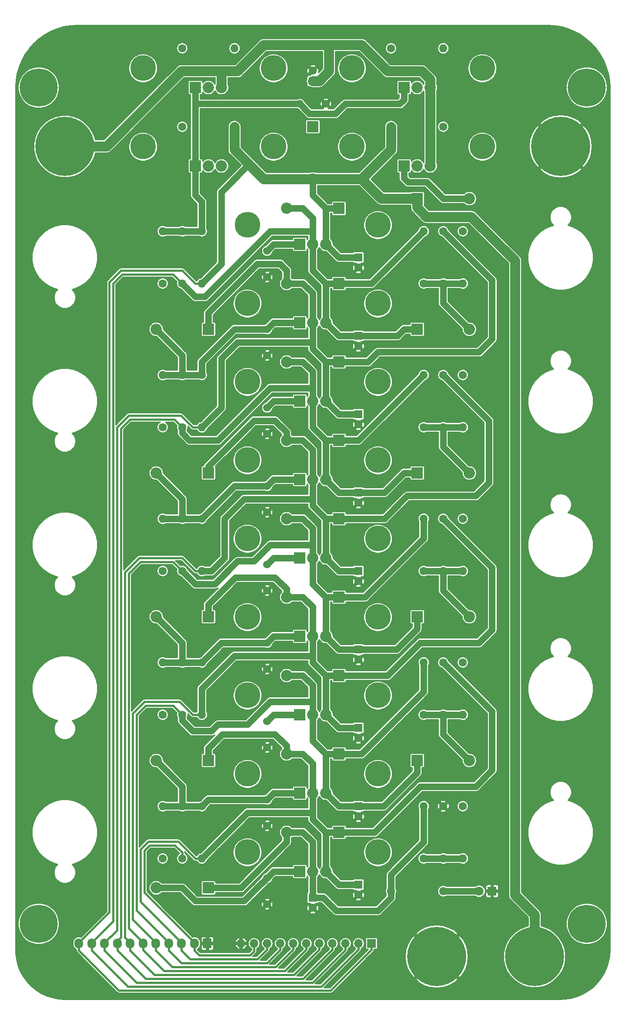
<source format=gbr>
G04 #@! TF.GenerationSoftware,KiCad,Pcbnew,(5.1.4)-1*
G04 #@! TF.CreationDate,2019-10-06T02:51:01-04:00*
G04 #@! TF.ProjectId,Fusion Cell Emulator,46757369-6f6e-4204-9365-6c6c20456d75,rev?*
G04 #@! TF.SameCoordinates,Original*
G04 #@! TF.FileFunction,Copper,L1,Top*
G04 #@! TF.FilePolarity,Positive*
%FSLAX46Y46*%
G04 Gerber Fmt 4.6, Leading zero omitted, Abs format (unit mm)*
G04 Created by KiCad (PCBNEW (5.1.4)-1) date 2019-10-06 02:51:01*
%MOMM*%
%LPD*%
G04 APERTURE LIST*
G04 #@! TA.AperFunction,ComponentPad*
%ADD10C,7.400000*%
G04 #@! TD*
G04 #@! TA.AperFunction,ComponentPad*
%ADD11C,11.500000*%
G04 #@! TD*
G04 #@! TA.AperFunction,ComponentPad*
%ADD12C,5.000000*%
G04 #@! TD*
G04 #@! TA.AperFunction,ComponentPad*
%ADD13C,2.200000*%
G04 #@! TD*
G04 #@! TA.AperFunction,ComponentPad*
%ADD14R,2.200000X2.200000*%
G04 #@! TD*
G04 #@! TA.AperFunction,ComponentPad*
%ADD15O,1.600000X1.600000*%
G04 #@! TD*
G04 #@! TA.AperFunction,ComponentPad*
%ADD16C,1.600000*%
G04 #@! TD*
G04 #@! TA.AperFunction,ComponentPad*
%ADD17O,1.700000X1.700000*%
G04 #@! TD*
G04 #@! TA.AperFunction,ComponentPad*
%ADD18R,1.700000X1.700000*%
G04 #@! TD*
G04 #@! TA.AperFunction,ComponentPad*
%ADD19O,1.700000X1.950000*%
G04 #@! TD*
G04 #@! TA.AperFunction,Conductor*
%ADD20C,0.100000*%
G04 #@! TD*
G04 #@! TA.AperFunction,ComponentPad*
%ADD21C,1.700000*%
G04 #@! TD*
G04 #@! TA.AperFunction,ComponentPad*
%ADD22O,2.200000X2.200000*%
G04 #@! TD*
G04 #@! TA.AperFunction,ComponentPad*
%ADD23C,1.800000*%
G04 #@! TD*
G04 #@! TA.AperFunction,ComponentPad*
%ADD24R,1.800000X1.800000*%
G04 #@! TD*
G04 #@! TA.AperFunction,ComponentPad*
%ADD25R,1.600000X1.600000*%
G04 #@! TD*
G04 #@! TA.AperFunction,ComponentPad*
%ADD26C,1.524000*%
G04 #@! TD*
G04 #@! TA.AperFunction,Conductor*
%ADD27C,1.905000*%
G04 #@! TD*
G04 #@! TA.AperFunction,Conductor*
%ADD28C,1.270000*%
G04 #@! TD*
G04 #@! TA.AperFunction,Conductor*
%ADD29C,0.381000*%
G04 #@! TD*
G04 #@! TA.AperFunction,Conductor*
%ADD30C,0.254000*%
G04 #@! TD*
G04 APERTURE END LIST*
D10*
G04 #@! TO.P,REF\002A\002A,1*
G04 #@! TO.N,N/C*
X99060000Y-121920000D03*
G04 #@! TD*
G04 #@! TO.P,REF\002A\002A,1*
G04 #@! TO.N,N/C*
X205740000Y-121920000D03*
G04 #@! TD*
G04 #@! TO.P,REF\002A\002A,1*
G04 #@! TO.N,N/C*
X99060000Y40640000D03*
G04 #@! TD*
G04 #@! TO.P,REF\002A\002A,1*
G04 #@! TO.N,N/C*
X205740000Y40640000D03*
G04 #@! TD*
D11*
G04 #@! TO.P,J7,1*
G04 #@! TO.N,GND*
X176530000Y-128270000D03*
G04 #@! TD*
G04 #@! TO.P,J6,1*
G04 #@! TO.N,/C10*
X195580000Y-128270000D03*
G04 #@! TD*
G04 #@! TO.P,J2,1*
G04 #@! TO.N,GND*
X200660000Y29210000D03*
G04 #@! TD*
G04 #@! TO.P,J1,1*
G04 #@! TO.N,VBUS*
X104140000Y29210000D03*
G04 #@! TD*
D12*
G04 #@! TO.P,U13,HS*
G04 #@! TO.N,N/C*
X165100000Y-108010000D03*
X139700000Y-108010000D03*
D13*
G04 #@! TO.P,U13,3*
G04 #@! TO.N,/C2*
X154940000Y-111760000D03*
G04 #@! TO.P,U13,2*
G04 #@! TO.N,/C1*
X152400000Y-111760000D03*
D14*
G04 #@! TO.P,U13,1*
G04 #@! TO.N,Net-(C16-Pad2)*
X149860000Y-111760000D03*
G04 #@! TD*
D12*
G04 #@! TO.P,U12,HS*
G04 #@! TO.N,N/C*
X165100000Y-92770000D03*
X139700000Y-92770000D03*
D13*
G04 #@! TO.P,U12,3*
G04 #@! TO.N,/C3*
X154940000Y-96520000D03*
G04 #@! TO.P,U12,2*
G04 #@! TO.N,/C2*
X152400000Y-96520000D03*
D14*
G04 #@! TO.P,U12,1*
G04 #@! TO.N,Net-(C15-Pad2)*
X149860000Y-96520000D03*
G04 #@! TD*
D12*
G04 #@! TO.P,U11,HS*
G04 #@! TO.N,N/C*
X165100000Y-77530000D03*
X139700000Y-77530000D03*
D13*
G04 #@! TO.P,U11,3*
G04 #@! TO.N,/C4*
X154940000Y-81280000D03*
G04 #@! TO.P,U11,2*
G04 #@! TO.N,/C3*
X152400000Y-81280000D03*
D14*
G04 #@! TO.P,U11,1*
G04 #@! TO.N,Net-(C14-Pad2)*
X149860000Y-81280000D03*
G04 #@! TD*
D12*
G04 #@! TO.P,U10,HS*
G04 #@! TO.N,N/C*
X165100000Y-62290000D03*
X139700000Y-62290000D03*
D13*
G04 #@! TO.P,U10,3*
G04 #@! TO.N,/C5*
X154940000Y-66040000D03*
G04 #@! TO.P,U10,2*
G04 #@! TO.N,/C4*
X152400000Y-66040000D03*
D14*
G04 #@! TO.P,U10,1*
G04 #@! TO.N,Net-(C13-Pad2)*
X149860000Y-66040000D03*
G04 #@! TD*
D12*
G04 #@! TO.P,U9,HS*
G04 #@! TO.N,N/C*
X165100000Y-47050000D03*
X139700000Y-47050000D03*
D13*
G04 #@! TO.P,U9,3*
G04 #@! TO.N,/C6*
X154940000Y-50800000D03*
G04 #@! TO.P,U9,2*
G04 #@! TO.N,/C5*
X152400000Y-50800000D03*
D14*
G04 #@! TO.P,U9,1*
G04 #@! TO.N,Net-(C12-Pad2)*
X149860000Y-50800000D03*
G04 #@! TD*
D12*
G04 #@! TO.P,U8,HS*
G04 #@! TO.N,N/C*
X165100000Y-31810000D03*
X139700000Y-31810000D03*
D13*
G04 #@! TO.P,U8,3*
G04 #@! TO.N,/C7*
X154940000Y-35560000D03*
G04 #@! TO.P,U8,2*
G04 #@! TO.N,/C6*
X152400000Y-35560000D03*
D14*
G04 #@! TO.P,U8,1*
G04 #@! TO.N,Net-(C11-Pad2)*
X149860000Y-35560000D03*
G04 #@! TD*
D12*
G04 #@! TO.P,U7,HS*
G04 #@! TO.N,N/C*
X165100000Y-16570000D03*
X139700000Y-16570000D03*
D13*
G04 #@! TO.P,U7,3*
G04 #@! TO.N,/C8*
X154940000Y-20320000D03*
G04 #@! TO.P,U7,2*
G04 #@! TO.N,/C7*
X152400000Y-20320000D03*
D14*
G04 #@! TO.P,U7,1*
G04 #@! TO.N,Net-(C10-Pad2)*
X149860000Y-20320000D03*
G04 #@! TD*
D12*
G04 #@! TO.P,U6,HS*
G04 #@! TO.N,N/C*
X165100000Y-1330000D03*
X139700000Y-1330000D03*
D13*
G04 #@! TO.P,U6,3*
G04 #@! TO.N,/C9*
X154940000Y-5080000D03*
G04 #@! TO.P,U6,2*
G04 #@! TO.N,/C8*
X152400000Y-5080000D03*
D14*
G04 #@! TO.P,U6,1*
G04 #@! TO.N,Net-(C9-Pad2)*
X149860000Y-5080000D03*
G04 #@! TD*
D12*
G04 #@! TO.P,U5,HS*
G04 #@! TO.N,N/C*
X165100000Y13910000D03*
X139700000Y13910000D03*
D13*
G04 #@! TO.P,U5,3*
G04 #@! TO.N,/C10*
X154940000Y10160000D03*
G04 #@! TO.P,U5,2*
G04 #@! TO.N,/C9*
X152400000Y10160000D03*
D14*
G04 #@! TO.P,U5,1*
G04 #@! TO.N,Net-(C8-Pad2)*
X149860000Y10160000D03*
G04 #@! TD*
D12*
G04 #@! TO.P,U4,HS*
G04 #@! TO.N,N/C*
X144780000Y44390000D03*
X119380000Y44390000D03*
D13*
G04 #@! TO.P,U4,3*
G04 #@! TO.N,VBUS*
X134620000Y40640000D03*
G04 #@! TO.P,U4,2*
G04 #@! TO.N,Net-(R4-Pad1)*
X132080000Y40640000D03*
D14*
G04 #@! TO.P,U4,1*
G04 #@! TO.N,Net-(C7-Pad2)*
X129540000Y40640000D03*
G04 #@! TD*
D12*
G04 #@! TO.P,U3,HS*
G04 #@! TO.N,N/C*
X144780000Y29150000D03*
X119380000Y29150000D03*
D13*
G04 #@! TO.P,U3,3*
G04 #@! TO.N,VBUS*
X134620000Y25400000D03*
G04 #@! TO.P,U3,2*
G04 #@! TO.N,Net-(R3-Pad1)*
X132080000Y25400000D03*
D14*
G04 #@! TO.P,U3,1*
G04 #@! TO.N,Net-(C7-Pad2)*
X129540000Y25400000D03*
G04 #@! TD*
D12*
G04 #@! TO.P,U2,HS*
G04 #@! TO.N,N/C*
X185420000Y44390000D03*
X160020000Y44390000D03*
D13*
G04 #@! TO.P,U2,3*
G04 #@! TO.N,VBUS*
X175260000Y40640000D03*
G04 #@! TO.P,U2,2*
G04 #@! TO.N,Net-(R2-Pad2)*
X172720000Y40640000D03*
D14*
G04 #@! TO.P,U2,1*
G04 #@! TO.N,Net-(C7-Pad2)*
X170180000Y40640000D03*
G04 #@! TD*
D12*
G04 #@! TO.P,U1,HS*
G04 #@! TO.N,N/C*
X185420000Y29150000D03*
X160020000Y29150000D03*
D13*
G04 #@! TO.P,U1,3*
G04 #@! TO.N,VBUS*
X175260000Y25400000D03*
G04 #@! TO.P,U1,2*
G04 #@! TO.N,Net-(R1-Pad1)*
X172720000Y25400000D03*
D14*
G04 #@! TO.P,U1,1*
G04 #@! TO.N,Net-(C7-Pad2)*
X170180000Y25400000D03*
G04 #@! TD*
D15*
G04 #@! TO.P,R35,2*
G04 #@! TO.N,/C1*
X173990000Y-99060000D03*
D16*
G04 #@! TO.P,R35,1*
G04 #@! TO.N,Net-(C16-Pad2)*
X173990000Y-109220000D03*
G04 #@! TD*
D15*
G04 #@! TO.P,R34,2*
G04 #@! TO.N,/C2*
X130810000Y-109220000D03*
D16*
G04 #@! TO.P,R34,1*
G04 #@! TO.N,Net-(C15-Pad2)*
X130810000Y-99060000D03*
G04 #@! TD*
D15*
G04 #@! TO.P,R33,2*
G04 #@! TO.N,/C3*
X173990000Y-71120000D03*
D16*
G04 #@! TO.P,R33,1*
G04 #@! TO.N,Net-(C14-Pad2)*
X173990000Y-81280000D03*
G04 #@! TD*
D15*
G04 #@! TO.P,R32,2*
G04 #@! TO.N,/C4*
X130810000Y-81280000D03*
D16*
G04 #@! TO.P,R32,1*
G04 #@! TO.N,Net-(C13-Pad2)*
X130810000Y-71120000D03*
G04 #@! TD*
D15*
G04 #@! TO.P,R31,2*
G04 #@! TO.N,/C5*
X173990000Y-43180000D03*
D16*
G04 #@! TO.P,R31,1*
G04 #@! TO.N,Net-(C12-Pad2)*
X173990000Y-53340000D03*
G04 #@! TD*
D15*
G04 #@! TO.P,R30,2*
G04 #@! TO.N,Net-(C16-Pad2)*
X181610000Y-109220000D03*
D16*
G04 #@! TO.P,R30,1*
G04 #@! TO.N,Net-(R30-Pad1)*
X181610000Y-99060000D03*
G04 #@! TD*
D15*
G04 #@! TO.P,R29,2*
G04 #@! TO.N,Net-(C15-Pad2)*
X123190000Y-99060000D03*
D16*
G04 #@! TO.P,R29,1*
G04 #@! TO.N,Net-(R29-Pad1)*
X123190000Y-109220000D03*
G04 #@! TD*
D15*
G04 #@! TO.P,R28,2*
G04 #@! TO.N,Net-(C14-Pad2)*
X181610000Y-81280000D03*
D16*
G04 #@! TO.P,R28,1*
G04 #@! TO.N,Net-(R28-Pad1)*
X181610000Y-71120000D03*
G04 #@! TD*
D15*
G04 #@! TO.P,R27,2*
G04 #@! TO.N,Net-(C13-Pad2)*
X123190000Y-71120000D03*
D16*
G04 #@! TO.P,R27,1*
G04 #@! TO.N,Net-(R27-Pad1)*
X123190000Y-81280000D03*
G04 #@! TD*
D15*
G04 #@! TO.P,R26,2*
G04 #@! TO.N,Net-(C12-Pad2)*
X181610000Y-53340000D03*
D16*
G04 #@! TO.P,R26,1*
G04 #@! TO.N,Net-(R26-Pad1)*
X181610000Y-43180000D03*
G04 #@! TD*
D15*
G04 #@! TO.P,R25,2*
G04 #@! TO.N,Net-(C16-Pad2)*
X177800000Y-109220000D03*
D16*
G04 #@! TO.P,R25,1*
G04 #@! TO.N,GND*
X177800000Y-99060000D03*
G04 #@! TD*
D15*
G04 #@! TO.P,R24,2*
G04 #@! TO.N,Net-(C15-Pad2)*
X127000000Y-99060000D03*
D16*
G04 #@! TO.P,R24,1*
G04 #@! TO.N,/C1*
X127000000Y-109220000D03*
G04 #@! TD*
D15*
G04 #@! TO.P,R23,2*
G04 #@! TO.N,Net-(C14-Pad2)*
X177800000Y-81280000D03*
D16*
G04 #@! TO.P,R23,1*
G04 #@! TO.N,/C2*
X177800000Y-71120000D03*
G04 #@! TD*
D15*
G04 #@! TO.P,R22,2*
G04 #@! TO.N,Net-(C13-Pad2)*
X127000000Y-71120000D03*
D16*
G04 #@! TO.P,R22,1*
G04 #@! TO.N,/C3*
X127000000Y-81280000D03*
G04 #@! TD*
D15*
G04 #@! TO.P,R21,2*
G04 #@! TO.N,Net-(C12-Pad2)*
X177800000Y-53340000D03*
D16*
G04 #@! TO.P,R21,1*
G04 #@! TO.N,/C4*
X177800000Y-43180000D03*
G04 #@! TD*
D15*
G04 #@! TO.P,R20,2*
G04 #@! TO.N,Net-(D11-Pad2)*
X177800000Y-115570000D03*
D16*
G04 #@! TO.P,R20,1*
G04 #@! TO.N,/C1*
X167640000Y-115570000D03*
G04 #@! TD*
D15*
G04 #@! TO.P,R19,2*
G04 #@! TO.N,Net-(C11-Pad2)*
X127000000Y-43180000D03*
D16*
G04 #@! TO.P,R19,1*
G04 #@! TO.N,/C5*
X127000000Y-53340000D03*
G04 #@! TD*
D15*
G04 #@! TO.P,R18,2*
G04 #@! TO.N,Net-(C10-Pad2)*
X177800000Y-25400000D03*
D16*
G04 #@! TO.P,R18,1*
G04 #@! TO.N,/C6*
X177800000Y-15240000D03*
G04 #@! TD*
D15*
G04 #@! TO.P,R17,2*
G04 #@! TO.N,Net-(C9-Pad2)*
X127000000Y-15240000D03*
D16*
G04 #@! TO.P,R17,1*
G04 #@! TO.N,/C7*
X127000000Y-25400000D03*
G04 #@! TD*
D15*
G04 #@! TO.P,R16,2*
G04 #@! TO.N,Net-(C8-Pad2)*
X177800000Y2540000D03*
D16*
G04 #@! TO.P,R16,1*
G04 #@! TO.N,/C8*
X177800000Y12700000D03*
G04 #@! TD*
D15*
G04 #@! TO.P,R15,2*
G04 #@! TO.N,Net-(C7-Pad2)*
X127000000Y12700000D03*
D16*
G04 #@! TO.P,R15,1*
G04 #@! TO.N,/C9*
X127000000Y2540000D03*
G04 #@! TD*
D15*
G04 #@! TO.P,R14,2*
G04 #@! TO.N,Net-(C11-Pad2)*
X123190000Y-43180000D03*
D16*
G04 #@! TO.P,R14,1*
G04 #@! TO.N,Net-(R14-Pad1)*
X123190000Y-53340000D03*
G04 #@! TD*
D15*
G04 #@! TO.P,R13,2*
G04 #@! TO.N,Net-(C10-Pad2)*
X181610000Y-25400000D03*
D16*
G04 #@! TO.P,R13,1*
G04 #@! TO.N,Net-(R13-Pad1)*
X181610000Y-15240000D03*
G04 #@! TD*
D15*
G04 #@! TO.P,R12,2*
G04 #@! TO.N,Net-(C9-Pad2)*
X123190000Y-15240000D03*
D16*
G04 #@! TO.P,R12,1*
G04 #@! TO.N,Net-(R12-Pad1)*
X123190000Y-25400000D03*
G04 #@! TD*
D15*
G04 #@! TO.P,R11,2*
G04 #@! TO.N,Net-(C8-Pad2)*
X181610000Y2540000D03*
D16*
G04 #@! TO.P,R11,1*
G04 #@! TO.N,Net-(R11-Pad1)*
X181610000Y12700000D03*
G04 #@! TD*
D15*
G04 #@! TO.P,R10,2*
G04 #@! TO.N,Net-(C7-Pad2)*
X123190000Y12700000D03*
D16*
G04 #@! TO.P,R10,1*
G04 #@! TO.N,Net-(R10-Pad1)*
X123190000Y2540000D03*
G04 #@! TD*
D15*
G04 #@! TO.P,R9,2*
G04 #@! TO.N,/C6*
X130810000Y-53340000D03*
D16*
G04 #@! TO.P,R9,1*
G04 #@! TO.N,Net-(C11-Pad2)*
X130810000Y-43180000D03*
G04 #@! TD*
D15*
G04 #@! TO.P,R8,2*
G04 #@! TO.N,/C7*
X173990000Y-15240000D03*
D16*
G04 #@! TO.P,R8,1*
G04 #@! TO.N,Net-(C10-Pad2)*
X173990000Y-25400000D03*
G04 #@! TD*
D15*
G04 #@! TO.P,R7,2*
G04 #@! TO.N,/C8*
X130810000Y-25400000D03*
D16*
G04 #@! TO.P,R7,1*
G04 #@! TO.N,Net-(C9-Pad2)*
X130810000Y-15240000D03*
G04 #@! TD*
D15*
G04 #@! TO.P,R6,2*
G04 #@! TO.N,/C9*
X173990000Y12700000D03*
D16*
G04 #@! TO.P,R6,1*
G04 #@! TO.N,Net-(C8-Pad2)*
X173990000Y2540000D03*
G04 #@! TD*
D15*
G04 #@! TO.P,R5,2*
G04 #@! TO.N,/C10*
X130810000Y2540000D03*
D16*
G04 #@! TO.P,R5,1*
G04 #@! TO.N,Net-(C7-Pad2)*
X130810000Y12700000D03*
G04 #@! TD*
D15*
G04 #@! TO.P,R4,2*
G04 #@! TO.N,/C10*
X137160000Y48260000D03*
D16*
G04 #@! TO.P,R4,1*
G04 #@! TO.N,Net-(R4-Pad1)*
X127000000Y48260000D03*
G04 #@! TD*
D15*
G04 #@! TO.P,R3,2*
G04 #@! TO.N,/C10*
X137160000Y33020000D03*
D16*
G04 #@! TO.P,R3,1*
G04 #@! TO.N,Net-(R3-Pad1)*
X127000000Y33020000D03*
G04 #@! TD*
D15*
G04 #@! TO.P,R2,2*
G04 #@! TO.N,Net-(R2-Pad2)*
X177800000Y48260000D03*
D16*
G04 #@! TO.P,R2,1*
G04 #@! TO.N,/C10*
X167640000Y48260000D03*
G04 #@! TD*
D15*
G04 #@! TO.P,R1,2*
G04 #@! TO.N,/C10*
X167640000Y33020000D03*
D16*
G04 #@! TO.P,R1,1*
G04 #@! TO.N,Net-(R1-Pad1)*
X177800000Y33020000D03*
G04 #@! TD*
D17*
G04 #@! TO.P,J4,11*
G04 #@! TO.N,GND*
X138430000Y-125730000D03*
G04 #@! TO.P,J4,10*
G04 #@! TO.N,/C1*
X140970000Y-125730000D03*
G04 #@! TO.P,J4,9*
G04 #@! TO.N,/C2*
X143510000Y-125730000D03*
G04 #@! TO.P,J4,8*
G04 #@! TO.N,/C3*
X146050000Y-125730000D03*
G04 #@! TO.P,J4,7*
G04 #@! TO.N,/C4*
X148590000Y-125730000D03*
G04 #@! TO.P,J4,6*
G04 #@! TO.N,/C5*
X151130000Y-125730000D03*
G04 #@! TO.P,J4,5*
G04 #@! TO.N,/C6*
X153670000Y-125730000D03*
G04 #@! TO.P,J4,4*
G04 #@! TO.N,/C7*
X156210000Y-125730000D03*
G04 #@! TO.P,J4,3*
G04 #@! TO.N,/C8*
X158750000Y-125730000D03*
G04 #@! TO.P,J4,2*
G04 #@! TO.N,/C9*
X161290000Y-125730000D03*
D18*
G04 #@! TO.P,J4,1*
G04 #@! TO.N,/C10*
X163830000Y-125730000D03*
G04 #@! TD*
D19*
G04 #@! TO.P,J3,11*
G04 #@! TO.N,/C10*
X106880000Y-125730000D03*
G04 #@! TO.P,J3,10*
G04 #@! TO.N,/C9*
X109380000Y-125730000D03*
G04 #@! TO.P,J3,9*
G04 #@! TO.N,/C8*
X111880000Y-125730000D03*
G04 #@! TO.P,J3,8*
G04 #@! TO.N,/C7*
X114380000Y-125730000D03*
G04 #@! TO.P,J3,7*
G04 #@! TO.N,/C6*
X116880000Y-125730000D03*
G04 #@! TO.P,J3,6*
G04 #@! TO.N,/C5*
X119380000Y-125730000D03*
G04 #@! TO.P,J3,5*
G04 #@! TO.N,/C4*
X121880000Y-125730000D03*
G04 #@! TO.P,J3,4*
G04 #@! TO.N,/C3*
X124380000Y-125730000D03*
G04 #@! TO.P,J3,3*
G04 #@! TO.N,/C2*
X126880000Y-125730000D03*
G04 #@! TO.P,J3,2*
G04 #@! TO.N,/C1*
X129380000Y-125730000D03*
D20*
G04 #@! TD*
G04 #@! TO.N,GND*
G04 #@! TO.C,J3*
G36*
X132504504Y-124756204D02*
G01*
X132528773Y-124759804D01*
X132552571Y-124765765D01*
X132575671Y-124774030D01*
X132597849Y-124784520D01*
X132618893Y-124797133D01*
X132638598Y-124811747D01*
X132656777Y-124828223D01*
X132673253Y-124846402D01*
X132687867Y-124866107D01*
X132700480Y-124887151D01*
X132710970Y-124909329D01*
X132719235Y-124932429D01*
X132725196Y-124956227D01*
X132728796Y-124980496D01*
X132730000Y-125005000D01*
X132730000Y-126455000D01*
X132728796Y-126479504D01*
X132725196Y-126503773D01*
X132719235Y-126527571D01*
X132710970Y-126550671D01*
X132700480Y-126572849D01*
X132687867Y-126593893D01*
X132673253Y-126613598D01*
X132656777Y-126631777D01*
X132638598Y-126648253D01*
X132618893Y-126662867D01*
X132597849Y-126675480D01*
X132575671Y-126685970D01*
X132552571Y-126694235D01*
X132528773Y-126700196D01*
X132504504Y-126703796D01*
X132480000Y-126705000D01*
X131280000Y-126705000D01*
X131255496Y-126703796D01*
X131231227Y-126700196D01*
X131207429Y-126694235D01*
X131184329Y-126685970D01*
X131162151Y-126675480D01*
X131141107Y-126662867D01*
X131121402Y-126648253D01*
X131103223Y-126631777D01*
X131086747Y-126613598D01*
X131072133Y-126593893D01*
X131059520Y-126572849D01*
X131049030Y-126550671D01*
X131040765Y-126527571D01*
X131034804Y-126503773D01*
X131031204Y-126479504D01*
X131030000Y-126455000D01*
X131030000Y-125005000D01*
X131031204Y-124980496D01*
X131034804Y-124956227D01*
X131040765Y-124932429D01*
X131049030Y-124909329D01*
X131059520Y-124887151D01*
X131072133Y-124866107D01*
X131086747Y-124846402D01*
X131103223Y-124828223D01*
X131121402Y-124811747D01*
X131141107Y-124797133D01*
X131162151Y-124784520D01*
X131184329Y-124774030D01*
X131207429Y-124765765D01*
X131231227Y-124759804D01*
X131255496Y-124756204D01*
X131280000Y-124755000D01*
X132480000Y-124755000D01*
X132504504Y-124756204D01*
X132504504Y-124756204D01*
G37*
D21*
G04 #@! TO.P,J3,1*
G04 #@! TO.N,GND*
X131880000Y-125730000D03*
G04 #@! TD*
D22*
G04 #@! TO.P,D21,2*
G04 #@! TO.N,Net-(C16-Pad2)*
X121920000Y-114935000D03*
D14*
G04 #@! TO.P,D21,1*
G04 #@! TO.N,/C1*
X132080000Y-114935000D03*
G04 #@! TD*
D22*
G04 #@! TO.P,D20,2*
G04 #@! TO.N,Net-(C15-Pad2)*
X121920000Y-90170000D03*
D14*
G04 #@! TO.P,D20,1*
G04 #@! TO.N,/C2*
X132080000Y-90170000D03*
G04 #@! TD*
D22*
G04 #@! TO.P,D19,2*
G04 #@! TO.N,Net-(C14-Pad2)*
X182880000Y-90170000D03*
D14*
G04 #@! TO.P,D19,1*
G04 #@! TO.N,/C3*
X172720000Y-90170000D03*
G04 #@! TD*
D22*
G04 #@! TO.P,D18,2*
G04 #@! TO.N,Net-(C13-Pad2)*
X121920000Y-62230000D03*
D14*
G04 #@! TO.P,D18,1*
G04 #@! TO.N,/C4*
X132080000Y-62230000D03*
G04 #@! TD*
D22*
G04 #@! TO.P,D17,2*
G04 #@! TO.N,Net-(C12-Pad2)*
X182880000Y-62230000D03*
D14*
G04 #@! TO.P,D17,1*
G04 #@! TO.N,/C5*
X172720000Y-62230000D03*
G04 #@! TD*
D22*
G04 #@! TO.P,D16,2*
G04 #@! TO.N,/C1*
X147320000Y-104140000D03*
D14*
G04 #@! TO.P,D16,1*
G04 #@! TO.N,/C2*
X157480000Y-104140000D03*
G04 #@! TD*
D22*
G04 #@! TO.P,D15,2*
G04 #@! TO.N,/C2*
X147320000Y-88900000D03*
D14*
G04 #@! TO.P,D15,1*
G04 #@! TO.N,/C3*
X157480000Y-88900000D03*
G04 #@! TD*
D22*
G04 #@! TO.P,D14,2*
G04 #@! TO.N,/C3*
X147320000Y-73660000D03*
D14*
G04 #@! TO.P,D14,1*
G04 #@! TO.N,/C4*
X157480000Y-73660000D03*
G04 #@! TD*
D22*
G04 #@! TO.P,D13,2*
G04 #@! TO.N,/C4*
X147320000Y-58420000D03*
D14*
G04 #@! TO.P,D13,1*
G04 #@! TO.N,/C5*
X157480000Y-58420000D03*
G04 #@! TD*
D22*
G04 #@! TO.P,D12,2*
G04 #@! TO.N,/C5*
X147320000Y-43180000D03*
D14*
G04 #@! TO.P,D12,1*
G04 #@! TO.N,/C6*
X157480000Y-43180000D03*
G04 #@! TD*
D23*
G04 #@! TO.P,D11,2*
G04 #@! TO.N,Net-(D11-Pad2)*
X184785000Y-115570000D03*
D24*
G04 #@! TO.P,D11,1*
G04 #@! TO.N,GND*
X187325000Y-115570000D03*
G04 #@! TD*
D22*
G04 #@! TO.P,D10,2*
G04 #@! TO.N,/C6*
X147320000Y-27940000D03*
D14*
G04 #@! TO.P,D10,1*
G04 #@! TO.N,/C7*
X157480000Y-27940000D03*
G04 #@! TD*
D22*
G04 #@! TO.P,D9,2*
G04 #@! TO.N,/C7*
X147320000Y-12700000D03*
D14*
G04 #@! TO.P,D9,1*
G04 #@! TO.N,/C8*
X157480000Y-12700000D03*
G04 #@! TD*
D22*
G04 #@! TO.P,D8,2*
G04 #@! TO.N,/C8*
X147320000Y2540000D03*
D14*
G04 #@! TO.P,D8,1*
G04 #@! TO.N,/C9*
X157480000Y2540000D03*
G04 #@! TD*
D22*
G04 #@! TO.P,D7,2*
G04 #@! TO.N,/C9*
X147320000Y17145000D03*
D14*
G04 #@! TO.P,D7,1*
G04 #@! TO.N,/C10*
X157480000Y17145000D03*
G04 #@! TD*
D22*
G04 #@! TO.P,D6,2*
G04 #@! TO.N,Net-(C11-Pad2)*
X121920000Y-34290000D03*
D14*
G04 #@! TO.P,D6,1*
G04 #@! TO.N,/C6*
X132080000Y-34290000D03*
G04 #@! TD*
D22*
G04 #@! TO.P,D5,2*
G04 #@! TO.N,Net-(C10-Pad2)*
X182880000Y-34290000D03*
D14*
G04 #@! TO.P,D5,1*
G04 #@! TO.N,/C7*
X172720000Y-34290000D03*
G04 #@! TD*
D22*
G04 #@! TO.P,D4,2*
G04 #@! TO.N,Net-(C9-Pad2)*
X121920000Y-6350000D03*
D14*
G04 #@! TO.P,D4,1*
G04 #@! TO.N,/C8*
X132080000Y-6350000D03*
G04 #@! TD*
D22*
G04 #@! TO.P,D3,2*
G04 #@! TO.N,Net-(C8-Pad2)*
X182880000Y-6350000D03*
D14*
G04 #@! TO.P,D3,1*
G04 #@! TO.N,/C9*
X172720000Y-6350000D03*
G04 #@! TD*
D22*
G04 #@! TO.P,D2,2*
G04 #@! TO.N,Net-(C7-Pad2)*
X182880000Y19050000D03*
D14*
G04 #@! TO.P,D2,1*
G04 #@! TO.N,/C10*
X172720000Y19050000D03*
G04 #@! TD*
D22*
G04 #@! TO.P,D1,2*
G04 #@! TO.N,/C10*
X152400000Y22860000D03*
D14*
G04 #@! TO.P,D1,1*
G04 #@! TO.N,VBUS*
X152400000Y33020000D03*
G04 #@! TD*
D16*
G04 #@! TO.P,C21,2*
G04 #@! TO.N,GND*
X152400000Y-118840000D03*
D25*
G04 #@! TO.P,C21,1*
G04 #@! TO.N,/C1*
X152400000Y-116840000D03*
G04 #@! TD*
D16*
G04 #@! TO.P,C20,2*
G04 #@! TO.N,GND*
X161290000Y-116300000D03*
D25*
G04 #@! TO.P,C20,1*
G04 #@! TO.N,/C2*
X161290000Y-114300000D03*
G04 #@! TD*
D16*
G04 #@! TO.P,C19,2*
G04 #@! TO.N,GND*
X161290000Y-101060000D03*
D25*
G04 #@! TO.P,C19,1*
G04 #@! TO.N,/C3*
X161290000Y-99060000D03*
G04 #@! TD*
D16*
G04 #@! TO.P,C18,2*
G04 #@! TO.N,GND*
X161290000Y-85820000D03*
D25*
G04 #@! TO.P,C18,1*
G04 #@! TO.N,/C4*
X161290000Y-83820000D03*
G04 #@! TD*
D16*
G04 #@! TO.P,C17,2*
G04 #@! TO.N,GND*
X161290000Y-70580000D03*
D25*
G04 #@! TO.P,C17,1*
G04 #@! TO.N,/C5*
X161290000Y-68580000D03*
G04 #@! TD*
D26*
G04 #@! TO.P,C16,2*
G04 #@! TO.N,Net-(C16-Pad2)*
X143510000Y-113030000D03*
G04 #@! TO.P,C16,1*
G04 #@! TO.N,GND*
X143510000Y-118110000D03*
G04 #@! TD*
G04 #@! TO.P,C15,2*
G04 #@! TO.N,Net-(C15-Pad2)*
X143510000Y-97790000D03*
G04 #@! TO.P,C15,1*
G04 #@! TO.N,GND*
X143510000Y-102870000D03*
G04 #@! TD*
G04 #@! TO.P,C14,2*
G04 #@! TO.N,Net-(C14-Pad2)*
X143510000Y-82550000D03*
G04 #@! TO.P,C14,1*
G04 #@! TO.N,GND*
X143510000Y-87630000D03*
G04 #@! TD*
G04 #@! TO.P,C13,2*
G04 #@! TO.N,Net-(C13-Pad2)*
X143510000Y-67310000D03*
G04 #@! TO.P,C13,1*
G04 #@! TO.N,GND*
X143510000Y-72390000D03*
G04 #@! TD*
G04 #@! TO.P,C12,2*
G04 #@! TO.N,Net-(C12-Pad2)*
X143510000Y-52070000D03*
G04 #@! TO.P,C12,1*
G04 #@! TO.N,GND*
X143510000Y-57150000D03*
G04 #@! TD*
G04 #@! TO.P,C11,2*
G04 #@! TO.N,Net-(C11-Pad2)*
X143510000Y-36830000D03*
G04 #@! TO.P,C11,1*
G04 #@! TO.N,GND*
X143510000Y-41910000D03*
G04 #@! TD*
G04 #@! TO.P,C10,2*
G04 #@! TO.N,Net-(C10-Pad2)*
X143510000Y-21590000D03*
G04 #@! TO.P,C10,1*
G04 #@! TO.N,GND*
X143510000Y-26670000D03*
G04 #@! TD*
G04 #@! TO.P,C9,2*
G04 #@! TO.N,Net-(C9-Pad2)*
X143510000Y-6350000D03*
G04 #@! TO.P,C9,1*
G04 #@! TO.N,GND*
X143510000Y-11430000D03*
G04 #@! TD*
G04 #@! TO.P,C8,2*
G04 #@! TO.N,Net-(C8-Pad2)*
X143510000Y8890000D03*
G04 #@! TO.P,C8,1*
G04 #@! TO.N,GND*
X143510000Y3810000D03*
G04 #@! TD*
G04 #@! TO.P,C7,2*
G04 #@! TO.N,Net-(C7-Pad2)*
X149860000Y37465000D03*
G04 #@! TO.P,C7,1*
G04 #@! TO.N,GND*
X154940000Y37465000D03*
G04 #@! TD*
D16*
G04 #@! TO.P,C6,2*
G04 #@! TO.N,GND*
X161290000Y-55340000D03*
D25*
G04 #@! TO.P,C6,1*
G04 #@! TO.N,/C6*
X161290000Y-53340000D03*
G04 #@! TD*
D16*
G04 #@! TO.P,C5,2*
G04 #@! TO.N,GND*
X161290000Y-40100000D03*
D25*
G04 #@! TO.P,C5,1*
G04 #@! TO.N,/C7*
X161290000Y-38100000D03*
G04 #@! TD*
D16*
G04 #@! TO.P,C4,2*
G04 #@! TO.N,GND*
X161290000Y-24860000D03*
D25*
G04 #@! TO.P,C4,1*
G04 #@! TO.N,/C8*
X161290000Y-22860000D03*
G04 #@! TD*
D16*
G04 #@! TO.P,C3,2*
G04 #@! TO.N,GND*
X161290000Y-9620000D03*
D25*
G04 #@! TO.P,C3,1*
G04 #@! TO.N,/C9*
X161290000Y-7620000D03*
G04 #@! TD*
D16*
G04 #@! TO.P,C2,2*
G04 #@! TO.N,GND*
X161290000Y5620000D03*
D25*
G04 #@! TO.P,C2,1*
G04 #@! TO.N,/C10*
X161290000Y7620000D03*
G04 #@! TD*
D16*
G04 #@! TO.P,C1,2*
G04 #@! TO.N,GND*
X152400000Y43910000D03*
D25*
G04 #@! TO.P,C1,1*
G04 #@! TO.N,VBUS*
X152400000Y41910000D03*
G04 #@! TD*
D27*
G04 #@! TO.N,VBUS*
X175260000Y42195634D02*
X175260000Y40640000D01*
X173640634Y43815000D02*
X175260000Y42195634D01*
X167005000Y43815000D02*
X173640634Y43815000D01*
X104140000Y29210000D02*
X112271727Y29210000D01*
X112271727Y29210000D02*
X126876727Y43815000D01*
X137795000Y43815000D02*
X142875000Y48895000D01*
X161925000Y48895000D02*
X167005000Y43815000D01*
X134620000Y40640000D02*
X134620000Y43815000D01*
X126876727Y43815000D02*
X134620000Y43815000D01*
X134620000Y43815000D02*
X137795000Y43815000D01*
X152400000Y41910000D02*
X153670000Y41910000D01*
X155575000Y43815000D02*
X155575000Y48895000D01*
X153670000Y41910000D02*
X155575000Y43815000D01*
X155575000Y48895000D02*
X161925000Y48895000D01*
X142875000Y48895000D02*
X155575000Y48895000D01*
X175260000Y40640000D02*
X175260000Y25400000D01*
D28*
G04 #@! TO.N,/C10*
X154940000Y10160000D02*
X157480000Y7620000D01*
X157480000Y7620000D02*
X161290000Y7620000D01*
X154940000Y17145000D02*
X154940000Y10160000D01*
X152400000Y22860000D02*
X152400000Y19685000D01*
X152400000Y19685000D02*
X154940000Y17145000D01*
X157480000Y17145000D02*
X154940000Y17145000D01*
D29*
X163830000Y-126961000D02*
X163830000Y-125730000D01*
X155917000Y-134874000D02*
X163830000Y-126961000D01*
X114668000Y-134874000D02*
X155917000Y-134874000D01*
X106880000Y-125730000D02*
X106880000Y-127086000D01*
X106880000Y-127086000D02*
X114668000Y-134874000D01*
D27*
X137160000Y33020000D02*
X137160000Y28575000D01*
X142875000Y22860000D02*
X152400000Y22860000D01*
X167640000Y33020000D02*
X167640000Y28575000D01*
X161925000Y22860000D02*
X152400000Y22860000D01*
X167640000Y28575000D02*
X161925000Y22860000D01*
X165735000Y19050000D02*
X161925000Y22860000D01*
X172720000Y19050000D02*
X165735000Y19050000D01*
D28*
X130810000Y2540000D02*
X134620000Y6350000D01*
X134620000Y20320000D02*
X140017500Y25717500D01*
X134620000Y6350000D02*
X134620000Y20320000D01*
D27*
X137160000Y28575000D02*
X140017500Y25717500D01*
X140017500Y25717500D02*
X142875000Y22860000D01*
X172720000Y17315000D02*
X172720000Y19050000D01*
X195580000Y-120138273D02*
X191770000Y-116328273D01*
X195580000Y-128270000D02*
X195580000Y-120138273D01*
X191770000Y6985000D02*
X183261000Y15494000D01*
X191770000Y-116328273D02*
X191770000Y6985000D01*
X183261000Y15494000D02*
X174541000Y15494000D01*
X174541000Y15494000D02*
X172720000Y17315000D01*
D29*
X129540000Y2540000D02*
X130810000Y2540000D01*
X106880000Y-125730000D02*
X106880000Y-125605000D01*
X106880000Y-125605000D02*
X112776000Y-119709000D01*
X112776000Y-119709000D02*
X112776000Y2794000D01*
X112776000Y2794000D02*
X115062000Y5080000D01*
X115062000Y5080000D02*
X127000000Y5080000D01*
X127000000Y5080000D02*
X129540000Y2540000D01*
D28*
G04 #@! TO.N,/C9*
X152400000Y10160000D02*
X152400000Y5080000D01*
X154940000Y2540000D02*
X154940000Y-5080000D01*
X152400000Y5080000D02*
X154940000Y2540000D01*
X157480000Y2540000D02*
X154940000Y2540000D01*
X154940000Y-5080000D02*
X157480000Y-7620000D01*
X157480000Y-7620000D02*
X161290000Y-7620000D01*
X163830000Y2540000D02*
X173990000Y12700000D01*
X157480000Y2540000D02*
X163830000Y2540000D01*
X150495000Y17145000D02*
X147320000Y17145000D01*
X152400000Y15240000D02*
X150495000Y17145000D01*
X161290000Y-7620000D02*
X168910000Y-7620000D01*
X170180000Y-6350000D02*
X172720000Y-6350000D01*
X168910000Y-7620000D02*
X170180000Y-6350000D01*
X127000000Y2540000D02*
X129540000Y0D01*
X129540000Y0D02*
X131445000Y0D01*
X144145000Y12700000D02*
X152400000Y12700000D01*
X131445000Y0D02*
X144145000Y12700000D01*
X152400000Y10160000D02*
X152400000Y12700000D01*
X152400000Y12700000D02*
X152400000Y15240000D01*
D29*
X109380000Y-127086000D02*
X109380000Y-125730000D01*
X116406000Y-134112000D02*
X109380000Y-127086000D01*
X154110081Y-134112000D02*
X116406000Y-134112000D01*
X161290000Y-126932081D02*
X154110081Y-134112000D01*
X161290000Y-125730000D02*
X161290000Y-126932081D01*
X109380000Y-125605000D02*
X113538000Y-121447000D01*
X109380000Y-125730000D02*
X109380000Y-125605000D01*
X113538000Y-121447000D02*
X113538000Y2540000D01*
X113538000Y2540000D02*
X115316000Y4318000D01*
X115316000Y4318000D02*
X125222000Y4318000D01*
X125222000Y4318000D02*
X127000000Y2540000D01*
D28*
G04 #@! TO.N,/C8*
X154940000Y-12700000D02*
X154940000Y-20320000D01*
X152400000Y-10160000D02*
X154940000Y-12700000D01*
X157480000Y-12700000D02*
X154940000Y-12700000D01*
X154940000Y-20320000D02*
X157480000Y-22860000D01*
X157480000Y-22860000D02*
X161290000Y-22860000D01*
X147320000Y2540000D02*
X150495000Y2540000D01*
X152400000Y635000D02*
X152400000Y-5080000D01*
X150495000Y2540000D02*
X152400000Y635000D01*
X130810000Y-25400000D02*
X134620000Y-21590000D01*
X134620000Y-21590000D02*
X134620000Y-12065000D01*
X137795000Y-8890000D02*
X152400000Y-8890000D01*
X134620000Y-12065000D02*
X137795000Y-8890000D01*
X152400000Y-5080000D02*
X152400000Y-8890000D01*
X152400000Y-8890000D02*
X152400000Y-10160000D01*
X132080000Y-3175000D02*
X132080000Y-6350000D01*
X141605000Y6350000D02*
X132080000Y-3175000D01*
X146050000Y6350000D02*
X141605000Y6350000D01*
X147320000Y2540000D02*
X147320000Y5080000D01*
X147320000Y5080000D02*
X146050000Y6350000D01*
X187325000Y3175000D02*
X177800000Y12700000D01*
X187325000Y-8255000D02*
X187325000Y3175000D01*
X184785000Y-10795000D02*
X187325000Y-8255000D01*
X165100000Y-10795000D02*
X184785000Y-10795000D01*
X157480000Y-12700000D02*
X163195000Y-12700000D01*
X163195000Y-12700000D02*
X165100000Y-10795000D01*
D29*
X111880000Y-127120000D02*
X111880000Y-125730000D01*
X118110000Y-133350000D02*
X111880000Y-127120000D01*
X152400000Y-133350000D02*
X118110000Y-133350000D01*
X158750000Y-125730000D02*
X158750000Y-127000000D01*
X158750000Y-127000000D02*
X152400000Y-133350000D01*
X129032000Y-25400000D02*
X130810000Y-25400000D01*
X114300000Y-123207000D02*
X114300000Y-25400000D01*
X114300000Y-25400000D02*
X116586000Y-23114000D01*
X111880000Y-125627000D02*
X114300000Y-123207000D01*
X116586000Y-23114000D02*
X126746000Y-23114000D01*
X111880000Y-125730000D02*
X111880000Y-125627000D01*
X126746000Y-23114000D02*
X129032000Y-25400000D01*
D28*
G04 #@! TO.N,/C7*
X152400000Y-20320000D02*
X152400000Y-25400000D01*
X154940000Y-27940000D02*
X154940000Y-35560000D01*
X152400000Y-25400000D02*
X154940000Y-27940000D01*
X155110000Y-27940000D02*
X154940000Y-27940000D01*
X157480000Y-27940000D02*
X155110000Y-27940000D01*
X154940000Y-35560000D02*
X157480000Y-38100000D01*
X157480000Y-38100000D02*
X161290000Y-38100000D01*
X147320000Y-12700000D02*
X150495000Y-12700000D01*
X150495000Y-12700000D02*
X152400000Y-14605000D01*
X161290000Y-27940000D02*
X157480000Y-27940000D01*
X173990000Y-15240000D02*
X161290000Y-27940000D01*
X161290000Y-38100000D02*
X166370000Y-38100000D01*
X170180000Y-34290000D02*
X172720000Y-34290000D01*
X166370000Y-38100000D02*
X170180000Y-34290000D01*
X152400000Y-17780000D02*
X152400000Y-20320000D01*
X152400000Y-14605000D02*
X152400000Y-17780000D01*
X144145000Y-17780000D02*
X152400000Y-17780000D01*
X133985000Y-27940000D02*
X144145000Y-17780000D01*
X128408630Y-27940000D02*
X133985000Y-27940000D01*
X127000000Y-25400000D02*
X127000000Y-26531370D01*
X127000000Y-26531370D02*
X128408630Y-27940000D01*
D29*
X114380000Y-127086000D02*
X114380000Y-125730000D01*
X119882000Y-132588000D02*
X114380000Y-127086000D01*
X150554081Y-132588000D02*
X119882000Y-132588000D01*
X156210000Y-126932081D02*
X150554081Y-132588000D01*
X156210000Y-125730000D02*
X156210000Y-126932081D01*
X125476000Y-23876000D02*
X127000000Y-25400000D01*
X116840000Y-23876000D02*
X125476000Y-23876000D01*
X115062000Y-25654000D02*
X116840000Y-23876000D01*
X115062000Y-124587000D02*
X115062000Y-25654000D01*
X114380000Y-125730000D02*
X114380000Y-125269000D01*
X114380000Y-125269000D02*
X115062000Y-124587000D01*
D28*
G04 #@! TO.N,/C6*
X154940000Y-43180000D02*
X154940000Y-50800000D01*
X157480000Y-43180000D02*
X154940000Y-43180000D01*
X154940000Y-50800000D02*
X157480000Y-53340000D01*
X157480000Y-53340000D02*
X161290000Y-53340000D01*
X147320000Y-27940000D02*
X150495000Y-27940000D01*
X152400000Y-29845000D02*
X152400000Y-35560000D01*
X150495000Y-27940000D02*
X152400000Y-29845000D01*
X152400000Y-40640000D02*
X154940000Y-43180000D01*
X130810000Y-53340000D02*
X132715000Y-53340000D01*
X132715000Y-53340000D02*
X135255000Y-50800000D01*
X135255000Y-50800000D02*
X135255000Y-43180000D01*
X135255000Y-43180000D02*
X139065000Y-39370000D01*
X139065000Y-39370000D02*
X152400000Y-39370000D01*
X152400000Y-35560000D02*
X152400000Y-39370000D01*
X152400000Y-39370000D02*
X152400000Y-40640000D01*
X147320000Y-26384366D02*
X147320000Y-27940000D01*
X145065634Y-24130000D02*
X147320000Y-26384366D01*
X140970000Y-24130000D02*
X145065634Y-24130000D01*
X132080000Y-34290000D02*
X132080000Y-33020000D01*
X132080000Y-33020000D02*
X140970000Y-24130000D01*
X186690000Y-24130000D02*
X177800000Y-15240000D01*
X186690000Y-36195000D02*
X186690000Y-24130000D01*
X184150000Y-38735000D02*
X186690000Y-36195000D01*
X170815000Y-38735000D02*
X184150000Y-38735000D01*
X157480000Y-43180000D02*
X166370000Y-43180000D01*
X166370000Y-43180000D02*
X170815000Y-38735000D01*
D29*
X130810000Y-53340000D02*
X129540000Y-53340000D01*
X129540000Y-53340000D02*
X127000000Y-50800000D01*
X127000000Y-50800000D02*
X118618000Y-50800000D01*
X118618000Y-50800000D02*
X115824000Y-53594000D01*
X116880000Y-127086000D02*
X116880000Y-125730000D01*
X121620000Y-131826000D02*
X116880000Y-127086000D01*
X148776081Y-131826000D02*
X121620000Y-131826000D01*
X153670000Y-126932081D02*
X148776081Y-131826000D01*
X153670000Y-125730000D02*
X153670000Y-126932081D01*
X115824000Y-112776000D02*
X115824000Y-113030000D01*
X115824000Y-53594000D02*
X115824000Y-112776000D01*
X115824000Y-114046000D02*
X115824000Y-112776000D01*
X115824000Y-124549000D02*
X115824000Y-114046000D01*
X116880000Y-125730000D02*
X116880000Y-125605000D01*
X116880000Y-125605000D02*
X115824000Y-124549000D01*
D28*
G04 #@! TO.N,Net-(C7-Pad2)*
X123190000Y12700000D02*
X127000000Y12700000D01*
X127000000Y12700000D02*
X130810000Y12700000D01*
X129540000Y25400000D02*
X129540000Y19685000D01*
X129540000Y19685000D02*
X130810000Y18415000D01*
X130810000Y18415000D02*
X130810000Y12700000D01*
X182880000Y19050000D02*
X177800000Y19050000D01*
X177800000Y19050000D02*
X174625000Y22225000D01*
X170180000Y23030000D02*
X170180000Y25400000D01*
X170985000Y22225000D02*
X170180000Y23030000D01*
X174625000Y22225000D02*
X170985000Y22225000D01*
X129540000Y37465000D02*
X149860000Y37465000D01*
X129540000Y37465000D02*
X129540000Y25400000D01*
X129540000Y40640000D02*
X129540000Y37465000D01*
X170180000Y38270000D02*
X169375000Y37465000D01*
X170180000Y40640000D02*
X170180000Y38270000D01*
X169375000Y37465000D02*
X158750000Y37465000D01*
X158750000Y37465000D02*
X156845000Y35560000D01*
X151765000Y35560000D02*
X149860000Y37465000D01*
X156845000Y35560000D02*
X151765000Y35560000D01*
G04 #@! TO.N,Net-(C8-Pad2)*
X173990000Y2540000D02*
X177800000Y2540000D01*
X177800000Y2540000D02*
X181610000Y2540000D01*
X144780000Y10160000D02*
X143510000Y8890000D01*
X149860000Y10160000D02*
X144780000Y10160000D01*
X177800000Y-1270000D02*
X182880000Y-6350000D01*
X177800000Y2540000D02*
X177800000Y-1270000D01*
G04 #@! TO.N,Net-(C9-Pad2)*
X123190000Y-15240000D02*
X127000000Y-15240000D01*
X127000000Y-15240000D02*
X130810000Y-15240000D01*
X144780000Y-5080000D02*
X143510000Y-6350000D01*
X149860000Y-5080000D02*
X144780000Y-5080000D01*
X130810000Y-15240000D02*
X130810000Y-12700000D01*
X137160000Y-6350000D02*
X143510000Y-6350000D01*
X130810000Y-12700000D02*
X137160000Y-6350000D01*
X127000000Y-11430000D02*
X121920000Y-6350000D01*
X127000000Y-15240000D02*
X127000000Y-11430000D01*
G04 #@! TO.N,Net-(C10-Pad2)*
X173990000Y-25400000D02*
X177800000Y-25400000D01*
X177800000Y-25400000D02*
X181610000Y-25400000D01*
X144780000Y-20320000D02*
X143510000Y-21590000D01*
X149860000Y-20320000D02*
X144780000Y-20320000D01*
X177800000Y-29210000D02*
X182880000Y-34290000D01*
X177800000Y-25400000D02*
X177800000Y-29210000D01*
G04 #@! TO.N,Net-(C11-Pad2)*
X123190000Y-43180000D02*
X126365000Y-43180000D01*
X126365000Y-43180000D02*
X127000000Y-43180000D01*
X127000000Y-43180000D02*
X130810000Y-43180000D01*
X144780000Y-35560000D02*
X143510000Y-36830000D01*
X149860000Y-35560000D02*
X144780000Y-35560000D01*
X137160000Y-36830000D02*
X143510000Y-36830000D01*
X130810000Y-43180000D02*
X137160000Y-36830000D01*
X127000000Y-39370000D02*
X121920000Y-34290000D01*
X127000000Y-43180000D02*
X127000000Y-39370000D01*
G04 #@! TO.N,Net-(C12-Pad2)*
X173990000Y-53340000D02*
X177800000Y-53340000D01*
X177800000Y-53340000D02*
X181610000Y-53340000D01*
X144780000Y-50800000D02*
X143510000Y-52070000D01*
X149860000Y-50800000D02*
X144780000Y-50800000D01*
X177800000Y-57150000D02*
X182880000Y-62230000D01*
X177800000Y-53340000D02*
X177800000Y-57150000D01*
G04 #@! TO.N,Net-(C13-Pad2)*
X123190000Y-71120000D02*
X127000000Y-71120000D01*
X127000000Y-71120000D02*
X130810000Y-71120000D01*
X144780000Y-66040000D02*
X143510000Y-67310000D01*
X149860000Y-66040000D02*
X144780000Y-66040000D01*
X134620000Y-67310000D02*
X143510000Y-67310000D01*
X130810000Y-71120000D02*
X134620000Y-67310000D01*
X127000000Y-67310000D02*
X121920000Y-62230000D01*
X127000000Y-71120000D02*
X127000000Y-67310000D01*
G04 #@! TO.N,Net-(C14-Pad2)*
X173990000Y-81280000D02*
X177800000Y-81280000D01*
X177800000Y-81280000D02*
X181610000Y-81280000D01*
X144780000Y-81280000D02*
X143510000Y-82550000D01*
X149860000Y-81280000D02*
X144780000Y-81280000D01*
X177800000Y-85090000D02*
X182880000Y-90170000D01*
X177800000Y-81280000D02*
X177800000Y-85090000D01*
G04 #@! TO.N,Net-(C15-Pad2)*
X123190000Y-99060000D02*
X127000000Y-99060000D01*
X130810000Y-99060000D02*
X127000000Y-99060000D01*
X144780000Y-96520000D02*
X143510000Y-97790000D01*
X149860000Y-96520000D02*
X144780000Y-96520000D01*
X132080000Y-97790000D02*
X143510000Y-97790000D01*
X130810000Y-99060000D02*
X132080000Y-97790000D01*
X127000000Y-95250000D02*
X121920000Y-90170000D01*
X127000000Y-99060000D02*
X127000000Y-95250000D01*
G04 #@! TO.N,Net-(C16-Pad2)*
X173990000Y-109220000D02*
X177800000Y-109220000D01*
X177800000Y-109220000D02*
X181610000Y-109220000D01*
X144780000Y-111760000D02*
X143510000Y-113030000D01*
X149860000Y-111760000D02*
X144780000Y-111760000D01*
X141605000Y-114935000D02*
X143510000Y-113030000D01*
X121920000Y-114935000D02*
X127000000Y-114935000D01*
X127000000Y-114935000D02*
X129540000Y-117475000D01*
X139065000Y-117475000D02*
X141605000Y-114935000D01*
X129540000Y-117475000D02*
X139065000Y-117475000D01*
G04 #@! TO.N,/C5*
X152400000Y-50800000D02*
X152400000Y-55880000D01*
X154940000Y-58420000D02*
X154940000Y-66040000D01*
X152400000Y-55880000D02*
X154940000Y-58420000D01*
X157480000Y-58420000D02*
X154940000Y-58420000D01*
X154940000Y-66040000D02*
X157480000Y-68580000D01*
X157480000Y-68580000D02*
X161290000Y-68580000D01*
X147320000Y-43180000D02*
X150495000Y-43180000D01*
X150495000Y-43180000D02*
X152400000Y-45085000D01*
X173990000Y-43180000D02*
X173990000Y-46990000D01*
X162560000Y-58420000D02*
X157480000Y-58420000D01*
X173990000Y-46990000D02*
X162560000Y-58420000D01*
X172720000Y-64600000D02*
X172720000Y-62230000D01*
X168740000Y-68580000D02*
X172720000Y-64600000D01*
X161290000Y-68580000D02*
X168740000Y-68580000D01*
X127000000Y-53340000D02*
X129540000Y-55880000D01*
X129540000Y-55880000D02*
X133350000Y-55880000D01*
X133350000Y-55880000D02*
X137795000Y-51435000D01*
X137795000Y-51435000D02*
X140970000Y-51435000D01*
X144145000Y-48260000D02*
X152400000Y-48260000D01*
X140970000Y-51435000D02*
X144145000Y-48260000D01*
X152400000Y-45085000D02*
X152400000Y-48260000D01*
X152400000Y-48260000D02*
X152400000Y-50800000D01*
D29*
X119380000Y-127000000D02*
X119380000Y-125730000D01*
X123444000Y-131064000D02*
X119380000Y-127000000D01*
X146998081Y-131064000D02*
X123444000Y-131064000D01*
X151130000Y-125730000D02*
X151130000Y-126932081D01*
X151130000Y-126932081D02*
X146998081Y-131064000D01*
X125222000Y-51562000D02*
X127000000Y-53340000D01*
X118872000Y-51562000D02*
X125222000Y-51562000D01*
X116586000Y-53848000D02*
X118872000Y-51562000D01*
X116586000Y-122811000D02*
X116586000Y-53848000D01*
X119380000Y-125730000D02*
X119380000Y-125605000D01*
X119380000Y-125605000D02*
X116586000Y-122811000D01*
D28*
G04 #@! TO.N,/C4*
X154940000Y-73660000D02*
X154940000Y-81280000D01*
X152400000Y-71120000D02*
X154940000Y-73660000D01*
X154940000Y-81280000D02*
X157480000Y-83820000D01*
X157480000Y-83820000D02*
X161290000Y-83820000D01*
X147320000Y-58420000D02*
X150495000Y-58420000D01*
X152400000Y-60325000D02*
X152400000Y-66040000D01*
X150495000Y-58420000D02*
X152400000Y-60325000D01*
X130810000Y-81280000D02*
X130810000Y-76200000D01*
X130810000Y-76200000D02*
X137160000Y-69850000D01*
X137160000Y-69850000D02*
X152400000Y-69850000D01*
X152400000Y-66040000D02*
X152400000Y-69850000D01*
X152400000Y-69850000D02*
X152400000Y-71120000D01*
X154940000Y-73660000D02*
X157480000Y-73660000D01*
X147320000Y-56864366D02*
X145065634Y-54610000D01*
X147320000Y-58420000D02*
X147320000Y-56864366D01*
X137330000Y-54610000D02*
X145065634Y-54610000D01*
X132080000Y-59860000D02*
X137330000Y-54610000D01*
X132080000Y-62230000D02*
X132080000Y-59860000D01*
X157480000Y-73660000D02*
X167005000Y-73660000D01*
X167005000Y-73660000D02*
X173355000Y-67310000D01*
X173355000Y-67310000D02*
X184785000Y-67310000D01*
X184785000Y-67310000D02*
X187325000Y-64770000D01*
X187325000Y-52705000D02*
X177800000Y-43180000D01*
X187325000Y-64770000D02*
X187325000Y-52705000D01*
D29*
X121880000Y-127086000D02*
X125096000Y-130302000D01*
X121880000Y-125730000D02*
X121880000Y-127086000D01*
X145220081Y-130302000D02*
X125096000Y-130302000D01*
X148590000Y-126932081D02*
X145220081Y-130302000D01*
X148590000Y-125730000D02*
X148590000Y-126932081D01*
X129032000Y-81280000D02*
X130810000Y-81280000D01*
X121880000Y-125730000D02*
X121880000Y-125605000D01*
X121880000Y-125605000D02*
X117348000Y-121073000D01*
X117348000Y-121073000D02*
X117348000Y-81026000D01*
X117348000Y-81026000D02*
X119634000Y-78740000D01*
X119634000Y-78740000D02*
X126492000Y-78740000D01*
X126492000Y-78740000D02*
X129032000Y-81280000D01*
D28*
G04 #@! TO.N,/C3*
X152400000Y-81280000D02*
X152400000Y-86360000D01*
X154940000Y-88900000D02*
X154940000Y-96520000D01*
X152400000Y-86360000D02*
X154940000Y-88900000D01*
X157480000Y-88900000D02*
X154940000Y-88900000D01*
X154940000Y-96520000D02*
X157480000Y-99060000D01*
X157480000Y-99060000D02*
X161290000Y-99060000D01*
X147320000Y-73660000D02*
X150495000Y-73660000D01*
X150495000Y-73660000D02*
X152400000Y-75565000D01*
X173990000Y-71120000D02*
X173990000Y-76835000D01*
X161925000Y-88900000D02*
X157480000Y-88900000D01*
X173990000Y-76835000D02*
X161925000Y-88900000D01*
X172720000Y-92540000D02*
X172720000Y-90170000D01*
X161290000Y-99060000D02*
X166200000Y-99060000D01*
X166200000Y-99060000D02*
X172720000Y-92540000D01*
X127000000Y-82411370D02*
X129043630Y-84455000D01*
X127000000Y-81280000D02*
X127000000Y-82411370D01*
X129043630Y-84455000D02*
X132715000Y-84455000D01*
X132715000Y-84455000D02*
X133985000Y-83185000D01*
X133985000Y-83185000D02*
X139700000Y-83185000D01*
X144145000Y-78740000D02*
X152400000Y-78740000D01*
X139700000Y-83185000D02*
X144145000Y-78740000D01*
X152400000Y-75565000D02*
X152400000Y-78740000D01*
X152400000Y-78740000D02*
X152400000Y-81280000D01*
D29*
X124380000Y-127086000D02*
X124380000Y-125730000D01*
X126834000Y-129540000D02*
X124380000Y-127086000D01*
X143510000Y-129540000D02*
X126834000Y-129540000D01*
X146050000Y-125730000D02*
X146050000Y-127000000D01*
X146050000Y-127000000D02*
X143510000Y-129540000D01*
X125222000Y-79502000D02*
X127000000Y-81280000D01*
X119888000Y-79502000D02*
X125222000Y-79502000D01*
X118110000Y-81280000D02*
X119888000Y-79502000D01*
X118110000Y-119335000D02*
X118110000Y-81280000D01*
X124380000Y-125605000D02*
X118110000Y-119335000D01*
X124380000Y-125730000D02*
X124380000Y-125605000D01*
D28*
G04 #@! TO.N,/C2*
X154940000Y-104140000D02*
X154940000Y-111760000D01*
X152400000Y-101600000D02*
X154940000Y-104140000D01*
X157480000Y-104140000D02*
X154940000Y-104140000D01*
X154940000Y-111760000D02*
X157480000Y-114300000D01*
X157480000Y-114300000D02*
X161290000Y-114300000D01*
X147320000Y-88900000D02*
X150495000Y-88900000D01*
X152400000Y-90805000D02*
X152400000Y-96520000D01*
X150495000Y-88900000D02*
X152400000Y-90805000D01*
X139700000Y-100330000D02*
X152400000Y-100330000D01*
X130810000Y-109220000D02*
X139700000Y-100330000D01*
X152400000Y-96520000D02*
X152400000Y-100330000D01*
X152400000Y-100330000D02*
X152400000Y-101600000D01*
X132080000Y-87800000D02*
X134790000Y-85090000D01*
X132080000Y-90170000D02*
X132080000Y-87800000D01*
X147320000Y-87344366D02*
X145065634Y-85090000D01*
X147320000Y-88900000D02*
X147320000Y-87344366D01*
X145065634Y-85090000D02*
X134790000Y-85090000D01*
X178599999Y-71919999D02*
X177800000Y-71120000D01*
X164465000Y-104140000D02*
X173355000Y-95250000D01*
X157480000Y-104140000D02*
X164465000Y-104140000D01*
X173355000Y-95250000D02*
X184150000Y-95250000D01*
X184150000Y-95250000D02*
X187325000Y-92075000D01*
X187325000Y-92075000D02*
X187325000Y-80645000D01*
X187325000Y-80645000D02*
X178599999Y-71919999D01*
D29*
X126880000Y-127086000D02*
X128572000Y-128778000D01*
X126880000Y-125730000D02*
X126880000Y-127086000D01*
X141664081Y-128778000D02*
X128572000Y-128778000D01*
X143510000Y-126932081D02*
X141664081Y-128778000D01*
X143510000Y-125730000D02*
X143510000Y-126932081D01*
X129540000Y-109220000D02*
X126238000Y-105918000D01*
X126238000Y-105918000D02*
X120396000Y-105918000D01*
X120396000Y-105918000D02*
X118872000Y-107442000D01*
X130810000Y-109220000D02*
X129540000Y-109220000D01*
X118872000Y-117597000D02*
X118872000Y-115570000D01*
X126880000Y-125605000D02*
X118872000Y-117597000D01*
X126880000Y-125730000D02*
X126880000Y-125605000D01*
X118872000Y-107442000D02*
X118872000Y-115570000D01*
X118872000Y-115570000D02*
X118872000Y-115824000D01*
D28*
G04 #@! TO.N,/C1*
X147320000Y-104140000D02*
X150495000Y-104140000D01*
X152400000Y-106045000D02*
X152400000Y-111760000D01*
X150495000Y-104140000D02*
X152400000Y-106045000D01*
X152400000Y-111760000D02*
X152400000Y-116840000D01*
X173990000Y-99060000D02*
X173990000Y-106045000D01*
X147320000Y-106045000D02*
X147320000Y-104140000D01*
X132080000Y-114935000D02*
X138430000Y-114935000D01*
X138430000Y-114935000D02*
X147320000Y-106045000D01*
D29*
X129380000Y-127086000D02*
X130310000Y-128016000D01*
X129380000Y-125730000D02*
X129380000Y-127086000D01*
X130310000Y-128016000D02*
X140208000Y-128016000D01*
X140970000Y-127254000D02*
X140970000Y-125730000D01*
X140208000Y-128016000D02*
X140970000Y-127254000D01*
X127000000Y-108088630D02*
X127000000Y-109220000D01*
X129380000Y-125730000D02*
X129380000Y-125605000D01*
X129380000Y-125605000D02*
X119634000Y-115859000D01*
X119634000Y-115859000D02*
X119634000Y-107696000D01*
X119634000Y-107696000D02*
X120650000Y-106680000D01*
X120650000Y-106680000D02*
X125591370Y-106680000D01*
X125591370Y-106680000D02*
X127000000Y-108088630D01*
D28*
X167640000Y-116840000D02*
X167640000Y-115570000D01*
X165100000Y-119380000D02*
X167640000Y-116840000D01*
X157010000Y-119380000D02*
X165100000Y-119380000D01*
X152400000Y-116840000D02*
X154470000Y-116840000D01*
X154470000Y-116840000D02*
X157010000Y-119380000D01*
X167640000Y-112395000D02*
X173990000Y-106045000D01*
X167640000Y-115570000D02*
X167640000Y-112395000D01*
G04 #@! TO.N,Net-(D11-Pad2)*
X177800000Y-115570000D02*
X184785000Y-115570000D01*
G04 #@! TD*
D30*
G04 #@! TO.N,GND*
G36*
X199469013Y52666747D02*
G01*
X200801217Y52441421D01*
X202099994Y52069003D01*
X203349173Y51554128D01*
X204533166Y50903224D01*
X205637240Y50124386D01*
X206647601Y49227344D01*
X207551678Y48223265D01*
X208338201Y47124663D01*
X208997355Y45945244D01*
X209520936Y44699695D01*
X209902415Y43403541D01*
X210137036Y42072940D01*
X210222857Y40708860D01*
X210223101Y40638780D01*
X210223100Y-126981244D01*
X210146521Y-128198428D01*
X209921516Y-129377949D01*
X209550446Y-130519983D01*
X209039177Y-131606485D01*
X208395755Y-132620357D01*
X207630340Y-133545585D01*
X206755003Y-134367581D01*
X205783538Y-135073393D01*
X204731274Y-135651881D01*
X203614793Y-136093927D01*
X202451726Y-136392552D01*
X201251065Y-136544231D01*
X200650638Y-136563100D01*
X104158756Y-136563100D01*
X102941572Y-136486521D01*
X101762051Y-136261516D01*
X100620017Y-135890446D01*
X99533515Y-135379177D01*
X98519643Y-134735755D01*
X97594415Y-133970340D01*
X96772419Y-133095003D01*
X96066607Y-132123538D01*
X95488119Y-131071274D01*
X95046073Y-129954793D01*
X94747448Y-128791726D01*
X94595769Y-127591065D01*
X94576900Y-126990638D01*
X94576900Y-121523375D01*
X95033000Y-121523375D01*
X95033000Y-122316625D01*
X95187755Y-123094633D01*
X95491319Y-123827500D01*
X95932025Y-124487063D01*
X96492937Y-125047975D01*
X97152500Y-125488681D01*
X97885367Y-125792245D01*
X98663375Y-125947000D01*
X99456625Y-125947000D01*
X100234633Y-125792245D01*
X100826251Y-125547188D01*
X105703000Y-125547188D01*
X105703000Y-125912811D01*
X105720031Y-126085731D01*
X105787333Y-126307596D01*
X105896626Y-126512069D01*
X106043709Y-126691291D01*
X106222930Y-126838374D01*
X106362501Y-126912976D01*
X106362501Y-127060578D01*
X106359997Y-127086000D01*
X106369989Y-127187447D01*
X106399580Y-127284996D01*
X106401666Y-127288898D01*
X106447634Y-127374898D01*
X106512303Y-127453698D01*
X106532043Y-127469898D01*
X114284102Y-135221958D01*
X114300302Y-135241698D01*
X114379102Y-135306367D01*
X114463506Y-135351482D01*
X114469003Y-135354420D01*
X114566551Y-135384011D01*
X114667999Y-135394003D01*
X114693412Y-135391500D01*
X155891587Y-135391500D01*
X155917000Y-135394003D01*
X155942413Y-135391500D01*
X156018448Y-135384011D01*
X156115997Y-135354420D01*
X156205898Y-135306367D01*
X156284698Y-135241698D01*
X156300903Y-135221952D01*
X158831371Y-132691484D01*
X172377923Y-132691484D01*
X173064702Y-133363672D01*
X174125012Y-133941845D01*
X175277746Y-134302051D01*
X176478602Y-134430450D01*
X177681434Y-134322106D01*
X178840017Y-133981183D01*
X179909827Y-133420783D01*
X179995298Y-133363672D01*
X180682077Y-132691484D01*
X176530000Y-128539408D01*
X172377923Y-132691484D01*
X158831371Y-132691484D01*
X163304253Y-128218602D01*
X170369550Y-128218602D01*
X170477894Y-129421434D01*
X170818817Y-130580017D01*
X171379217Y-131649827D01*
X171436328Y-131735298D01*
X172108516Y-132422077D01*
X176260592Y-128270000D01*
X176799408Y-128270000D01*
X180951484Y-132422077D01*
X181623672Y-131735298D01*
X182201845Y-130674988D01*
X182562051Y-129522254D01*
X182690450Y-128321398D01*
X182582106Y-127118566D01*
X182241183Y-125959983D01*
X181680783Y-124890173D01*
X181623672Y-124804702D01*
X180951484Y-124117923D01*
X176799408Y-128270000D01*
X176260592Y-128270000D01*
X172108516Y-124117923D01*
X171436328Y-124804702D01*
X170858155Y-125865012D01*
X170497949Y-127017746D01*
X170369550Y-128218602D01*
X163304253Y-128218602D01*
X164177952Y-127344903D01*
X164197698Y-127328698D01*
X164262367Y-127249898D01*
X164310420Y-127159997D01*
X164340011Y-127062448D01*
X164347500Y-126986413D01*
X164347500Y-126986412D01*
X164350003Y-126961000D01*
X164347500Y-126935587D01*
X164347500Y-126908582D01*
X164680000Y-126908582D01*
X164744103Y-126902268D01*
X164805743Y-126883570D01*
X164862550Y-126853206D01*
X164912343Y-126812343D01*
X164953206Y-126762550D01*
X164983570Y-126705743D01*
X165002268Y-126644103D01*
X165008582Y-126580000D01*
X165008582Y-124880000D01*
X165002268Y-124815897D01*
X164983570Y-124754257D01*
X164953206Y-124697450D01*
X164912343Y-124647657D01*
X164862550Y-124606794D01*
X164805743Y-124576430D01*
X164744103Y-124557732D01*
X164680000Y-124551418D01*
X162980000Y-124551418D01*
X162915897Y-124557732D01*
X162854257Y-124576430D01*
X162797450Y-124606794D01*
X162747657Y-124647657D01*
X162706794Y-124697450D01*
X162676430Y-124754257D01*
X162657732Y-124815897D01*
X162651418Y-124880000D01*
X162651418Y-126580000D01*
X162657732Y-126644103D01*
X162676430Y-126705743D01*
X162706794Y-126762550D01*
X162747657Y-126812343D01*
X162797450Y-126853206D01*
X162854257Y-126883570D01*
X162915897Y-126902268D01*
X162980000Y-126908582D01*
X163150563Y-126908582D01*
X155702645Y-134356500D01*
X154597436Y-134356500D01*
X161637952Y-127315984D01*
X161657698Y-127299779D01*
X161722367Y-127220979D01*
X161770420Y-127131078D01*
X161800011Y-127033529D01*
X161807500Y-126957494D01*
X161810003Y-126932081D01*
X161807500Y-126906668D01*
X161807500Y-126787976D01*
X161947070Y-126713374D01*
X162126291Y-126566291D01*
X162273374Y-126387070D01*
X162382667Y-126182597D01*
X162449969Y-125960732D01*
X162472694Y-125730000D01*
X162449969Y-125499268D01*
X162382667Y-125277403D01*
X162273374Y-125072930D01*
X162126291Y-124893709D01*
X161947070Y-124746626D01*
X161742597Y-124637333D01*
X161520732Y-124570031D01*
X161347812Y-124553000D01*
X161232188Y-124553000D01*
X161059268Y-124570031D01*
X160837403Y-124637333D01*
X160632930Y-124746626D01*
X160453709Y-124893709D01*
X160306626Y-125072930D01*
X160197333Y-125277403D01*
X160130031Y-125499268D01*
X160107306Y-125730000D01*
X160130031Y-125960732D01*
X160197333Y-126182597D01*
X160306626Y-126387070D01*
X160453709Y-126566291D01*
X160632930Y-126713374D01*
X160726720Y-126763506D01*
X153895726Y-133594500D01*
X152887355Y-133594500D01*
X159097958Y-127383898D01*
X159117698Y-127367698D01*
X159182367Y-127288898D01*
X159230420Y-127198997D01*
X159260011Y-127101448D01*
X159266290Y-127037694D01*
X159270003Y-127000001D01*
X159267500Y-126974588D01*
X159267500Y-126787976D01*
X159407070Y-126713374D01*
X159586291Y-126566291D01*
X159733374Y-126387070D01*
X159842667Y-126182597D01*
X159909969Y-125960732D01*
X159932694Y-125730000D01*
X159909969Y-125499268D01*
X159842667Y-125277403D01*
X159733374Y-125072930D01*
X159586291Y-124893709D01*
X159407070Y-124746626D01*
X159202597Y-124637333D01*
X158980732Y-124570031D01*
X158807812Y-124553000D01*
X158692188Y-124553000D01*
X158519268Y-124570031D01*
X158297403Y-124637333D01*
X158092930Y-124746626D01*
X157913709Y-124893709D01*
X157766626Y-125072930D01*
X157657333Y-125277403D01*
X157590031Y-125499268D01*
X157567306Y-125730000D01*
X157590031Y-125960732D01*
X157657333Y-126182597D01*
X157766626Y-126387070D01*
X157913709Y-126566291D01*
X158092930Y-126713374D01*
X158230981Y-126787163D01*
X152185645Y-132832500D01*
X151041436Y-132832500D01*
X156557958Y-127315979D01*
X156577698Y-127299779D01*
X156642367Y-127220979D01*
X156690420Y-127131078D01*
X156699408Y-127101448D01*
X156720011Y-127033530D01*
X156730003Y-126932082D01*
X156727500Y-126906669D01*
X156727500Y-126787976D01*
X156867070Y-126713374D01*
X157046291Y-126566291D01*
X157193374Y-126387070D01*
X157302667Y-126182597D01*
X157369969Y-125960732D01*
X157392694Y-125730000D01*
X157369969Y-125499268D01*
X157302667Y-125277403D01*
X157193374Y-125072930D01*
X157046291Y-124893709D01*
X156867070Y-124746626D01*
X156662597Y-124637333D01*
X156440732Y-124570031D01*
X156267812Y-124553000D01*
X156152188Y-124553000D01*
X155979268Y-124570031D01*
X155757403Y-124637333D01*
X155552930Y-124746626D01*
X155373709Y-124893709D01*
X155226626Y-125072930D01*
X155117333Y-125277403D01*
X155050031Y-125499268D01*
X155027306Y-125730000D01*
X155050031Y-125960732D01*
X155117333Y-126182597D01*
X155226626Y-126387070D01*
X155373709Y-126566291D01*
X155552930Y-126713374D01*
X155646720Y-126763506D01*
X150339726Y-132070500D01*
X149263436Y-132070500D01*
X154017952Y-127315984D01*
X154037698Y-127299779D01*
X154102367Y-127220979D01*
X154150420Y-127131078D01*
X154180011Y-127033529D01*
X154187500Y-126957494D01*
X154190003Y-126932081D01*
X154187500Y-126906668D01*
X154187500Y-126787976D01*
X154327070Y-126713374D01*
X154506291Y-126566291D01*
X154653374Y-126387070D01*
X154762667Y-126182597D01*
X154829969Y-125960732D01*
X154852694Y-125730000D01*
X154829969Y-125499268D01*
X154762667Y-125277403D01*
X154653374Y-125072930D01*
X154506291Y-124893709D01*
X154327070Y-124746626D01*
X154122597Y-124637333D01*
X153900732Y-124570031D01*
X153727812Y-124553000D01*
X153612188Y-124553000D01*
X153439268Y-124570031D01*
X153217403Y-124637333D01*
X153012930Y-124746626D01*
X152833709Y-124893709D01*
X152686626Y-125072930D01*
X152577333Y-125277403D01*
X152510031Y-125499268D01*
X152487306Y-125730000D01*
X152510031Y-125960732D01*
X152577333Y-126182597D01*
X152686626Y-126387070D01*
X152833709Y-126566291D01*
X153012930Y-126713374D01*
X153106720Y-126763506D01*
X148561726Y-131308500D01*
X147485436Y-131308500D01*
X151477952Y-127315984D01*
X151497698Y-127299779D01*
X151562367Y-127220979D01*
X151610420Y-127131078D01*
X151640011Y-127033529D01*
X151647500Y-126957494D01*
X151650003Y-126932081D01*
X151647500Y-126906668D01*
X151647500Y-126787976D01*
X151787070Y-126713374D01*
X151966291Y-126566291D01*
X152113374Y-126387070D01*
X152222667Y-126182597D01*
X152289969Y-125960732D01*
X152312694Y-125730000D01*
X152289969Y-125499268D01*
X152222667Y-125277403D01*
X152113374Y-125072930D01*
X151966291Y-124893709D01*
X151787070Y-124746626D01*
X151582597Y-124637333D01*
X151360732Y-124570031D01*
X151187812Y-124553000D01*
X151072188Y-124553000D01*
X150899268Y-124570031D01*
X150677403Y-124637333D01*
X150472930Y-124746626D01*
X150293709Y-124893709D01*
X150146626Y-125072930D01*
X150037333Y-125277403D01*
X149970031Y-125499268D01*
X149947306Y-125730000D01*
X149970031Y-125960732D01*
X150037333Y-126182597D01*
X150146626Y-126387070D01*
X150293709Y-126566291D01*
X150472930Y-126713374D01*
X150566720Y-126763506D01*
X146783726Y-130546500D01*
X145707436Y-130546500D01*
X148937958Y-127315979D01*
X148957698Y-127299779D01*
X149022367Y-127220979D01*
X149070420Y-127131078D01*
X149079408Y-127101448D01*
X149100011Y-127033530D01*
X149110003Y-126932082D01*
X149107500Y-126906669D01*
X149107500Y-126787976D01*
X149247070Y-126713374D01*
X149426291Y-126566291D01*
X149573374Y-126387070D01*
X149682667Y-126182597D01*
X149749969Y-125960732D01*
X149772694Y-125730000D01*
X149749969Y-125499268D01*
X149682667Y-125277403D01*
X149573374Y-125072930D01*
X149426291Y-124893709D01*
X149247070Y-124746626D01*
X149042597Y-124637333D01*
X148820732Y-124570031D01*
X148647812Y-124553000D01*
X148532188Y-124553000D01*
X148359268Y-124570031D01*
X148137403Y-124637333D01*
X147932930Y-124746626D01*
X147753709Y-124893709D01*
X147606626Y-125072930D01*
X147497333Y-125277403D01*
X147430031Y-125499268D01*
X147407306Y-125730000D01*
X147430031Y-125960732D01*
X147497333Y-126182597D01*
X147606626Y-126387070D01*
X147753709Y-126566291D01*
X147932930Y-126713374D01*
X148026720Y-126763506D01*
X145005726Y-129784500D01*
X143997355Y-129784500D01*
X146397957Y-127383898D01*
X146417698Y-127367698D01*
X146482367Y-127288898D01*
X146530420Y-127198997D01*
X146536779Y-127178033D01*
X146560011Y-127101449D01*
X146570003Y-127000001D01*
X146567500Y-126974588D01*
X146567500Y-126787976D01*
X146707070Y-126713374D01*
X146886291Y-126566291D01*
X147033374Y-126387070D01*
X147142667Y-126182597D01*
X147209969Y-125960732D01*
X147232694Y-125730000D01*
X147209969Y-125499268D01*
X147142667Y-125277403D01*
X147033374Y-125072930D01*
X146886291Y-124893709D01*
X146707070Y-124746626D01*
X146502597Y-124637333D01*
X146280732Y-124570031D01*
X146107812Y-124553000D01*
X145992188Y-124553000D01*
X145819268Y-124570031D01*
X145597403Y-124637333D01*
X145392930Y-124746626D01*
X145213709Y-124893709D01*
X145066626Y-125072930D01*
X144957333Y-125277403D01*
X144890031Y-125499268D01*
X144867306Y-125730000D01*
X144890031Y-125960732D01*
X144957333Y-126182597D01*
X145066626Y-126387070D01*
X145213709Y-126566291D01*
X145392930Y-126713374D01*
X145530981Y-126787164D01*
X143295645Y-129022500D01*
X142151436Y-129022500D01*
X143857952Y-127315984D01*
X143877698Y-127299779D01*
X143942367Y-127220979D01*
X143990420Y-127131078D01*
X144020011Y-127033529D01*
X144027500Y-126957494D01*
X144030003Y-126932081D01*
X144027500Y-126906668D01*
X144027500Y-126787976D01*
X144167070Y-126713374D01*
X144346291Y-126566291D01*
X144493374Y-126387070D01*
X144602667Y-126182597D01*
X144669969Y-125960732D01*
X144692694Y-125730000D01*
X144669969Y-125499268D01*
X144602667Y-125277403D01*
X144493374Y-125072930D01*
X144346291Y-124893709D01*
X144167070Y-124746626D01*
X143962597Y-124637333D01*
X143740732Y-124570031D01*
X143567812Y-124553000D01*
X143452188Y-124553000D01*
X143279268Y-124570031D01*
X143057403Y-124637333D01*
X142852930Y-124746626D01*
X142673709Y-124893709D01*
X142526626Y-125072930D01*
X142417333Y-125277403D01*
X142350031Y-125499268D01*
X142327306Y-125730000D01*
X142350031Y-125960732D01*
X142417333Y-126182597D01*
X142526626Y-126387070D01*
X142673709Y-126566291D01*
X142852930Y-126713374D01*
X142946720Y-126763506D01*
X141449726Y-128260500D01*
X140695355Y-128260500D01*
X141317952Y-127637903D01*
X141337698Y-127621698D01*
X141402367Y-127542898D01*
X141450420Y-127452997D01*
X141480011Y-127355448D01*
X141487500Y-127279413D01*
X141487500Y-127279412D01*
X141490003Y-127254000D01*
X141487500Y-127228587D01*
X141487500Y-126787976D01*
X141627070Y-126713374D01*
X141806291Y-126566291D01*
X141953374Y-126387070D01*
X142062667Y-126182597D01*
X142129969Y-125960732D01*
X142152694Y-125730000D01*
X142129969Y-125499268D01*
X142062667Y-125277403D01*
X141953374Y-125072930D01*
X141806291Y-124893709D01*
X141627070Y-124746626D01*
X141422597Y-124637333D01*
X141200732Y-124570031D01*
X141027812Y-124553000D01*
X140912188Y-124553000D01*
X140739268Y-124570031D01*
X140517403Y-124637333D01*
X140312930Y-124746626D01*
X140133709Y-124893709D01*
X139986626Y-125072930D01*
X139877333Y-125277403D01*
X139810031Y-125499268D01*
X139787306Y-125730000D01*
X139810031Y-125960732D01*
X139877333Y-126182597D01*
X139986626Y-126387070D01*
X140133709Y-126566291D01*
X140312930Y-126713374D01*
X140452500Y-126787976D01*
X140452500Y-127039645D01*
X139993645Y-127498500D01*
X130524355Y-127498500D01*
X129924434Y-126898579D01*
X130037069Y-126838374D01*
X130199586Y-126705000D01*
X130647157Y-126705000D01*
X130654513Y-126779689D01*
X130676299Y-126851508D01*
X130711678Y-126917696D01*
X130759289Y-126975711D01*
X130817304Y-127023322D01*
X130883492Y-127058701D01*
X130955311Y-127080487D01*
X131030000Y-127087843D01*
X131594250Y-127086000D01*
X131689500Y-126990750D01*
X131689500Y-125920500D01*
X132070500Y-125920500D01*
X132070500Y-126990750D01*
X132165750Y-127086000D01*
X132730000Y-127087843D01*
X132804689Y-127080487D01*
X132876508Y-127058701D01*
X132942696Y-127023322D01*
X133000711Y-126975711D01*
X133048322Y-126917696D01*
X133083701Y-126851508D01*
X133105487Y-126779689D01*
X133112843Y-126705000D01*
X133111248Y-126108407D01*
X137258595Y-126108407D01*
X137354927Y-126329666D01*
X137492573Y-126527880D01*
X137666244Y-126695432D01*
X137869266Y-126825883D01*
X138051594Y-126901397D01*
X138239500Y-126849660D01*
X138239500Y-125920500D01*
X138620500Y-125920500D01*
X138620500Y-126849660D01*
X138808406Y-126901397D01*
X138990734Y-126825883D01*
X139193756Y-126695432D01*
X139367427Y-126527880D01*
X139505073Y-126329666D01*
X139601405Y-126108407D01*
X139550929Y-125920500D01*
X138620500Y-125920500D01*
X138239500Y-125920500D01*
X137309071Y-125920500D01*
X137258595Y-126108407D01*
X133111248Y-126108407D01*
X133111000Y-126015750D01*
X133015750Y-125920500D01*
X132070500Y-125920500D01*
X131689500Y-125920500D01*
X130744250Y-125920500D01*
X130649000Y-126015750D01*
X130647157Y-126705000D01*
X130199586Y-126705000D01*
X130216291Y-126691291D01*
X130363374Y-126512070D01*
X130472667Y-126307597D01*
X130539969Y-126085732D01*
X130557000Y-125912812D01*
X130557000Y-125547189D01*
X130539969Y-125374269D01*
X130472667Y-125152404D01*
X130363374Y-124947931D01*
X130216291Y-124768709D01*
X130199587Y-124755000D01*
X130647157Y-124755000D01*
X130649000Y-125444250D01*
X130744250Y-125539500D01*
X131689500Y-125539500D01*
X131689500Y-124469250D01*
X132070500Y-124469250D01*
X132070500Y-125539500D01*
X133015750Y-125539500D01*
X133111000Y-125444250D01*
X133111247Y-125351593D01*
X137258595Y-125351593D01*
X137309071Y-125539500D01*
X138239500Y-125539500D01*
X138239500Y-124610340D01*
X138620500Y-124610340D01*
X138620500Y-125539500D01*
X139550929Y-125539500D01*
X139601405Y-125351593D01*
X139505073Y-125130334D01*
X139367427Y-124932120D01*
X139193756Y-124764568D01*
X138990734Y-124634117D01*
X138808406Y-124558603D01*
X138620500Y-124610340D01*
X138239500Y-124610340D01*
X138051594Y-124558603D01*
X137869266Y-124634117D01*
X137666244Y-124764568D01*
X137492573Y-124932120D01*
X137354927Y-125130334D01*
X137258595Y-125351593D01*
X133111247Y-125351593D01*
X133112843Y-124755000D01*
X133105487Y-124680311D01*
X133083701Y-124608492D01*
X133048322Y-124542304D01*
X133000711Y-124484289D01*
X132942696Y-124436678D01*
X132876508Y-124401299D01*
X132804689Y-124379513D01*
X132730000Y-124372157D01*
X132165750Y-124374000D01*
X132070500Y-124469250D01*
X131689500Y-124469250D01*
X131594250Y-124374000D01*
X131030000Y-124372157D01*
X130955311Y-124379513D01*
X130883492Y-124401299D01*
X130817304Y-124436678D01*
X130759289Y-124484289D01*
X130711678Y-124542304D01*
X130676299Y-124608492D01*
X130654513Y-124680311D01*
X130647157Y-124755000D01*
X130199587Y-124755000D01*
X130037070Y-124621626D01*
X129832597Y-124512333D01*
X129610732Y-124445031D01*
X129380000Y-124422306D01*
X129149269Y-124445031D01*
X128997826Y-124490971D01*
X128355371Y-123848516D01*
X172377923Y-123848516D01*
X176530000Y-128000592D01*
X180682077Y-123848516D01*
X179995298Y-123176328D01*
X178934988Y-122598155D01*
X177782254Y-122237949D01*
X176581398Y-122109550D01*
X175378566Y-122217894D01*
X174219983Y-122558817D01*
X173150173Y-123119217D01*
X173064702Y-123176328D01*
X172377923Y-123848516D01*
X128355371Y-123848516D01*
X124241494Y-119734639D01*
X151774768Y-119734639D01*
X151865631Y-119899594D01*
X152082616Y-119983484D01*
X152311797Y-120023431D01*
X152544368Y-120017899D01*
X152771391Y-119967101D01*
X152934369Y-119899594D01*
X153025232Y-119734639D01*
X152400000Y-119109408D01*
X151774768Y-119734639D01*
X124241494Y-119734639D01*
X123484058Y-118977203D01*
X142912205Y-118977203D01*
X142998380Y-119138283D01*
X143208818Y-119218337D01*
X143430832Y-119255798D01*
X143655887Y-119249227D01*
X143875336Y-119198876D01*
X144021620Y-119138283D01*
X144107795Y-118977203D01*
X143882389Y-118751797D01*
X151216569Y-118751797D01*
X151222101Y-118984368D01*
X151272899Y-119211391D01*
X151340406Y-119374369D01*
X151505361Y-119465232D01*
X152130592Y-118840000D01*
X152669408Y-118840000D01*
X153294639Y-119465232D01*
X153459594Y-119374369D01*
X153543484Y-119157384D01*
X153583431Y-118928203D01*
X153577899Y-118695632D01*
X153527101Y-118468609D01*
X153459594Y-118305631D01*
X153294639Y-118214768D01*
X152669408Y-118840000D01*
X152130592Y-118840000D01*
X151505361Y-118214768D01*
X151340406Y-118305631D01*
X151256516Y-118522616D01*
X151216569Y-118751797D01*
X143882389Y-118751797D01*
X143510000Y-118379408D01*
X142912205Y-118977203D01*
X123484058Y-118977203D01*
X120151500Y-115644645D01*
X120151500Y-109109000D01*
X122063000Y-109109000D01*
X122063000Y-109331000D01*
X122106310Y-109548734D01*
X122191266Y-109753835D01*
X122314602Y-109938421D01*
X122471579Y-110095398D01*
X122656165Y-110218734D01*
X122861266Y-110303690D01*
X123079000Y-110347000D01*
X123301000Y-110347000D01*
X123518734Y-110303690D01*
X123723835Y-110218734D01*
X123908421Y-110095398D01*
X124065398Y-109938421D01*
X124188734Y-109753835D01*
X124273690Y-109548734D01*
X124317000Y-109331000D01*
X124317000Y-109109000D01*
X124273690Y-108891266D01*
X124188734Y-108686165D01*
X124065398Y-108501579D01*
X123908421Y-108344602D01*
X123723835Y-108221266D01*
X123518734Y-108136310D01*
X123301000Y-108093000D01*
X123079000Y-108093000D01*
X122861266Y-108136310D01*
X122656165Y-108221266D01*
X122471579Y-108344602D01*
X122314602Y-108501579D01*
X122191266Y-108686165D01*
X122106310Y-108891266D01*
X122063000Y-109109000D01*
X120151500Y-109109000D01*
X120151500Y-107910355D01*
X120864356Y-107197500D01*
X125377015Y-107197500D01*
X126426970Y-108247455D01*
X126281579Y-108344602D01*
X126124602Y-108501579D01*
X126001266Y-108686165D01*
X125916310Y-108891266D01*
X125873000Y-109109000D01*
X125873000Y-109331000D01*
X125916310Y-109548734D01*
X126001266Y-109753835D01*
X126124602Y-109938421D01*
X126281579Y-110095398D01*
X126466165Y-110218734D01*
X126671266Y-110303690D01*
X126889000Y-110347000D01*
X127111000Y-110347000D01*
X127328734Y-110303690D01*
X127533835Y-110218734D01*
X127718421Y-110095398D01*
X127875398Y-109938421D01*
X127998734Y-109753835D01*
X128083690Y-109548734D01*
X128127000Y-109331000D01*
X128127000Y-109109000D01*
X128083690Y-108891266D01*
X127998734Y-108686165D01*
X127875398Y-108501579D01*
X127718421Y-108344602D01*
X127533835Y-108221266D01*
X127517500Y-108214500D01*
X127517500Y-108114043D01*
X127520003Y-108088630D01*
X127510011Y-107987182D01*
X127481570Y-107893426D01*
X129156102Y-109567958D01*
X129172302Y-109587698D01*
X129251102Y-109652367D01*
X129341003Y-109700420D01*
X129438551Y-109730011D01*
X129539999Y-109740003D01*
X129565412Y-109737500D01*
X129808718Y-109737500D01*
X129868400Y-109849157D01*
X130009235Y-110020765D01*
X130180843Y-110161600D01*
X130376629Y-110266250D01*
X130589069Y-110330693D01*
X130754635Y-110347000D01*
X130865365Y-110347000D01*
X131030931Y-110330693D01*
X131243371Y-110266250D01*
X131439157Y-110161600D01*
X131610765Y-110020765D01*
X131751600Y-109849157D01*
X131856250Y-109653371D01*
X131908132Y-109482340D01*
X133658907Y-107731565D01*
X136873000Y-107731565D01*
X136873000Y-108288435D01*
X136981640Y-108834606D01*
X137194745Y-109349087D01*
X137504125Y-109812108D01*
X137897892Y-110205875D01*
X138360913Y-110515255D01*
X138875394Y-110728360D01*
X139421565Y-110837000D01*
X139978435Y-110837000D01*
X140524606Y-110728360D01*
X141039087Y-110515255D01*
X141502108Y-110205875D01*
X141895875Y-109812108D01*
X142205255Y-109349087D01*
X142418360Y-108834606D01*
X142527000Y-108288435D01*
X142527000Y-107731565D01*
X142418360Y-107185394D01*
X142205255Y-106670913D01*
X141895875Y-106207892D01*
X141502108Y-105814125D01*
X141039087Y-105504745D01*
X140524606Y-105291640D01*
X139978435Y-105183000D01*
X139421565Y-105183000D01*
X138875394Y-105291640D01*
X138360913Y-105504745D01*
X137897892Y-105814125D01*
X137504125Y-106207892D01*
X137194745Y-106670913D01*
X136981640Y-107185394D01*
X136873000Y-107731565D01*
X133658907Y-107731565D01*
X137653269Y-103737203D01*
X142912205Y-103737203D01*
X142998380Y-103898283D01*
X143208818Y-103978337D01*
X143430832Y-104015798D01*
X143655887Y-104009227D01*
X143875336Y-103958876D01*
X144021620Y-103898283D01*
X144107795Y-103737203D01*
X143510000Y-103139408D01*
X142912205Y-103737203D01*
X137653269Y-103737203D01*
X138599640Y-102790832D01*
X142364202Y-102790832D01*
X142370773Y-103015887D01*
X142421124Y-103235336D01*
X142481717Y-103381620D01*
X142642797Y-103467795D01*
X143240592Y-102870000D01*
X143779408Y-102870000D01*
X144377203Y-103467795D01*
X144538283Y-103381620D01*
X144618337Y-103171182D01*
X144655798Y-102949168D01*
X144649227Y-102724113D01*
X144598876Y-102504664D01*
X144538283Y-102358380D01*
X144377203Y-102272205D01*
X143779408Y-102870000D01*
X143240592Y-102870000D01*
X142642797Y-102272205D01*
X142481717Y-102358380D01*
X142401663Y-102568818D01*
X142364202Y-102790832D01*
X138599640Y-102790832D01*
X139387675Y-102002797D01*
X142912205Y-102002797D01*
X143510000Y-102600592D01*
X144107795Y-102002797D01*
X144021620Y-101841717D01*
X143811182Y-101761663D01*
X143589168Y-101724202D01*
X143364113Y-101730773D01*
X143144664Y-101781124D01*
X142998380Y-101841717D01*
X142912205Y-102002797D01*
X139387675Y-102002797D01*
X140098473Y-101292000D01*
X151438001Y-101292000D01*
X151438001Y-101552740D01*
X151433346Y-101600000D01*
X151445580Y-101724202D01*
X151451921Y-101788585D01*
X151502293Y-101954639D01*
X151506929Y-101969922D01*
X151596257Y-102137044D01*
X151637338Y-102187101D01*
X151716473Y-102283528D01*
X151753182Y-102313654D01*
X153978000Y-104538474D01*
X153978001Y-110703915D01*
X153831576Y-110850340D01*
X153675409Y-111084062D01*
X153670000Y-111097120D01*
X153664591Y-111084062D01*
X153508424Y-110850340D01*
X153362000Y-110703916D01*
X153362000Y-106092250D01*
X153366654Y-106045000D01*
X153362000Y-105997747D01*
X153348080Y-105856415D01*
X153293072Y-105675078D01*
X153203743Y-105507956D01*
X153083528Y-105361472D01*
X153046819Y-105331346D01*
X151208658Y-103493186D01*
X151178528Y-103456472D01*
X151032044Y-103336257D01*
X150864922Y-103246928D01*
X150683585Y-103191920D01*
X150542253Y-103178000D01*
X150542250Y-103178000D01*
X150495000Y-103173346D01*
X150447750Y-103178000D01*
X148376535Y-103178000D01*
X148333923Y-103126077D01*
X148116634Y-102947752D01*
X147868731Y-102815245D01*
X147599741Y-102733648D01*
X147390098Y-102713000D01*
X147249902Y-102713000D01*
X147040259Y-102733648D01*
X146771269Y-102815245D01*
X146523366Y-102947752D01*
X146306077Y-103126077D01*
X146127752Y-103343366D01*
X145995245Y-103591269D01*
X145913648Y-103860259D01*
X145886096Y-104140000D01*
X145913648Y-104419741D01*
X145995245Y-104688731D01*
X146127752Y-104936634D01*
X146306077Y-105153923D01*
X146358000Y-105196536D01*
X146358000Y-105646527D01*
X138031528Y-113973000D01*
X133508582Y-113973000D01*
X133508582Y-113835000D01*
X133502268Y-113770897D01*
X133483570Y-113709257D01*
X133453206Y-113652450D01*
X133412343Y-113602657D01*
X133362550Y-113561794D01*
X133305743Y-113531430D01*
X133244103Y-113512732D01*
X133180000Y-113506418D01*
X130980000Y-113506418D01*
X130915897Y-113512732D01*
X130854257Y-113531430D01*
X130797450Y-113561794D01*
X130747657Y-113602657D01*
X130706794Y-113652450D01*
X130676430Y-113709257D01*
X130657732Y-113770897D01*
X130651418Y-113835000D01*
X130651418Y-116035000D01*
X130657732Y-116099103D01*
X130676430Y-116160743D01*
X130706794Y-116217550D01*
X130747657Y-116267343D01*
X130797450Y-116308206D01*
X130854257Y-116338570D01*
X130915897Y-116357268D01*
X130980000Y-116363582D01*
X133180000Y-116363582D01*
X133244103Y-116357268D01*
X133305743Y-116338570D01*
X133362550Y-116308206D01*
X133412343Y-116267343D01*
X133453206Y-116217550D01*
X133483570Y-116160743D01*
X133502268Y-116099103D01*
X133508582Y-116035000D01*
X133508582Y-115897000D01*
X138382750Y-115897000D01*
X138430000Y-115901654D01*
X138477250Y-115897000D01*
X138477253Y-115897000D01*
X138618585Y-115883080D01*
X138799922Y-115828072D01*
X138967044Y-115738743D01*
X139113528Y-115618528D01*
X139143658Y-115581814D01*
X147966819Y-106758654D01*
X148003528Y-106728528D01*
X148123743Y-106582044D01*
X148213072Y-106414922D01*
X148268080Y-106233585D01*
X148282000Y-106092253D01*
X148282000Y-106092250D01*
X148286654Y-106045000D01*
X148282000Y-105997747D01*
X148282000Y-105196535D01*
X148333923Y-105153923D01*
X148376535Y-105102000D01*
X150096528Y-105102000D01*
X151438000Y-106443473D01*
X151438001Y-110703915D01*
X151291576Y-110850340D01*
X151288582Y-110854821D01*
X151288582Y-110660000D01*
X151282268Y-110595897D01*
X151263570Y-110534257D01*
X151233206Y-110477450D01*
X151192343Y-110427657D01*
X151142550Y-110386794D01*
X151085743Y-110356430D01*
X151024103Y-110337732D01*
X150960000Y-110331418D01*
X148760000Y-110331418D01*
X148695897Y-110337732D01*
X148634257Y-110356430D01*
X148577450Y-110386794D01*
X148527657Y-110427657D01*
X148486794Y-110477450D01*
X148456430Y-110534257D01*
X148437732Y-110595897D01*
X148431418Y-110660000D01*
X148431418Y-110798000D01*
X144827249Y-110798000D01*
X144779999Y-110793346D01*
X144732749Y-110798000D01*
X144732747Y-110798000D01*
X144591415Y-110811920D01*
X144410078Y-110866928D01*
X144410076Y-110866929D01*
X144242955Y-110956257D01*
X144189528Y-111000104D01*
X144096472Y-111076472D01*
X144066346Y-111113181D01*
X143197752Y-111981775D01*
X143192350Y-111982850D01*
X142994165Y-112064941D01*
X142815803Y-112184119D01*
X142664119Y-112335803D01*
X142544941Y-112514165D01*
X142462850Y-112712350D01*
X142461776Y-112717752D01*
X140958186Y-114221342D01*
X140958175Y-114221351D01*
X138666528Y-116513000D01*
X129938474Y-116513000D01*
X127713658Y-114288186D01*
X127683528Y-114251472D01*
X127537044Y-114131257D01*
X127369922Y-114041928D01*
X127188585Y-113986920D01*
X127047253Y-113973000D01*
X127047250Y-113973000D01*
X127000000Y-113968346D01*
X126952750Y-113973000D01*
X122976535Y-113973000D01*
X122933923Y-113921077D01*
X122716634Y-113742752D01*
X122468731Y-113610245D01*
X122199741Y-113528648D01*
X121990098Y-113508000D01*
X121849902Y-113508000D01*
X121640259Y-113528648D01*
X121371269Y-113610245D01*
X121123366Y-113742752D01*
X120906077Y-113921077D01*
X120727752Y-114138366D01*
X120595245Y-114386269D01*
X120513648Y-114655259D01*
X120486096Y-114935000D01*
X120513648Y-115214741D01*
X120595245Y-115483731D01*
X120727752Y-115731634D01*
X120906077Y-115948923D01*
X121123366Y-116127248D01*
X121371269Y-116259755D01*
X121640259Y-116341352D01*
X121849902Y-116362000D01*
X121990098Y-116362000D01*
X122199741Y-116341352D01*
X122468731Y-116259755D01*
X122716634Y-116127248D01*
X122933923Y-115948923D01*
X122976535Y-115897000D01*
X126601528Y-115897000D01*
X128826351Y-118121824D01*
X128856472Y-118158528D01*
X128893175Y-118188649D01*
X129002955Y-118278743D01*
X129138735Y-118351319D01*
X129170078Y-118368072D01*
X129351415Y-118423080D01*
X129492747Y-118437000D01*
X129492749Y-118437000D01*
X129539999Y-118441654D01*
X129587249Y-118437000D01*
X139017750Y-118437000D01*
X139065000Y-118441654D01*
X139112250Y-118437000D01*
X139112253Y-118437000D01*
X139253585Y-118423080D01*
X139434922Y-118368072D01*
X139602044Y-118278743D01*
X139748528Y-118158528D01*
X139778658Y-118121814D01*
X139869640Y-118030832D01*
X142364202Y-118030832D01*
X142370773Y-118255887D01*
X142421124Y-118475336D01*
X142481717Y-118621620D01*
X142642797Y-118707795D01*
X143240592Y-118110000D01*
X143779408Y-118110000D01*
X144377203Y-118707795D01*
X144538283Y-118621620D01*
X144618337Y-118411182D01*
X144655798Y-118189168D01*
X144649227Y-117964113D01*
X144598876Y-117744664D01*
X144538283Y-117598380D01*
X144377203Y-117512205D01*
X143779408Y-118110000D01*
X143240592Y-118110000D01*
X142642797Y-117512205D01*
X142481717Y-117598380D01*
X142401663Y-117808818D01*
X142364202Y-118030832D01*
X139869640Y-118030832D01*
X140657675Y-117242797D01*
X142912205Y-117242797D01*
X143510000Y-117840592D01*
X144107795Y-117242797D01*
X144021620Y-117081717D01*
X143811182Y-117001663D01*
X143589168Y-116964202D01*
X143364113Y-116970773D01*
X143144664Y-117021124D01*
X142998380Y-117081717D01*
X142912205Y-117242797D01*
X140657675Y-117242797D01*
X142318649Y-115581825D01*
X142318658Y-115581814D01*
X143822248Y-114078224D01*
X143827650Y-114077150D01*
X144025835Y-113995059D01*
X144204197Y-113875881D01*
X144355881Y-113724197D01*
X144475059Y-113545835D01*
X144557150Y-113347650D01*
X144558225Y-113342248D01*
X145178473Y-112722000D01*
X148431418Y-112722000D01*
X148431418Y-112860000D01*
X148437732Y-112924103D01*
X148456430Y-112985743D01*
X148486794Y-113042550D01*
X148527657Y-113092343D01*
X148577450Y-113133206D01*
X148634257Y-113163570D01*
X148695897Y-113182268D01*
X148760000Y-113188582D01*
X150960000Y-113188582D01*
X151024103Y-113182268D01*
X151085743Y-113163570D01*
X151142550Y-113133206D01*
X151192343Y-113092343D01*
X151233206Y-113042550D01*
X151263570Y-112985743D01*
X151282268Y-112924103D01*
X151288582Y-112860000D01*
X151288582Y-112665179D01*
X151291576Y-112669660D01*
X151438000Y-112816084D01*
X151438001Y-115755809D01*
X151417450Y-115766794D01*
X151367657Y-115807657D01*
X151326794Y-115857450D01*
X151296430Y-115914257D01*
X151277732Y-115975897D01*
X151271418Y-116040000D01*
X151271418Y-117640000D01*
X151277732Y-117704103D01*
X151296430Y-117765743D01*
X151326794Y-117822550D01*
X151367657Y-117872343D01*
X151417450Y-117913206D01*
X151474257Y-117943570D01*
X151535897Y-117962268D01*
X151600000Y-117968582D01*
X151797989Y-117968582D01*
X152400000Y-118570592D01*
X153002011Y-117968582D01*
X153200000Y-117968582D01*
X153264103Y-117962268D01*
X153325743Y-117943570D01*
X153382550Y-117913206D01*
X153432343Y-117872343D01*
X153473206Y-117822550D01*
X153484190Y-117802000D01*
X154071528Y-117802000D01*
X156296351Y-120026824D01*
X156326472Y-120063528D01*
X156363175Y-120093649D01*
X156472955Y-120183743D01*
X156538937Y-120219011D01*
X156640078Y-120273072D01*
X156821415Y-120328080D01*
X156962747Y-120342000D01*
X156962749Y-120342000D01*
X157009999Y-120346654D01*
X157057249Y-120342000D01*
X165052750Y-120342000D01*
X165100000Y-120346654D01*
X165147250Y-120342000D01*
X165147253Y-120342000D01*
X165288585Y-120328080D01*
X165469922Y-120273072D01*
X165637044Y-120183743D01*
X165783528Y-120063528D01*
X165813658Y-120026814D01*
X168286824Y-117553649D01*
X168323528Y-117523528D01*
X168360974Y-117477899D01*
X168443743Y-117377045D01*
X168533071Y-117209924D01*
X168537708Y-117194639D01*
X168588080Y-117028585D01*
X168602000Y-116887253D01*
X168602000Y-116887251D01*
X168606654Y-116840001D01*
X168602000Y-116792751D01*
X168602000Y-116158812D01*
X168638734Y-116103835D01*
X168723690Y-115898734D01*
X168767000Y-115681000D01*
X168767000Y-115570000D01*
X176667547Y-115570000D01*
X176689307Y-115790931D01*
X176753750Y-116003371D01*
X176858400Y-116199157D01*
X176999235Y-116370765D01*
X177170843Y-116511600D01*
X177366629Y-116616250D01*
X177579069Y-116680693D01*
X177744635Y-116697000D01*
X177855365Y-116697000D01*
X178020931Y-116680693D01*
X178233371Y-116616250D01*
X178390991Y-116532000D01*
X184016193Y-116532000D01*
X184203798Y-116657353D01*
X184427097Y-116749847D01*
X184664151Y-116797000D01*
X184905849Y-116797000D01*
X185142903Y-116749847D01*
X185366202Y-116657353D01*
X185567167Y-116523073D01*
X185620240Y-116470000D01*
X186042157Y-116470000D01*
X186049513Y-116544689D01*
X186071299Y-116616508D01*
X186106678Y-116682696D01*
X186154289Y-116740711D01*
X186212304Y-116788322D01*
X186278492Y-116823701D01*
X186350311Y-116845487D01*
X186425000Y-116852843D01*
X187039250Y-116851000D01*
X187134500Y-116755750D01*
X187134500Y-115760500D01*
X187515500Y-115760500D01*
X187515500Y-116755750D01*
X187610750Y-116851000D01*
X188225000Y-116852843D01*
X188299689Y-116845487D01*
X188371508Y-116823701D01*
X188437696Y-116788322D01*
X188495711Y-116740711D01*
X188543322Y-116682696D01*
X188578701Y-116616508D01*
X188600487Y-116544689D01*
X188607843Y-116470000D01*
X188606000Y-115855750D01*
X188510750Y-115760500D01*
X187515500Y-115760500D01*
X187134500Y-115760500D01*
X186139250Y-115760500D01*
X186044000Y-115855750D01*
X186042157Y-116470000D01*
X185620240Y-116470000D01*
X185738073Y-116352167D01*
X185872353Y-116151202D01*
X185964847Y-115927903D01*
X186012000Y-115690849D01*
X186012000Y-115449151D01*
X185964847Y-115212097D01*
X185872353Y-114988798D01*
X185738073Y-114787833D01*
X185620240Y-114670000D01*
X186042157Y-114670000D01*
X186044000Y-115284250D01*
X186139250Y-115379500D01*
X187134500Y-115379500D01*
X187134500Y-114384250D01*
X187515500Y-114384250D01*
X187515500Y-115379500D01*
X188510750Y-115379500D01*
X188606000Y-115284250D01*
X188607843Y-114670000D01*
X188600487Y-114595311D01*
X188578701Y-114523492D01*
X188543322Y-114457304D01*
X188495711Y-114399289D01*
X188437696Y-114351678D01*
X188371508Y-114316299D01*
X188299689Y-114294513D01*
X188225000Y-114287157D01*
X187610750Y-114289000D01*
X187515500Y-114384250D01*
X187134500Y-114384250D01*
X187039250Y-114289000D01*
X186425000Y-114287157D01*
X186350311Y-114294513D01*
X186278492Y-114316299D01*
X186212304Y-114351678D01*
X186154289Y-114399289D01*
X186106678Y-114457304D01*
X186071299Y-114523492D01*
X186049513Y-114595311D01*
X186042157Y-114670000D01*
X185620240Y-114670000D01*
X185567167Y-114616927D01*
X185366202Y-114482647D01*
X185142903Y-114390153D01*
X184905849Y-114343000D01*
X184664151Y-114343000D01*
X184427097Y-114390153D01*
X184203798Y-114482647D01*
X184016193Y-114608000D01*
X178390991Y-114608000D01*
X178233371Y-114523750D01*
X178020931Y-114459307D01*
X177855365Y-114443000D01*
X177744635Y-114443000D01*
X177579069Y-114459307D01*
X177366629Y-114523750D01*
X177170843Y-114628400D01*
X176999235Y-114769235D01*
X176858400Y-114940843D01*
X176753750Y-115136629D01*
X176689307Y-115349069D01*
X176667547Y-115570000D01*
X168767000Y-115570000D01*
X168767000Y-115459000D01*
X168723690Y-115241266D01*
X168638734Y-115036165D01*
X168602000Y-114981188D01*
X168602000Y-112793472D01*
X172286472Y-109109000D01*
X172863000Y-109109000D01*
X172863000Y-109331000D01*
X172906310Y-109548734D01*
X172991266Y-109753835D01*
X173114602Y-109938421D01*
X173271579Y-110095398D01*
X173456165Y-110218734D01*
X173661266Y-110303690D01*
X173879000Y-110347000D01*
X174101000Y-110347000D01*
X174318734Y-110303690D01*
X174523835Y-110218734D01*
X174578812Y-110182000D01*
X177209009Y-110182000D01*
X177366629Y-110266250D01*
X177579069Y-110330693D01*
X177744635Y-110347000D01*
X177855365Y-110347000D01*
X178020931Y-110330693D01*
X178233371Y-110266250D01*
X178390991Y-110182000D01*
X181019009Y-110182000D01*
X181176629Y-110266250D01*
X181389069Y-110330693D01*
X181554635Y-110347000D01*
X181665365Y-110347000D01*
X181830931Y-110330693D01*
X182043371Y-110266250D01*
X182239157Y-110161600D01*
X182410765Y-110020765D01*
X182551600Y-109849157D01*
X182656250Y-109653371D01*
X182720693Y-109440931D01*
X182742453Y-109220000D01*
X182720693Y-108999069D01*
X182656250Y-108786629D01*
X182551600Y-108590843D01*
X182410765Y-108419235D01*
X182239157Y-108278400D01*
X182043371Y-108173750D01*
X181830931Y-108109307D01*
X181665365Y-108093000D01*
X181554635Y-108093000D01*
X181389069Y-108109307D01*
X181176629Y-108173750D01*
X181019009Y-108258000D01*
X178390991Y-108258000D01*
X178233371Y-108173750D01*
X178020931Y-108109307D01*
X177855365Y-108093000D01*
X177744635Y-108093000D01*
X177579069Y-108109307D01*
X177366629Y-108173750D01*
X177209009Y-108258000D01*
X174578812Y-108258000D01*
X174523835Y-108221266D01*
X174318734Y-108136310D01*
X174101000Y-108093000D01*
X173879000Y-108093000D01*
X173661266Y-108136310D01*
X173456165Y-108221266D01*
X173271579Y-108344602D01*
X173114602Y-108501579D01*
X172991266Y-108686165D01*
X172906310Y-108891266D01*
X172863000Y-109109000D01*
X172286472Y-109109000D01*
X174636819Y-106758654D01*
X174673528Y-106728528D01*
X174749896Y-106635472D01*
X174793743Y-106582045D01*
X174847751Y-106481003D01*
X174883072Y-106414922D01*
X174938080Y-106233585D01*
X174952000Y-106092253D01*
X174952000Y-106092251D01*
X174956654Y-106045001D01*
X174952000Y-105997747D01*
X174952000Y-99954639D01*
X177174768Y-99954639D01*
X177265631Y-100119594D01*
X177482616Y-100203484D01*
X177711797Y-100243431D01*
X177944368Y-100237899D01*
X178171391Y-100187101D01*
X178334369Y-100119594D01*
X178425232Y-99954639D01*
X177800000Y-99329408D01*
X177174768Y-99954639D01*
X174952000Y-99954639D01*
X174952000Y-99650991D01*
X175036250Y-99493371D01*
X175100693Y-99280931D01*
X175122453Y-99060000D01*
X175113766Y-98971797D01*
X176616569Y-98971797D01*
X176622101Y-99204368D01*
X176672899Y-99431391D01*
X176740406Y-99594369D01*
X176905361Y-99685232D01*
X177530592Y-99060000D01*
X178069408Y-99060000D01*
X178694639Y-99685232D01*
X178859594Y-99594369D01*
X178943484Y-99377384D01*
X178983431Y-99148203D01*
X178978693Y-98949000D01*
X180483000Y-98949000D01*
X180483000Y-99171000D01*
X180526310Y-99388734D01*
X180611266Y-99593835D01*
X180734602Y-99778421D01*
X180891579Y-99935398D01*
X181076165Y-100058734D01*
X181281266Y-100143690D01*
X181499000Y-100187000D01*
X181721000Y-100187000D01*
X181938734Y-100143690D01*
X182143835Y-100058734D01*
X182328421Y-99935398D01*
X182485398Y-99778421D01*
X182608734Y-99593835D01*
X182693690Y-99388734D01*
X182737000Y-99171000D01*
X182737000Y-98949000D01*
X182693690Y-98731266D01*
X182608734Y-98526165D01*
X182485398Y-98341579D01*
X182328421Y-98184602D01*
X182143835Y-98061266D01*
X181938734Y-97976310D01*
X181721000Y-97933000D01*
X181499000Y-97933000D01*
X181281266Y-97976310D01*
X181076165Y-98061266D01*
X180891579Y-98184602D01*
X180734602Y-98341579D01*
X180611266Y-98526165D01*
X180526310Y-98731266D01*
X180483000Y-98949000D01*
X178978693Y-98949000D01*
X178977899Y-98915632D01*
X178927101Y-98688609D01*
X178859594Y-98525631D01*
X178694639Y-98434768D01*
X178069408Y-99060000D01*
X177530592Y-99060000D01*
X176905361Y-98434768D01*
X176740406Y-98525631D01*
X176656516Y-98742616D01*
X176616569Y-98971797D01*
X175113766Y-98971797D01*
X175100693Y-98839069D01*
X175036250Y-98626629D01*
X174931600Y-98430843D01*
X174790765Y-98259235D01*
X174676380Y-98165361D01*
X177174768Y-98165361D01*
X177800000Y-98790592D01*
X178425232Y-98165361D01*
X178334369Y-98000406D01*
X178117384Y-97916516D01*
X177888203Y-97876569D01*
X177655632Y-97882101D01*
X177428609Y-97932899D01*
X177265631Y-98000406D01*
X177174768Y-98165361D01*
X174676380Y-98165361D01*
X174619157Y-98118400D01*
X174423371Y-98013750D01*
X174210931Y-97949307D01*
X174045365Y-97933000D01*
X173934635Y-97933000D01*
X173769069Y-97949307D01*
X173556629Y-98013750D01*
X173360843Y-98118400D01*
X173189235Y-98259235D01*
X173048400Y-98430843D01*
X172943750Y-98626629D01*
X172879307Y-98839069D01*
X172857547Y-99060000D01*
X172879307Y-99280931D01*
X172943750Y-99493371D01*
X173028000Y-99650992D01*
X173028001Y-105646526D01*
X166993182Y-111681346D01*
X166956473Y-111711472D01*
X166916648Y-111760000D01*
X166836257Y-111857956D01*
X166769500Y-111982850D01*
X166746929Y-112025078D01*
X166698685Y-112184119D01*
X166691921Y-112206416D01*
X166673346Y-112395000D01*
X166678001Y-112442260D01*
X166678000Y-114981188D01*
X166641266Y-115036165D01*
X166556310Y-115241266D01*
X166513000Y-115459000D01*
X166513000Y-115681000D01*
X166556310Y-115898734D01*
X166641266Y-116103835D01*
X166678001Y-116158812D01*
X166678000Y-116441526D01*
X164701528Y-118418000D01*
X157408474Y-118418000D01*
X156185113Y-117194639D01*
X160664768Y-117194639D01*
X160755631Y-117359594D01*
X160972616Y-117443484D01*
X161201797Y-117483431D01*
X161434368Y-117477899D01*
X161661391Y-117427101D01*
X161824369Y-117359594D01*
X161915232Y-117194639D01*
X161290000Y-116569408D01*
X160664768Y-117194639D01*
X156185113Y-117194639D01*
X155202270Y-116211797D01*
X160106569Y-116211797D01*
X160112101Y-116444368D01*
X160162899Y-116671391D01*
X160230406Y-116834369D01*
X160395361Y-116925232D01*
X161020592Y-116300000D01*
X161559408Y-116300000D01*
X162184639Y-116925232D01*
X162349594Y-116834369D01*
X162433484Y-116617384D01*
X162473431Y-116388203D01*
X162467899Y-116155632D01*
X162417101Y-115928609D01*
X162349594Y-115765631D01*
X162184639Y-115674768D01*
X161559408Y-116300000D01*
X161020592Y-116300000D01*
X160395361Y-115674768D01*
X160230406Y-115765631D01*
X160146516Y-115982616D01*
X160106569Y-116211797D01*
X155202270Y-116211797D01*
X155183658Y-116193186D01*
X155153528Y-116156472D01*
X155007044Y-116036257D01*
X154839922Y-115946928D01*
X154658585Y-115891920D01*
X154517253Y-115878000D01*
X154517250Y-115878000D01*
X154470000Y-115873346D01*
X154422750Y-115878000D01*
X153484190Y-115878000D01*
X153473206Y-115857450D01*
X153432343Y-115807657D01*
X153382550Y-115766794D01*
X153362000Y-115755810D01*
X153362000Y-112816084D01*
X153508424Y-112669660D01*
X153664591Y-112435938D01*
X153670000Y-112422880D01*
X153675409Y-112435938D01*
X153831576Y-112669660D01*
X154030340Y-112868424D01*
X154264062Y-113024591D01*
X154523759Y-113132162D01*
X154799453Y-113187000D01*
X155006527Y-113187000D01*
X156766351Y-114946824D01*
X156796472Y-114983528D01*
X156833175Y-115013649D01*
X156942955Y-115103743D01*
X157055881Y-115164103D01*
X157110078Y-115193072D01*
X157291415Y-115248080D01*
X157432747Y-115262000D01*
X157432749Y-115262000D01*
X157479999Y-115266654D01*
X157527249Y-115262000D01*
X160205810Y-115262000D01*
X160216794Y-115282550D01*
X160257657Y-115332343D01*
X160307450Y-115373206D01*
X160364257Y-115403570D01*
X160425897Y-115422268D01*
X160490000Y-115428582D01*
X160687989Y-115428582D01*
X161290000Y-116030592D01*
X161892011Y-115428582D01*
X162090000Y-115428582D01*
X162154103Y-115422268D01*
X162215743Y-115403570D01*
X162272550Y-115373206D01*
X162322343Y-115332343D01*
X162363206Y-115282550D01*
X162393570Y-115225743D01*
X162412268Y-115164103D01*
X162418582Y-115100000D01*
X162418582Y-113500000D01*
X162412268Y-113435897D01*
X162393570Y-113374257D01*
X162363206Y-113317450D01*
X162322343Y-113267657D01*
X162272550Y-113226794D01*
X162215743Y-113196430D01*
X162154103Y-113177732D01*
X162090000Y-113171418D01*
X160490000Y-113171418D01*
X160425897Y-113177732D01*
X160364257Y-113196430D01*
X160307450Y-113226794D01*
X160257657Y-113267657D01*
X160216794Y-113317450D01*
X160205810Y-113338000D01*
X157878474Y-113338000D01*
X156367000Y-111826527D01*
X156367000Y-111619453D01*
X156312162Y-111343759D01*
X156204591Y-111084062D01*
X156048424Y-110850340D01*
X155902000Y-110703916D01*
X155902000Y-107731565D01*
X162273000Y-107731565D01*
X162273000Y-108288435D01*
X162381640Y-108834606D01*
X162594745Y-109349087D01*
X162904125Y-109812108D01*
X163297892Y-110205875D01*
X163760913Y-110515255D01*
X164275394Y-110728360D01*
X164821565Y-110837000D01*
X165378435Y-110837000D01*
X165924606Y-110728360D01*
X166439087Y-110515255D01*
X166902108Y-110205875D01*
X167295875Y-109812108D01*
X167605255Y-109349087D01*
X167818360Y-108834606D01*
X167927000Y-108288435D01*
X167927000Y-107731565D01*
X167818360Y-107185394D01*
X167605255Y-106670913D01*
X167295875Y-106207892D01*
X166902108Y-105814125D01*
X166439087Y-105504745D01*
X165924606Y-105291640D01*
X165378435Y-105183000D01*
X164821565Y-105183000D01*
X164275394Y-105291640D01*
X163760913Y-105504745D01*
X163297892Y-105814125D01*
X162904125Y-106207892D01*
X162594745Y-106670913D01*
X162381640Y-107185394D01*
X162273000Y-107731565D01*
X155902000Y-107731565D01*
X155902000Y-105102000D01*
X156051418Y-105102000D01*
X156051418Y-105240000D01*
X156057732Y-105304103D01*
X156076430Y-105365743D01*
X156106794Y-105422550D01*
X156147657Y-105472343D01*
X156197450Y-105513206D01*
X156254257Y-105543570D01*
X156315897Y-105562268D01*
X156380000Y-105568582D01*
X158580000Y-105568582D01*
X158644103Y-105562268D01*
X158705743Y-105543570D01*
X158762550Y-105513206D01*
X158812343Y-105472343D01*
X158853206Y-105422550D01*
X158883570Y-105365743D01*
X158902268Y-105304103D01*
X158908582Y-105240000D01*
X158908582Y-105102000D01*
X164417750Y-105102000D01*
X164465000Y-105106654D01*
X164512250Y-105102000D01*
X164512253Y-105102000D01*
X164653585Y-105088080D01*
X164834922Y-105033072D01*
X165002044Y-104943743D01*
X165148528Y-104823528D01*
X165178658Y-104786814D01*
X173753473Y-96212000D01*
X184102750Y-96212000D01*
X184150000Y-96216654D01*
X184197250Y-96212000D01*
X184197253Y-96212000D01*
X184338585Y-96198080D01*
X184519922Y-96143072D01*
X184687044Y-96053743D01*
X184833528Y-95933528D01*
X184863658Y-95896814D01*
X187971819Y-92788654D01*
X188008528Y-92758528D01*
X188084896Y-92665472D01*
X188128743Y-92612045D01*
X188176490Y-92522716D01*
X188218072Y-92444922D01*
X188273080Y-92263585D01*
X188287000Y-92122253D01*
X188287000Y-92122251D01*
X188291654Y-92075001D01*
X188287000Y-92027751D01*
X188287000Y-80692250D01*
X188291654Y-80645000D01*
X188287000Y-80597747D01*
X188273080Y-80456415D01*
X188218072Y-80275078D01*
X188128743Y-80107956D01*
X188008528Y-79961472D01*
X187971819Y-79931346D01*
X179313657Y-71273185D01*
X179313648Y-71273174D01*
X179049474Y-71009000D01*
X180483000Y-71009000D01*
X180483000Y-71231000D01*
X180526310Y-71448734D01*
X180611266Y-71653835D01*
X180734602Y-71838421D01*
X180891579Y-71995398D01*
X181076165Y-72118734D01*
X181281266Y-72203690D01*
X181499000Y-72247000D01*
X181721000Y-72247000D01*
X181938734Y-72203690D01*
X182143835Y-72118734D01*
X182328421Y-71995398D01*
X182485398Y-71838421D01*
X182608734Y-71653835D01*
X182693690Y-71448734D01*
X182737000Y-71231000D01*
X182737000Y-71009000D01*
X182693690Y-70791266D01*
X182608734Y-70586165D01*
X182485398Y-70401579D01*
X182328421Y-70244602D01*
X182143835Y-70121266D01*
X181938734Y-70036310D01*
X181721000Y-69993000D01*
X181499000Y-69993000D01*
X181281266Y-70036310D01*
X181076165Y-70121266D01*
X180891579Y-70244602D01*
X180734602Y-70401579D01*
X180611266Y-70586165D01*
X180526310Y-70791266D01*
X180483000Y-71009000D01*
X179049474Y-71009000D01*
X178896590Y-70856117D01*
X178883690Y-70791266D01*
X178798734Y-70586165D01*
X178675398Y-70401579D01*
X178518421Y-70244602D01*
X178333835Y-70121266D01*
X178128734Y-70036310D01*
X177911000Y-69993000D01*
X177689000Y-69993000D01*
X177471266Y-70036310D01*
X177266165Y-70121266D01*
X177081579Y-70244602D01*
X176924602Y-70401579D01*
X176801266Y-70586165D01*
X176716310Y-70791266D01*
X176673000Y-71009000D01*
X176673000Y-71231000D01*
X176716310Y-71448734D01*
X176801266Y-71653835D01*
X176924602Y-71838421D01*
X177081579Y-71995398D01*
X177266165Y-72118734D01*
X177471266Y-72203690D01*
X177536117Y-72216590D01*
X177953174Y-72633648D01*
X177953185Y-72633657D01*
X186363001Y-81043474D01*
X186363000Y-91676527D01*
X183751528Y-94288000D01*
X173402250Y-94288000D01*
X173355000Y-94283346D01*
X173307750Y-94288000D01*
X173307747Y-94288000D01*
X173166415Y-94301920D01*
X172985078Y-94356928D01*
X172817956Y-94446257D01*
X172671472Y-94566472D01*
X172641346Y-94603181D01*
X164066528Y-103178000D01*
X158908582Y-103178000D01*
X158908582Y-103040000D01*
X158902268Y-102975897D01*
X158883570Y-102914257D01*
X158853206Y-102857450D01*
X158812343Y-102807657D01*
X158762550Y-102766794D01*
X158705743Y-102736430D01*
X158644103Y-102717732D01*
X158580000Y-102711418D01*
X156380000Y-102711418D01*
X156315897Y-102717732D01*
X156254257Y-102736430D01*
X156197450Y-102766794D01*
X156147657Y-102807657D01*
X156106794Y-102857450D01*
X156076430Y-102914257D01*
X156057732Y-102975897D01*
X156051418Y-103040000D01*
X156051418Y-103178000D01*
X155338474Y-103178000D01*
X154115112Y-101954639D01*
X160664768Y-101954639D01*
X160755631Y-102119594D01*
X160972616Y-102203484D01*
X161201797Y-102243431D01*
X161434368Y-102237899D01*
X161661391Y-102187101D01*
X161824369Y-102119594D01*
X161915232Y-101954639D01*
X161290000Y-101329408D01*
X160664768Y-101954639D01*
X154115112Y-101954639D01*
X153362000Y-101201528D01*
X153362000Y-100971797D01*
X160106569Y-100971797D01*
X160112101Y-101204368D01*
X160162899Y-101431391D01*
X160230406Y-101594369D01*
X160395361Y-101685232D01*
X161020592Y-101060000D01*
X161559408Y-101060000D01*
X162184639Y-101685232D01*
X162349594Y-101594369D01*
X162433484Y-101377384D01*
X162473431Y-101148203D01*
X162467899Y-100915632D01*
X162417101Y-100688609D01*
X162349594Y-100525631D01*
X162184639Y-100434768D01*
X161559408Y-101060000D01*
X161020592Y-101060000D01*
X160395361Y-100434768D01*
X160230406Y-100525631D01*
X160146516Y-100742616D01*
X160106569Y-100971797D01*
X153362000Y-100971797D01*
X153362000Y-100377253D01*
X153366654Y-100330000D01*
X153362000Y-100282747D01*
X153362000Y-97576084D01*
X153508424Y-97429660D01*
X153664591Y-97195938D01*
X153670000Y-97182880D01*
X153675409Y-97195938D01*
X153831576Y-97429660D01*
X154030340Y-97628424D01*
X154264062Y-97784591D01*
X154523759Y-97892162D01*
X154799453Y-97947000D01*
X155006527Y-97947000D01*
X156766351Y-99706824D01*
X156796472Y-99743528D01*
X156833175Y-99773649D01*
X156942955Y-99863743D01*
X157055881Y-99924103D01*
X157110078Y-99953072D01*
X157291415Y-100008080D01*
X157432747Y-100022000D01*
X157432749Y-100022000D01*
X157479999Y-100026654D01*
X157527249Y-100022000D01*
X160205810Y-100022000D01*
X160216794Y-100042550D01*
X160257657Y-100092343D01*
X160307450Y-100133206D01*
X160364257Y-100163570D01*
X160425897Y-100182268D01*
X160490000Y-100188582D01*
X160687989Y-100188582D01*
X161290000Y-100790592D01*
X161892011Y-100188582D01*
X162090000Y-100188582D01*
X162154103Y-100182268D01*
X162215743Y-100163570D01*
X162272550Y-100133206D01*
X162322343Y-100092343D01*
X162363206Y-100042550D01*
X162374190Y-100022000D01*
X166152750Y-100022000D01*
X166200000Y-100026654D01*
X166247250Y-100022000D01*
X166247253Y-100022000D01*
X166388585Y-100008080D01*
X166569922Y-99953072D01*
X166737044Y-99863743D01*
X166883528Y-99743528D01*
X166913658Y-99706814D01*
X173366825Y-93253649D01*
X173403528Y-93223528D01*
X173438325Y-93181127D01*
X173523743Y-93077045D01*
X173613071Y-92909924D01*
X173622530Y-92878743D01*
X173668080Y-92728585D01*
X173682000Y-92587253D01*
X173682000Y-92587251D01*
X173686654Y-92540001D01*
X173682000Y-92492751D01*
X173682000Y-91598582D01*
X173820000Y-91598582D01*
X173884103Y-91592268D01*
X173945743Y-91573570D01*
X174002550Y-91543206D01*
X174052343Y-91502343D01*
X174093206Y-91452550D01*
X174123570Y-91395743D01*
X174142268Y-91334103D01*
X174148582Y-91270000D01*
X174148582Y-89070000D01*
X174142268Y-89005897D01*
X174123570Y-88944257D01*
X174093206Y-88887450D01*
X174052343Y-88837657D01*
X174002550Y-88796794D01*
X173945743Y-88766430D01*
X173884103Y-88747732D01*
X173820000Y-88741418D01*
X171620000Y-88741418D01*
X171555897Y-88747732D01*
X171494257Y-88766430D01*
X171437450Y-88796794D01*
X171387657Y-88837657D01*
X171346794Y-88887450D01*
X171316430Y-88944257D01*
X171297732Y-89005897D01*
X171291418Y-89070000D01*
X171291418Y-91270000D01*
X171297732Y-91334103D01*
X171316430Y-91395743D01*
X171346794Y-91452550D01*
X171387657Y-91502343D01*
X171437450Y-91543206D01*
X171494257Y-91573570D01*
X171555897Y-91592268D01*
X171620000Y-91598582D01*
X171758000Y-91598582D01*
X171758000Y-92141526D01*
X165801528Y-98098000D01*
X162374190Y-98098000D01*
X162363206Y-98077450D01*
X162322343Y-98027657D01*
X162272550Y-97986794D01*
X162215743Y-97956430D01*
X162154103Y-97937732D01*
X162090000Y-97931418D01*
X160490000Y-97931418D01*
X160425897Y-97937732D01*
X160364257Y-97956430D01*
X160307450Y-97986794D01*
X160257657Y-98027657D01*
X160216794Y-98077450D01*
X160205810Y-98098000D01*
X157878474Y-98098000D01*
X156367000Y-96586527D01*
X156367000Y-96379453D01*
X156312162Y-96103759D01*
X156204591Y-95844062D01*
X156048424Y-95610340D01*
X155902000Y-95463916D01*
X155902000Y-92491565D01*
X162273000Y-92491565D01*
X162273000Y-93048435D01*
X162381640Y-93594606D01*
X162594745Y-94109087D01*
X162904125Y-94572108D01*
X163297892Y-94965875D01*
X163760913Y-95275255D01*
X164275394Y-95488360D01*
X164821565Y-95597000D01*
X165378435Y-95597000D01*
X165924606Y-95488360D01*
X166439087Y-95275255D01*
X166902108Y-94965875D01*
X167295875Y-94572108D01*
X167605255Y-94109087D01*
X167818360Y-93594606D01*
X167927000Y-93048435D01*
X167927000Y-92491565D01*
X167818360Y-91945394D01*
X167605255Y-91430913D01*
X167295875Y-90967892D01*
X166902108Y-90574125D01*
X166439087Y-90264745D01*
X165924606Y-90051640D01*
X165378435Y-89943000D01*
X164821565Y-89943000D01*
X164275394Y-90051640D01*
X163760913Y-90264745D01*
X163297892Y-90574125D01*
X162904125Y-90967892D01*
X162594745Y-91430913D01*
X162381640Y-91945394D01*
X162273000Y-92491565D01*
X155902000Y-92491565D01*
X155902000Y-89862000D01*
X156051418Y-89862000D01*
X156051418Y-90000000D01*
X156057732Y-90064103D01*
X156076430Y-90125743D01*
X156106794Y-90182550D01*
X156147657Y-90232343D01*
X156197450Y-90273206D01*
X156254257Y-90303570D01*
X156315897Y-90322268D01*
X156380000Y-90328582D01*
X158580000Y-90328582D01*
X158644103Y-90322268D01*
X158705743Y-90303570D01*
X158762550Y-90273206D01*
X158812343Y-90232343D01*
X158853206Y-90182550D01*
X158883570Y-90125743D01*
X158902268Y-90064103D01*
X158908582Y-90000000D01*
X158908582Y-89862000D01*
X161877750Y-89862000D01*
X161925000Y-89866654D01*
X161972250Y-89862000D01*
X161972253Y-89862000D01*
X162113585Y-89848080D01*
X162294922Y-89793072D01*
X162462044Y-89703743D01*
X162608528Y-89583528D01*
X162638658Y-89546814D01*
X171016472Y-81169000D01*
X172863000Y-81169000D01*
X172863000Y-81391000D01*
X172906310Y-81608734D01*
X172991266Y-81813835D01*
X173114602Y-81998421D01*
X173271579Y-82155398D01*
X173456165Y-82278734D01*
X173661266Y-82363690D01*
X173879000Y-82407000D01*
X174101000Y-82407000D01*
X174318734Y-82363690D01*
X174523835Y-82278734D01*
X174578812Y-82242000D01*
X176838000Y-82242000D01*
X176838001Y-85042740D01*
X176833346Y-85090000D01*
X176849967Y-85258743D01*
X176851921Y-85278585D01*
X176886733Y-85393346D01*
X176906929Y-85459922D01*
X176996257Y-85627044D01*
X177036823Y-85676473D01*
X177116473Y-85773528D01*
X177153182Y-85803654D01*
X181452680Y-90103153D01*
X181446096Y-90170000D01*
X181473648Y-90449741D01*
X181555245Y-90718731D01*
X181687752Y-90966634D01*
X181866077Y-91183923D01*
X182083366Y-91362248D01*
X182331269Y-91494755D01*
X182600259Y-91576352D01*
X182809902Y-91597000D01*
X182950098Y-91597000D01*
X183159741Y-91576352D01*
X183428731Y-91494755D01*
X183676634Y-91362248D01*
X183893923Y-91183923D01*
X184072248Y-90966634D01*
X184204755Y-90718731D01*
X184286352Y-90449741D01*
X184313904Y-90170000D01*
X184286352Y-89890259D01*
X184204755Y-89621269D01*
X184072248Y-89373366D01*
X183893923Y-89156077D01*
X183676634Y-88977752D01*
X183428731Y-88845245D01*
X183159741Y-88763648D01*
X182950098Y-88743000D01*
X182813473Y-88743000D01*
X178762000Y-84691528D01*
X178762000Y-82242000D01*
X181019009Y-82242000D01*
X181176629Y-82326250D01*
X181389069Y-82390693D01*
X181554635Y-82407000D01*
X181665365Y-82407000D01*
X181830931Y-82390693D01*
X182043371Y-82326250D01*
X182239157Y-82221600D01*
X182410765Y-82080765D01*
X182551600Y-81909157D01*
X182656250Y-81713371D01*
X182720693Y-81500931D01*
X182742453Y-81280000D01*
X182720693Y-81059069D01*
X182656250Y-80846629D01*
X182551600Y-80650843D01*
X182410765Y-80479235D01*
X182239157Y-80338400D01*
X182043371Y-80233750D01*
X181830931Y-80169307D01*
X181665365Y-80153000D01*
X181554635Y-80153000D01*
X181389069Y-80169307D01*
X181176629Y-80233750D01*
X181019009Y-80318000D01*
X178390991Y-80318000D01*
X178233371Y-80233750D01*
X178020931Y-80169307D01*
X177855365Y-80153000D01*
X177744635Y-80153000D01*
X177579069Y-80169307D01*
X177366629Y-80233750D01*
X177209009Y-80318000D01*
X174578812Y-80318000D01*
X174523835Y-80281266D01*
X174318734Y-80196310D01*
X174101000Y-80153000D01*
X173879000Y-80153000D01*
X173661266Y-80196310D01*
X173456165Y-80281266D01*
X173271579Y-80404602D01*
X173114602Y-80561579D01*
X172991266Y-80746165D01*
X172906310Y-80951266D01*
X172863000Y-81169000D01*
X171016472Y-81169000D01*
X174636819Y-77548654D01*
X174673528Y-77518528D01*
X174793743Y-77372044D01*
X174883072Y-77204922D01*
X174938080Y-77023585D01*
X174952000Y-76882253D01*
X174952000Y-76882250D01*
X174956654Y-76835000D01*
X174952000Y-76787750D01*
X174952000Y-71710991D01*
X175036250Y-71553371D01*
X175100693Y-71340931D01*
X175122453Y-71120000D01*
X175100693Y-70899069D01*
X175036250Y-70686629D01*
X174931600Y-70490843D01*
X174790765Y-70319235D01*
X174619157Y-70178400D01*
X174423371Y-70073750D01*
X174210931Y-70009307D01*
X174045365Y-69993000D01*
X173934635Y-69993000D01*
X173769069Y-70009307D01*
X173556629Y-70073750D01*
X173360843Y-70178400D01*
X173189235Y-70319235D01*
X173048400Y-70490843D01*
X172943750Y-70686629D01*
X172879307Y-70899069D01*
X172857547Y-71120000D01*
X172879307Y-71340931D01*
X172943750Y-71553371D01*
X173028000Y-71710992D01*
X173028001Y-76436526D01*
X161526528Y-87938000D01*
X158908582Y-87938000D01*
X158908582Y-87800000D01*
X158902268Y-87735897D01*
X158883570Y-87674257D01*
X158853206Y-87617450D01*
X158812343Y-87567657D01*
X158762550Y-87526794D01*
X158705743Y-87496430D01*
X158644103Y-87477732D01*
X158580000Y-87471418D01*
X156380000Y-87471418D01*
X156315897Y-87477732D01*
X156254257Y-87496430D01*
X156197450Y-87526794D01*
X156147657Y-87567657D01*
X156106794Y-87617450D01*
X156076430Y-87674257D01*
X156057732Y-87735897D01*
X156051418Y-87800000D01*
X156051418Y-87938000D01*
X155338474Y-87938000D01*
X154115112Y-86714639D01*
X160664768Y-86714639D01*
X160755631Y-86879594D01*
X160972616Y-86963484D01*
X161201797Y-87003431D01*
X161434368Y-86997899D01*
X161661391Y-86947101D01*
X161824369Y-86879594D01*
X161915232Y-86714639D01*
X161290000Y-86089408D01*
X160664768Y-86714639D01*
X154115112Y-86714639D01*
X153362000Y-85961528D01*
X153362000Y-85731797D01*
X160106569Y-85731797D01*
X160112101Y-85964368D01*
X160162899Y-86191391D01*
X160230406Y-86354369D01*
X160395361Y-86445232D01*
X161020592Y-85820000D01*
X161559408Y-85820000D01*
X162184639Y-86445232D01*
X162349594Y-86354369D01*
X162433484Y-86137384D01*
X162473431Y-85908203D01*
X162467899Y-85675632D01*
X162417101Y-85448609D01*
X162349594Y-85285631D01*
X162184639Y-85194768D01*
X161559408Y-85820000D01*
X161020592Y-85820000D01*
X160395361Y-85194768D01*
X160230406Y-85285631D01*
X160146516Y-85502616D01*
X160106569Y-85731797D01*
X153362000Y-85731797D01*
X153362000Y-82336084D01*
X153508424Y-82189660D01*
X153664591Y-81955938D01*
X153670000Y-81942880D01*
X153675409Y-81955938D01*
X153831576Y-82189660D01*
X154030340Y-82388424D01*
X154264062Y-82544591D01*
X154523759Y-82652162D01*
X154799453Y-82707000D01*
X155006527Y-82707000D01*
X156766351Y-84466824D01*
X156796472Y-84503528D01*
X156833175Y-84533649D01*
X156942955Y-84623743D01*
X157055881Y-84684103D01*
X157110078Y-84713072D01*
X157291415Y-84768080D01*
X157432747Y-84782000D01*
X157432749Y-84782000D01*
X157479999Y-84786654D01*
X157527249Y-84782000D01*
X160205810Y-84782000D01*
X160216794Y-84802550D01*
X160257657Y-84852343D01*
X160307450Y-84893206D01*
X160364257Y-84923570D01*
X160425897Y-84942268D01*
X160490000Y-84948582D01*
X160687989Y-84948582D01*
X161290000Y-85550592D01*
X161892011Y-84948582D01*
X162090000Y-84948582D01*
X162154103Y-84942268D01*
X162215743Y-84923570D01*
X162272550Y-84893206D01*
X162322343Y-84852343D01*
X162363206Y-84802550D01*
X162393570Y-84745743D01*
X162412268Y-84684103D01*
X162418582Y-84620000D01*
X162418582Y-83020000D01*
X162412268Y-82955897D01*
X162393570Y-82894257D01*
X162363206Y-82837450D01*
X162322343Y-82787657D01*
X162272550Y-82746794D01*
X162215743Y-82716430D01*
X162154103Y-82697732D01*
X162090000Y-82691418D01*
X160490000Y-82691418D01*
X160425897Y-82697732D01*
X160364257Y-82716430D01*
X160307450Y-82746794D01*
X160257657Y-82787657D01*
X160216794Y-82837450D01*
X160205810Y-82858000D01*
X157878474Y-82858000D01*
X156367000Y-81346527D01*
X156367000Y-81139453D01*
X156312162Y-80863759D01*
X156204591Y-80604062D01*
X156048424Y-80370340D01*
X155902000Y-80223916D01*
X155902000Y-77251565D01*
X162273000Y-77251565D01*
X162273000Y-77808435D01*
X162381640Y-78354606D01*
X162594745Y-78869087D01*
X162904125Y-79332108D01*
X163297892Y-79725875D01*
X163760913Y-80035255D01*
X164275394Y-80248360D01*
X164821565Y-80357000D01*
X165378435Y-80357000D01*
X165924606Y-80248360D01*
X166439087Y-80035255D01*
X166902108Y-79725875D01*
X167295875Y-79332108D01*
X167605255Y-78869087D01*
X167818360Y-78354606D01*
X167927000Y-77808435D01*
X167927000Y-77251565D01*
X167818360Y-76705394D01*
X167605255Y-76190913D01*
X167295875Y-75727892D01*
X166902108Y-75334125D01*
X166439087Y-75024745D01*
X165924606Y-74811640D01*
X165378435Y-74703000D01*
X164821565Y-74703000D01*
X164275394Y-74811640D01*
X163760913Y-75024745D01*
X163297892Y-75334125D01*
X162904125Y-75727892D01*
X162594745Y-76190913D01*
X162381640Y-76705394D01*
X162273000Y-77251565D01*
X155902000Y-77251565D01*
X155902000Y-74622000D01*
X156051418Y-74622000D01*
X156051418Y-74760000D01*
X156057732Y-74824103D01*
X156076430Y-74885743D01*
X156106794Y-74942550D01*
X156147657Y-74992343D01*
X156197450Y-75033206D01*
X156254257Y-75063570D01*
X156315897Y-75082268D01*
X156380000Y-75088582D01*
X158580000Y-75088582D01*
X158644103Y-75082268D01*
X158705743Y-75063570D01*
X158762550Y-75033206D01*
X158812343Y-74992343D01*
X158853206Y-74942550D01*
X158883570Y-74885743D01*
X158902268Y-74824103D01*
X158908582Y-74760000D01*
X158908582Y-74622000D01*
X166957750Y-74622000D01*
X167005000Y-74626654D01*
X167052250Y-74622000D01*
X167052253Y-74622000D01*
X167193585Y-74608080D01*
X167374922Y-74553072D01*
X167542044Y-74463743D01*
X167688528Y-74343528D01*
X167718658Y-74306814D01*
X173753473Y-68272000D01*
X184737750Y-68272000D01*
X184785000Y-68276654D01*
X184832250Y-68272000D01*
X184832253Y-68272000D01*
X184973585Y-68258080D01*
X185154922Y-68203072D01*
X185322044Y-68113743D01*
X185468528Y-67993528D01*
X185498658Y-67956814D01*
X187971824Y-65483649D01*
X188008528Y-65453528D01*
X188081950Y-65364062D01*
X188128743Y-65307045D01*
X188218071Y-65139924D01*
X188218072Y-65139921D01*
X188273080Y-64958585D01*
X188287000Y-64817253D01*
X188287000Y-64817251D01*
X188291654Y-64770001D01*
X188287000Y-64722751D01*
X188287000Y-52752249D01*
X188291654Y-52704999D01*
X188287000Y-52657747D01*
X188273080Y-52516415D01*
X188218072Y-52335078D01*
X188195982Y-52293750D01*
X188128743Y-52167955D01*
X188084896Y-52114528D01*
X188008528Y-52021472D01*
X187971819Y-51991346D01*
X179049473Y-43069000D01*
X180483000Y-43069000D01*
X180483000Y-43291000D01*
X180526310Y-43508734D01*
X180611266Y-43713835D01*
X180734602Y-43898421D01*
X180891579Y-44055398D01*
X181076165Y-44178734D01*
X181281266Y-44263690D01*
X181499000Y-44307000D01*
X181721000Y-44307000D01*
X181938734Y-44263690D01*
X182143835Y-44178734D01*
X182328421Y-44055398D01*
X182485398Y-43898421D01*
X182608734Y-43713835D01*
X182693690Y-43508734D01*
X182737000Y-43291000D01*
X182737000Y-43069000D01*
X182693690Y-42851266D01*
X182608734Y-42646165D01*
X182485398Y-42461579D01*
X182328421Y-42304602D01*
X182143835Y-42181266D01*
X181938734Y-42096310D01*
X181721000Y-42053000D01*
X181499000Y-42053000D01*
X181281266Y-42096310D01*
X181076165Y-42181266D01*
X180891579Y-42304602D01*
X180734602Y-42461579D01*
X180611266Y-42646165D01*
X180526310Y-42851266D01*
X180483000Y-43069000D01*
X179049473Y-43069000D01*
X178896590Y-42916118D01*
X178883690Y-42851266D01*
X178798734Y-42646165D01*
X178675398Y-42461579D01*
X178518421Y-42304602D01*
X178333835Y-42181266D01*
X178128734Y-42096310D01*
X177911000Y-42053000D01*
X177689000Y-42053000D01*
X177471266Y-42096310D01*
X177266165Y-42181266D01*
X177081579Y-42304602D01*
X176924602Y-42461579D01*
X176801266Y-42646165D01*
X176716310Y-42851266D01*
X176673000Y-43069000D01*
X176673000Y-43291000D01*
X176716310Y-43508734D01*
X176801266Y-43713835D01*
X176924602Y-43898421D01*
X177081579Y-44055398D01*
X177266165Y-44178734D01*
X177471266Y-44263690D01*
X177536118Y-44276590D01*
X186363001Y-53103474D01*
X186363000Y-64371526D01*
X184386528Y-66348000D01*
X173402249Y-66348000D01*
X173354999Y-66343346D01*
X173307749Y-66348000D01*
X173307747Y-66348000D01*
X173166415Y-66361920D01*
X172985078Y-66416928D01*
X172911529Y-66456241D01*
X172817955Y-66506257D01*
X172764528Y-66550104D01*
X172671472Y-66626472D01*
X172641346Y-66663181D01*
X166606528Y-72698000D01*
X158908582Y-72698000D01*
X158908582Y-72560000D01*
X158902268Y-72495897D01*
X158883570Y-72434257D01*
X158853206Y-72377450D01*
X158812343Y-72327657D01*
X158762550Y-72286794D01*
X158705743Y-72256430D01*
X158644103Y-72237732D01*
X158580000Y-72231418D01*
X156380000Y-72231418D01*
X156315897Y-72237732D01*
X156254257Y-72256430D01*
X156197450Y-72286794D01*
X156147657Y-72327657D01*
X156106794Y-72377450D01*
X156076430Y-72434257D01*
X156057732Y-72495897D01*
X156051418Y-72560000D01*
X156051418Y-72698000D01*
X155338474Y-72698000D01*
X154115112Y-71474639D01*
X160664768Y-71474639D01*
X160755631Y-71639594D01*
X160972616Y-71723484D01*
X161201797Y-71763431D01*
X161434368Y-71757899D01*
X161661391Y-71707101D01*
X161824369Y-71639594D01*
X161915232Y-71474639D01*
X161290000Y-70849408D01*
X160664768Y-71474639D01*
X154115112Y-71474639D01*
X153362000Y-70721528D01*
X153362000Y-70491797D01*
X160106569Y-70491797D01*
X160112101Y-70724368D01*
X160162899Y-70951391D01*
X160230406Y-71114369D01*
X160395361Y-71205232D01*
X161020592Y-70580000D01*
X161559408Y-70580000D01*
X162184639Y-71205232D01*
X162349594Y-71114369D01*
X162433484Y-70897384D01*
X162473431Y-70668203D01*
X162467899Y-70435632D01*
X162417101Y-70208609D01*
X162349594Y-70045631D01*
X162184639Y-69954768D01*
X161559408Y-70580000D01*
X161020592Y-70580000D01*
X160395361Y-69954768D01*
X160230406Y-70045631D01*
X160146516Y-70262616D01*
X160106569Y-70491797D01*
X153362000Y-70491797D01*
X153362000Y-69897253D01*
X153366654Y-69850000D01*
X153362000Y-69802747D01*
X153362000Y-67096084D01*
X153508424Y-66949660D01*
X153664591Y-66715938D01*
X153670000Y-66702880D01*
X153675409Y-66715938D01*
X153831576Y-66949660D01*
X154030340Y-67148424D01*
X154264062Y-67304591D01*
X154523759Y-67412162D01*
X154799453Y-67467000D01*
X155006527Y-67467000D01*
X156766351Y-69226824D01*
X156796472Y-69263528D01*
X156833175Y-69293649D01*
X156942955Y-69383743D01*
X157055881Y-69444103D01*
X157110078Y-69473072D01*
X157291415Y-69528080D01*
X157432747Y-69542000D01*
X157432749Y-69542000D01*
X157479999Y-69546654D01*
X157527249Y-69542000D01*
X160205810Y-69542000D01*
X160216794Y-69562550D01*
X160257657Y-69612343D01*
X160307450Y-69653206D01*
X160364257Y-69683570D01*
X160425897Y-69702268D01*
X160490000Y-69708582D01*
X160687989Y-69708582D01*
X161290000Y-70310592D01*
X161892011Y-69708582D01*
X162090000Y-69708582D01*
X162154103Y-69702268D01*
X162215743Y-69683570D01*
X162272550Y-69653206D01*
X162322343Y-69612343D01*
X162363206Y-69562550D01*
X162374190Y-69542000D01*
X168692750Y-69542000D01*
X168740000Y-69546654D01*
X168787250Y-69542000D01*
X168787253Y-69542000D01*
X168928585Y-69528080D01*
X169109922Y-69473072D01*
X169277044Y-69383743D01*
X169423528Y-69263528D01*
X169453658Y-69226814D01*
X173366819Y-65313654D01*
X173403528Y-65283528D01*
X173515631Y-65146929D01*
X173523743Y-65137045D01*
X173613071Y-64969923D01*
X173613072Y-64969922D01*
X173668080Y-64788585D01*
X173682000Y-64647253D01*
X173682000Y-64647250D01*
X173686654Y-64600000D01*
X173682000Y-64552750D01*
X173682000Y-63658582D01*
X173820000Y-63658582D01*
X173884103Y-63652268D01*
X173945743Y-63633570D01*
X174002550Y-63603206D01*
X174052343Y-63562343D01*
X174093206Y-63512550D01*
X174123570Y-63455743D01*
X174142268Y-63394103D01*
X174148582Y-63330000D01*
X174148582Y-61130000D01*
X174142268Y-61065897D01*
X174123570Y-61004257D01*
X174093206Y-60947450D01*
X174052343Y-60897657D01*
X174002550Y-60856794D01*
X173945743Y-60826430D01*
X173884103Y-60807732D01*
X173820000Y-60801418D01*
X171620000Y-60801418D01*
X171555897Y-60807732D01*
X171494257Y-60826430D01*
X171437450Y-60856794D01*
X171387657Y-60897657D01*
X171346794Y-60947450D01*
X171316430Y-61004257D01*
X171297732Y-61065897D01*
X171291418Y-61130000D01*
X171291418Y-63330000D01*
X171297732Y-63394103D01*
X171316430Y-63455743D01*
X171346794Y-63512550D01*
X171387657Y-63562343D01*
X171437450Y-63603206D01*
X171494257Y-63633570D01*
X171555897Y-63652268D01*
X171620000Y-63658582D01*
X171758000Y-63658582D01*
X171758000Y-64201527D01*
X168341528Y-67618000D01*
X162374190Y-67618000D01*
X162363206Y-67597450D01*
X162322343Y-67547657D01*
X162272550Y-67506794D01*
X162215743Y-67476430D01*
X162154103Y-67457732D01*
X162090000Y-67451418D01*
X160490000Y-67451418D01*
X160425897Y-67457732D01*
X160364257Y-67476430D01*
X160307450Y-67506794D01*
X160257657Y-67547657D01*
X160216794Y-67597450D01*
X160205810Y-67618000D01*
X157878474Y-67618000D01*
X156367000Y-66106527D01*
X156367000Y-65899453D01*
X156312162Y-65623759D01*
X156204591Y-65364062D01*
X156048424Y-65130340D01*
X155902000Y-64983916D01*
X155902000Y-62011565D01*
X162273000Y-62011565D01*
X162273000Y-62568435D01*
X162381640Y-63114606D01*
X162594745Y-63629087D01*
X162904125Y-64092108D01*
X163297892Y-64485875D01*
X163760913Y-64795255D01*
X164275394Y-65008360D01*
X164821565Y-65117000D01*
X165378435Y-65117000D01*
X165924606Y-65008360D01*
X166439087Y-64795255D01*
X166902108Y-64485875D01*
X167295875Y-64092108D01*
X167605255Y-63629087D01*
X167818360Y-63114606D01*
X167927000Y-62568435D01*
X167927000Y-62011565D01*
X167818360Y-61465394D01*
X167605255Y-60950913D01*
X167295875Y-60487892D01*
X166902108Y-60094125D01*
X166439087Y-59784745D01*
X165924606Y-59571640D01*
X165378435Y-59463000D01*
X164821565Y-59463000D01*
X164275394Y-59571640D01*
X163760913Y-59784745D01*
X163297892Y-60094125D01*
X162904125Y-60487892D01*
X162594745Y-60950913D01*
X162381640Y-61465394D01*
X162273000Y-62011565D01*
X155902000Y-62011565D01*
X155902000Y-59382000D01*
X156051418Y-59382000D01*
X156051418Y-59520000D01*
X156057732Y-59584103D01*
X156076430Y-59645743D01*
X156106794Y-59702550D01*
X156147657Y-59752343D01*
X156197450Y-59793206D01*
X156254257Y-59823570D01*
X156315897Y-59842268D01*
X156380000Y-59848582D01*
X158580000Y-59848582D01*
X158644103Y-59842268D01*
X158705743Y-59823570D01*
X158762550Y-59793206D01*
X158812343Y-59752343D01*
X158853206Y-59702550D01*
X158883570Y-59645743D01*
X158902268Y-59584103D01*
X158908582Y-59520000D01*
X158908582Y-59382000D01*
X162512750Y-59382000D01*
X162560000Y-59386654D01*
X162607250Y-59382000D01*
X162607253Y-59382000D01*
X162748585Y-59368080D01*
X162929922Y-59313072D01*
X163097044Y-59223743D01*
X163243528Y-59103528D01*
X163273658Y-59066814D01*
X169111472Y-53229000D01*
X172863000Y-53229000D01*
X172863000Y-53451000D01*
X172906310Y-53668734D01*
X172991266Y-53873835D01*
X173114602Y-54058421D01*
X173271579Y-54215398D01*
X173456165Y-54338734D01*
X173661266Y-54423690D01*
X173879000Y-54467000D01*
X174101000Y-54467000D01*
X174318734Y-54423690D01*
X174523835Y-54338734D01*
X174578812Y-54302000D01*
X176838000Y-54302000D01*
X176838001Y-57102740D01*
X176833346Y-57150000D01*
X176850091Y-57320000D01*
X176851921Y-57338585D01*
X176886077Y-57451182D01*
X176906929Y-57519922D01*
X176996257Y-57687044D01*
X177049685Y-57752146D01*
X177116473Y-57833528D01*
X177153182Y-57863654D01*
X181452680Y-62163153D01*
X181446096Y-62230000D01*
X181473648Y-62509741D01*
X181555245Y-62778731D01*
X181687752Y-63026634D01*
X181866077Y-63243923D01*
X182083366Y-63422248D01*
X182331269Y-63554755D01*
X182600259Y-63636352D01*
X182809902Y-63657000D01*
X182950098Y-63657000D01*
X183159741Y-63636352D01*
X183428731Y-63554755D01*
X183676634Y-63422248D01*
X183893923Y-63243923D01*
X184072248Y-63026634D01*
X184204755Y-62778731D01*
X184286352Y-62509741D01*
X184313904Y-62230000D01*
X184286352Y-61950259D01*
X184204755Y-61681269D01*
X184072248Y-61433366D01*
X183893923Y-61216077D01*
X183676634Y-61037752D01*
X183428731Y-60905245D01*
X183159741Y-60823648D01*
X182950098Y-60803000D01*
X182813473Y-60803000D01*
X178762000Y-56751528D01*
X178762000Y-54302000D01*
X181019009Y-54302000D01*
X181176629Y-54386250D01*
X181389069Y-54450693D01*
X181554635Y-54467000D01*
X181665365Y-54467000D01*
X181830931Y-54450693D01*
X182043371Y-54386250D01*
X182239157Y-54281600D01*
X182410765Y-54140765D01*
X182551600Y-53969157D01*
X182656250Y-53773371D01*
X182720693Y-53560931D01*
X182742453Y-53340000D01*
X182720693Y-53119069D01*
X182656250Y-52906629D01*
X182551600Y-52710843D01*
X182410765Y-52539235D01*
X182239157Y-52398400D01*
X182043371Y-52293750D01*
X181830931Y-52229307D01*
X181665365Y-52213000D01*
X181554635Y-52213000D01*
X181389069Y-52229307D01*
X181176629Y-52293750D01*
X181019009Y-52378000D01*
X178390991Y-52378000D01*
X178233371Y-52293750D01*
X178020931Y-52229307D01*
X177855365Y-52213000D01*
X177744635Y-52213000D01*
X177579069Y-52229307D01*
X177366629Y-52293750D01*
X177209009Y-52378000D01*
X174578812Y-52378000D01*
X174523835Y-52341266D01*
X174318734Y-52256310D01*
X174101000Y-52213000D01*
X173879000Y-52213000D01*
X173661266Y-52256310D01*
X173456165Y-52341266D01*
X173271579Y-52464602D01*
X173114602Y-52621579D01*
X172991266Y-52806165D01*
X172906310Y-53011266D01*
X172863000Y-53229000D01*
X169111472Y-53229000D01*
X174636819Y-47703654D01*
X174673528Y-47673528D01*
X174753179Y-47576472D01*
X174793743Y-47527045D01*
X174841490Y-47437716D01*
X174883072Y-47359922D01*
X174938080Y-47178585D01*
X174952000Y-47037253D01*
X174952000Y-47037251D01*
X174956654Y-46990001D01*
X174952000Y-46942751D01*
X174952000Y-43770991D01*
X175036250Y-43613371D01*
X175100693Y-43400931D01*
X175122453Y-43180000D01*
X175100693Y-42959069D01*
X175036250Y-42746629D01*
X174931600Y-42550843D01*
X174790765Y-42379235D01*
X174619157Y-42238400D01*
X174423371Y-42133750D01*
X174210931Y-42069307D01*
X174045365Y-42053000D01*
X173934635Y-42053000D01*
X173769069Y-42069307D01*
X173556629Y-42133750D01*
X173360843Y-42238400D01*
X173189235Y-42379235D01*
X173048400Y-42550843D01*
X172943750Y-42746629D01*
X172879307Y-42959069D01*
X172857547Y-43180000D01*
X172879307Y-43400931D01*
X172943750Y-43613371D01*
X173028000Y-43770992D01*
X173028001Y-46591526D01*
X162161528Y-57458000D01*
X158908582Y-57458000D01*
X158908582Y-57320000D01*
X158902268Y-57255897D01*
X158883570Y-57194257D01*
X158853206Y-57137450D01*
X158812343Y-57087657D01*
X158762550Y-57046794D01*
X158705743Y-57016430D01*
X158644103Y-56997732D01*
X158580000Y-56991418D01*
X156380000Y-56991418D01*
X156315897Y-56997732D01*
X156254257Y-57016430D01*
X156197450Y-57046794D01*
X156147657Y-57087657D01*
X156106794Y-57137450D01*
X156076430Y-57194257D01*
X156057732Y-57255897D01*
X156051418Y-57320000D01*
X156051418Y-57458000D01*
X155338474Y-57458000D01*
X154115112Y-56234639D01*
X160664768Y-56234639D01*
X160755631Y-56399594D01*
X160972616Y-56483484D01*
X161201797Y-56523431D01*
X161434368Y-56517899D01*
X161661391Y-56467101D01*
X161824369Y-56399594D01*
X161915232Y-56234639D01*
X161290000Y-55609408D01*
X160664768Y-56234639D01*
X154115112Y-56234639D01*
X153362000Y-55481528D01*
X153362000Y-55251797D01*
X160106569Y-55251797D01*
X160112101Y-55484368D01*
X160162899Y-55711391D01*
X160230406Y-55874369D01*
X160395361Y-55965232D01*
X161020592Y-55340000D01*
X161559408Y-55340000D01*
X162184639Y-55965232D01*
X162349594Y-55874369D01*
X162433484Y-55657384D01*
X162473431Y-55428203D01*
X162467899Y-55195632D01*
X162417101Y-54968609D01*
X162349594Y-54805631D01*
X162184639Y-54714768D01*
X161559408Y-55340000D01*
X161020592Y-55340000D01*
X160395361Y-54714768D01*
X160230406Y-54805631D01*
X160146516Y-55022616D01*
X160106569Y-55251797D01*
X153362000Y-55251797D01*
X153362000Y-51856084D01*
X153508424Y-51709660D01*
X153664591Y-51475938D01*
X153670000Y-51462880D01*
X153675409Y-51475938D01*
X153831576Y-51709660D01*
X154030340Y-51908424D01*
X154264062Y-52064591D01*
X154523759Y-52172162D01*
X154799453Y-52227000D01*
X155006527Y-52227000D01*
X156766349Y-53986823D01*
X156796472Y-54023528D01*
X156833175Y-54053649D01*
X156942955Y-54143743D01*
X157055881Y-54204103D01*
X157110078Y-54233072D01*
X157291415Y-54288080D01*
X157432747Y-54302000D01*
X157432749Y-54302000D01*
X157479999Y-54306654D01*
X157527249Y-54302000D01*
X160205810Y-54302000D01*
X160216794Y-54322550D01*
X160257657Y-54372343D01*
X160307450Y-54413206D01*
X160364257Y-54443570D01*
X160425897Y-54462268D01*
X160490000Y-54468582D01*
X160687989Y-54468582D01*
X161290000Y-55070592D01*
X161892011Y-54468582D01*
X162090000Y-54468582D01*
X162154103Y-54462268D01*
X162215743Y-54443570D01*
X162272550Y-54413206D01*
X162322343Y-54372343D01*
X162363206Y-54322550D01*
X162393570Y-54265743D01*
X162412268Y-54204103D01*
X162418582Y-54140000D01*
X162418582Y-52540000D01*
X162412268Y-52475897D01*
X162393570Y-52414257D01*
X162363206Y-52357450D01*
X162322343Y-52307657D01*
X162272550Y-52266794D01*
X162215743Y-52236430D01*
X162154103Y-52217732D01*
X162090000Y-52211418D01*
X160490000Y-52211418D01*
X160425897Y-52217732D01*
X160364257Y-52236430D01*
X160307450Y-52266794D01*
X160257657Y-52307657D01*
X160216794Y-52357450D01*
X160205810Y-52378000D01*
X157878474Y-52378000D01*
X156367000Y-50866527D01*
X156367000Y-50659453D01*
X156312162Y-50383759D01*
X156204591Y-50124062D01*
X156048424Y-49890340D01*
X155902000Y-49743916D01*
X155902000Y-46771565D01*
X162273000Y-46771565D01*
X162273000Y-47328435D01*
X162381640Y-47874606D01*
X162594745Y-48389087D01*
X162904125Y-48852108D01*
X163297892Y-49245875D01*
X163760913Y-49555255D01*
X164275394Y-49768360D01*
X164821565Y-49877000D01*
X165378435Y-49877000D01*
X165924606Y-49768360D01*
X166439087Y-49555255D01*
X166902108Y-49245875D01*
X167295875Y-48852108D01*
X167605255Y-48389087D01*
X167818360Y-47874606D01*
X167927000Y-47328435D01*
X167927000Y-46771565D01*
X167818360Y-46225394D01*
X167605255Y-45710913D01*
X167295875Y-45247892D01*
X166902108Y-44854125D01*
X166439087Y-44544745D01*
X165924606Y-44331640D01*
X165378435Y-44223000D01*
X164821565Y-44223000D01*
X164275394Y-44331640D01*
X163760913Y-44544745D01*
X163297892Y-44854125D01*
X162904125Y-45247892D01*
X162594745Y-45710913D01*
X162381640Y-46225394D01*
X162273000Y-46771565D01*
X155902000Y-46771565D01*
X155902000Y-44142000D01*
X156051418Y-44142000D01*
X156051418Y-44280000D01*
X156057732Y-44344103D01*
X156076430Y-44405743D01*
X156106794Y-44462550D01*
X156147657Y-44512343D01*
X156197450Y-44553206D01*
X156254257Y-44583570D01*
X156315897Y-44602268D01*
X156380000Y-44608582D01*
X158580000Y-44608582D01*
X158644103Y-44602268D01*
X158705743Y-44583570D01*
X158762550Y-44553206D01*
X158812343Y-44512343D01*
X158853206Y-44462550D01*
X158883570Y-44405743D01*
X158902268Y-44344103D01*
X158908582Y-44280000D01*
X158908582Y-44142000D01*
X166322750Y-44142000D01*
X166370000Y-44146654D01*
X166417250Y-44142000D01*
X166417253Y-44142000D01*
X166558585Y-44128080D01*
X166739922Y-44073072D01*
X166907044Y-43983743D01*
X167053528Y-43863528D01*
X167083658Y-43826814D01*
X171213474Y-39697000D01*
X184102750Y-39697000D01*
X184150000Y-39701654D01*
X184197250Y-39697000D01*
X184197253Y-39697000D01*
X184338585Y-39683080D01*
X184519922Y-39628072D01*
X184687044Y-39538743D01*
X184833528Y-39418528D01*
X184863658Y-39381814D01*
X187336824Y-36908649D01*
X187373528Y-36878528D01*
X187413353Y-36830001D01*
X187493743Y-36732045D01*
X187583071Y-36564924D01*
X187596092Y-36522000D01*
X187638080Y-36383585D01*
X187652000Y-36242253D01*
X187652000Y-36242251D01*
X187656654Y-36195001D01*
X187652000Y-36147751D01*
X187652000Y-24177250D01*
X187656654Y-24130000D01*
X187652000Y-24082747D01*
X187638080Y-23941415D01*
X187583072Y-23760078D01*
X187493743Y-23592956D01*
X187373528Y-23446472D01*
X187336819Y-23416346D01*
X179049473Y-15129000D01*
X180483000Y-15129000D01*
X180483000Y-15351000D01*
X180526310Y-15568734D01*
X180611266Y-15773835D01*
X180734602Y-15958421D01*
X180891579Y-16115398D01*
X181076165Y-16238734D01*
X181281266Y-16323690D01*
X181499000Y-16367000D01*
X181721000Y-16367000D01*
X181938734Y-16323690D01*
X182143835Y-16238734D01*
X182328421Y-16115398D01*
X182485398Y-15958421D01*
X182608734Y-15773835D01*
X182693690Y-15568734D01*
X182737000Y-15351000D01*
X182737000Y-15129000D01*
X182693690Y-14911266D01*
X182608734Y-14706165D01*
X182485398Y-14521579D01*
X182328421Y-14364602D01*
X182143835Y-14241266D01*
X181938734Y-14156310D01*
X181721000Y-14113000D01*
X181499000Y-14113000D01*
X181281266Y-14156310D01*
X181076165Y-14241266D01*
X180891579Y-14364602D01*
X180734602Y-14521579D01*
X180611266Y-14706165D01*
X180526310Y-14911266D01*
X180483000Y-15129000D01*
X179049473Y-15129000D01*
X178896590Y-14976118D01*
X178883690Y-14911266D01*
X178798734Y-14706165D01*
X178675398Y-14521579D01*
X178518421Y-14364602D01*
X178333835Y-14241266D01*
X178128734Y-14156310D01*
X177911000Y-14113000D01*
X177689000Y-14113000D01*
X177471266Y-14156310D01*
X177266165Y-14241266D01*
X177081579Y-14364602D01*
X176924602Y-14521579D01*
X176801266Y-14706165D01*
X176716310Y-14911266D01*
X176673000Y-15129000D01*
X176673000Y-15351000D01*
X176716310Y-15568734D01*
X176801266Y-15773835D01*
X176924602Y-15958421D01*
X177081579Y-16115398D01*
X177266165Y-16238734D01*
X177471266Y-16323690D01*
X177536118Y-16336590D01*
X185728001Y-24528474D01*
X185728000Y-35796526D01*
X183751528Y-37773000D01*
X170862249Y-37773000D01*
X170814999Y-37768346D01*
X170767749Y-37773000D01*
X170767747Y-37773000D01*
X170626415Y-37786920D01*
X170445078Y-37841928D01*
X170445076Y-37841929D01*
X170277955Y-37931257D01*
X170173873Y-38016675D01*
X170131472Y-38051472D01*
X170101351Y-38088175D01*
X165971528Y-42218000D01*
X158908582Y-42218000D01*
X158908582Y-42080000D01*
X158902268Y-42015897D01*
X158883570Y-41954257D01*
X158853206Y-41897450D01*
X158812343Y-41847657D01*
X158762550Y-41806794D01*
X158705743Y-41776430D01*
X158644103Y-41757732D01*
X158580000Y-41751418D01*
X156380000Y-41751418D01*
X156315897Y-41757732D01*
X156254257Y-41776430D01*
X156197450Y-41806794D01*
X156147657Y-41847657D01*
X156106794Y-41897450D01*
X156076430Y-41954257D01*
X156057732Y-42015897D01*
X156051418Y-42080000D01*
X156051418Y-42218000D01*
X155338474Y-42218000D01*
X154115112Y-40994639D01*
X160664768Y-40994639D01*
X160755631Y-41159594D01*
X160972616Y-41243484D01*
X161201797Y-41283431D01*
X161434368Y-41277899D01*
X161661391Y-41227101D01*
X161824369Y-41159594D01*
X161915232Y-40994639D01*
X161290000Y-40369408D01*
X160664768Y-40994639D01*
X154115112Y-40994639D01*
X153362000Y-40241528D01*
X153362000Y-40011797D01*
X160106569Y-40011797D01*
X160112101Y-40244368D01*
X160162899Y-40471391D01*
X160230406Y-40634369D01*
X160395361Y-40725232D01*
X161020592Y-40100000D01*
X161559408Y-40100000D01*
X162184639Y-40725232D01*
X162349594Y-40634369D01*
X162433484Y-40417384D01*
X162473431Y-40188203D01*
X162467899Y-39955632D01*
X162417101Y-39728609D01*
X162349594Y-39565631D01*
X162184639Y-39474768D01*
X161559408Y-40100000D01*
X161020592Y-40100000D01*
X160395361Y-39474768D01*
X160230406Y-39565631D01*
X160146516Y-39782616D01*
X160106569Y-40011797D01*
X153362000Y-40011797D01*
X153362000Y-39417253D01*
X153366654Y-39370000D01*
X153362000Y-39322747D01*
X153362000Y-36616084D01*
X153508424Y-36469660D01*
X153664591Y-36235938D01*
X153670000Y-36222880D01*
X153675409Y-36235938D01*
X153831576Y-36469660D01*
X154030340Y-36668424D01*
X154264062Y-36824591D01*
X154523759Y-36932162D01*
X154799453Y-36987000D01*
X155006527Y-36987000D01*
X156766351Y-38746824D01*
X156796472Y-38783528D01*
X156833175Y-38813649D01*
X156942955Y-38903743D01*
X157055881Y-38964103D01*
X157110078Y-38993072D01*
X157291415Y-39048080D01*
X157432747Y-39062000D01*
X157432749Y-39062000D01*
X157479999Y-39066654D01*
X157527249Y-39062000D01*
X160205810Y-39062000D01*
X160216794Y-39082550D01*
X160257657Y-39132343D01*
X160307450Y-39173206D01*
X160364257Y-39203570D01*
X160425897Y-39222268D01*
X160490000Y-39228582D01*
X160687989Y-39228582D01*
X161290000Y-39830592D01*
X161892011Y-39228582D01*
X162090000Y-39228582D01*
X162154103Y-39222268D01*
X162215743Y-39203570D01*
X162272550Y-39173206D01*
X162322343Y-39132343D01*
X162363206Y-39082550D01*
X162374190Y-39062000D01*
X166322750Y-39062000D01*
X166370000Y-39066654D01*
X166417250Y-39062000D01*
X166417253Y-39062000D01*
X166558585Y-39048080D01*
X166739922Y-38993072D01*
X166907044Y-38903743D01*
X167053528Y-38783528D01*
X167083658Y-38746814D01*
X170578473Y-35252000D01*
X171291418Y-35252000D01*
X171291418Y-35390000D01*
X171297732Y-35454103D01*
X171316430Y-35515743D01*
X171346794Y-35572550D01*
X171387657Y-35622343D01*
X171437450Y-35663206D01*
X171494257Y-35693570D01*
X171555897Y-35712268D01*
X171620000Y-35718582D01*
X173820000Y-35718582D01*
X173884103Y-35712268D01*
X173945743Y-35693570D01*
X174002550Y-35663206D01*
X174052343Y-35622343D01*
X174093206Y-35572550D01*
X174123570Y-35515743D01*
X174142268Y-35454103D01*
X174148582Y-35390000D01*
X174148582Y-33190000D01*
X174142268Y-33125897D01*
X174123570Y-33064257D01*
X174093206Y-33007450D01*
X174052343Y-32957657D01*
X174002550Y-32916794D01*
X173945743Y-32886430D01*
X173884103Y-32867732D01*
X173820000Y-32861418D01*
X171620000Y-32861418D01*
X171555897Y-32867732D01*
X171494257Y-32886430D01*
X171437450Y-32916794D01*
X171387657Y-32957657D01*
X171346794Y-33007450D01*
X171316430Y-33064257D01*
X171297732Y-33125897D01*
X171291418Y-33190000D01*
X171291418Y-33328000D01*
X170227250Y-33328000D01*
X170180000Y-33323346D01*
X170132750Y-33328000D01*
X170132747Y-33328000D01*
X169991415Y-33341920D01*
X169810078Y-33396928D01*
X169642956Y-33486257D01*
X169496472Y-33606472D01*
X169466346Y-33643181D01*
X165971528Y-37138000D01*
X162374190Y-37138000D01*
X162363206Y-37117450D01*
X162322343Y-37067657D01*
X162272550Y-37026794D01*
X162215743Y-36996430D01*
X162154103Y-36977732D01*
X162090000Y-36971418D01*
X160490000Y-36971418D01*
X160425897Y-36977732D01*
X160364257Y-36996430D01*
X160307450Y-37026794D01*
X160257657Y-37067657D01*
X160216794Y-37117450D01*
X160205810Y-37138000D01*
X157878474Y-37138000D01*
X156367000Y-35626527D01*
X156367000Y-35419453D01*
X156312162Y-35143759D01*
X156204591Y-34884062D01*
X156048424Y-34650340D01*
X155902000Y-34503916D01*
X155902000Y-31531565D01*
X162273000Y-31531565D01*
X162273000Y-32088435D01*
X162381640Y-32634606D01*
X162594745Y-33149087D01*
X162904125Y-33612108D01*
X163297892Y-34005875D01*
X163760913Y-34315255D01*
X164275394Y-34528360D01*
X164821565Y-34637000D01*
X165378435Y-34637000D01*
X165924606Y-34528360D01*
X166439087Y-34315255D01*
X166902108Y-34005875D01*
X167295875Y-33612108D01*
X167605255Y-33149087D01*
X167818360Y-32634606D01*
X167927000Y-32088435D01*
X167927000Y-31531565D01*
X167818360Y-30985394D01*
X167605255Y-30470913D01*
X167295875Y-30007892D01*
X166902108Y-29614125D01*
X166439087Y-29304745D01*
X165924606Y-29091640D01*
X165378435Y-28983000D01*
X164821565Y-28983000D01*
X164275394Y-29091640D01*
X163760913Y-29304745D01*
X163297892Y-29614125D01*
X162904125Y-30007892D01*
X162594745Y-30470913D01*
X162381640Y-30985394D01*
X162273000Y-31531565D01*
X155902000Y-31531565D01*
X155902000Y-28902000D01*
X156051418Y-28902000D01*
X156051418Y-29040000D01*
X156057732Y-29104103D01*
X156076430Y-29165743D01*
X156106794Y-29222550D01*
X156147657Y-29272343D01*
X156197450Y-29313206D01*
X156254257Y-29343570D01*
X156315897Y-29362268D01*
X156380000Y-29368582D01*
X158580000Y-29368582D01*
X158644103Y-29362268D01*
X158705743Y-29343570D01*
X158762550Y-29313206D01*
X158812343Y-29272343D01*
X158853206Y-29222550D01*
X158883570Y-29165743D01*
X158902268Y-29104103D01*
X158908582Y-29040000D01*
X158908582Y-28902000D01*
X161242750Y-28902000D01*
X161290000Y-28906654D01*
X161337250Y-28902000D01*
X161337253Y-28902000D01*
X161478585Y-28888080D01*
X161659922Y-28833072D01*
X161827044Y-28743743D01*
X161973528Y-28623528D01*
X162003658Y-28586814D01*
X165301472Y-25289000D01*
X172863000Y-25289000D01*
X172863000Y-25511000D01*
X172906310Y-25728734D01*
X172991266Y-25933835D01*
X173114602Y-26118421D01*
X173271579Y-26275398D01*
X173456165Y-26398734D01*
X173661266Y-26483690D01*
X173879000Y-26527000D01*
X174101000Y-26527000D01*
X174318734Y-26483690D01*
X174523835Y-26398734D01*
X174578812Y-26362000D01*
X176838000Y-26362000D01*
X176838001Y-29162740D01*
X176833346Y-29210000D01*
X176843512Y-29313206D01*
X176851921Y-29398585D01*
X176906929Y-29579922D01*
X176996257Y-29747044D01*
X177037868Y-29797747D01*
X177116473Y-29893528D01*
X177153182Y-29923654D01*
X181452680Y-34223153D01*
X181446096Y-34290000D01*
X181473648Y-34569741D01*
X181555245Y-34838731D01*
X181687752Y-35086634D01*
X181866077Y-35303923D01*
X182083366Y-35482248D01*
X182331269Y-35614755D01*
X182600259Y-35696352D01*
X182809902Y-35717000D01*
X182950098Y-35717000D01*
X183159741Y-35696352D01*
X183428731Y-35614755D01*
X183676634Y-35482248D01*
X183893923Y-35303923D01*
X184072248Y-35086634D01*
X184204755Y-34838731D01*
X184286352Y-34569741D01*
X184313904Y-34290000D01*
X184286352Y-34010259D01*
X184204755Y-33741269D01*
X184072248Y-33493366D01*
X183893923Y-33276077D01*
X183676634Y-33097752D01*
X183428731Y-32965245D01*
X183159741Y-32883648D01*
X182950098Y-32863000D01*
X182813473Y-32863000D01*
X178762000Y-28811528D01*
X178762000Y-26362000D01*
X181019009Y-26362000D01*
X181176629Y-26446250D01*
X181389069Y-26510693D01*
X181554635Y-26527000D01*
X181665365Y-26527000D01*
X181830931Y-26510693D01*
X182043371Y-26446250D01*
X182239157Y-26341600D01*
X182410765Y-26200765D01*
X182551600Y-26029157D01*
X182656250Y-25833371D01*
X182720693Y-25620931D01*
X182742453Y-25400000D01*
X182720693Y-25179069D01*
X182656250Y-24966629D01*
X182551600Y-24770843D01*
X182410765Y-24599235D01*
X182239157Y-24458400D01*
X182043371Y-24353750D01*
X181830931Y-24289307D01*
X181665365Y-24273000D01*
X181554635Y-24273000D01*
X181389069Y-24289307D01*
X181176629Y-24353750D01*
X181019009Y-24438000D01*
X178390991Y-24438000D01*
X178233371Y-24353750D01*
X178020931Y-24289307D01*
X177855365Y-24273000D01*
X177744635Y-24273000D01*
X177579069Y-24289307D01*
X177366629Y-24353750D01*
X177209009Y-24438000D01*
X174578812Y-24438000D01*
X174523835Y-24401266D01*
X174318734Y-24316310D01*
X174101000Y-24273000D01*
X173879000Y-24273000D01*
X173661266Y-24316310D01*
X173456165Y-24401266D01*
X173271579Y-24524602D01*
X173114602Y-24681579D01*
X172991266Y-24866165D01*
X172906310Y-25071266D01*
X172863000Y-25289000D01*
X165301472Y-25289000D01*
X174252342Y-16338131D01*
X174423371Y-16286250D01*
X174619157Y-16181600D01*
X174790765Y-16040765D01*
X174931600Y-15869157D01*
X175036250Y-15673371D01*
X175100693Y-15460931D01*
X175122453Y-15240000D01*
X175100693Y-15019069D01*
X175036250Y-14806629D01*
X174931600Y-14610843D01*
X174790765Y-14439235D01*
X174619157Y-14298400D01*
X174423371Y-14193750D01*
X174210931Y-14129307D01*
X174045365Y-14113000D01*
X173934635Y-14113000D01*
X173769069Y-14129307D01*
X173556629Y-14193750D01*
X173360843Y-14298400D01*
X173189235Y-14439235D01*
X173048400Y-14610843D01*
X172943750Y-14806629D01*
X172891869Y-14977658D01*
X160891528Y-26978000D01*
X158908582Y-26978000D01*
X158908582Y-26840000D01*
X158902268Y-26775897D01*
X158883570Y-26714257D01*
X158853206Y-26657450D01*
X158812343Y-26607657D01*
X158762550Y-26566794D01*
X158705743Y-26536430D01*
X158644103Y-26517732D01*
X158580000Y-26511418D01*
X156380000Y-26511418D01*
X156315897Y-26517732D01*
X156254257Y-26536430D01*
X156197450Y-26566794D01*
X156147657Y-26607657D01*
X156106794Y-26657450D01*
X156076430Y-26714257D01*
X156057732Y-26775897D01*
X156051418Y-26840000D01*
X156051418Y-26978000D01*
X155338474Y-26978000D01*
X154115112Y-25754639D01*
X160664768Y-25754639D01*
X160755631Y-25919594D01*
X160972616Y-26003484D01*
X161201797Y-26043431D01*
X161434368Y-26037899D01*
X161661391Y-25987101D01*
X161824369Y-25919594D01*
X161915232Y-25754639D01*
X161290000Y-25129408D01*
X160664768Y-25754639D01*
X154115112Y-25754639D01*
X153362000Y-25001528D01*
X153362000Y-24771797D01*
X160106569Y-24771797D01*
X160112101Y-25004368D01*
X160162899Y-25231391D01*
X160230406Y-25394369D01*
X160395361Y-25485232D01*
X161020592Y-24860000D01*
X161559408Y-24860000D01*
X162184639Y-25485232D01*
X162349594Y-25394369D01*
X162433484Y-25177384D01*
X162473431Y-24948203D01*
X162467899Y-24715632D01*
X162417101Y-24488609D01*
X162349594Y-24325631D01*
X162184639Y-24234768D01*
X161559408Y-24860000D01*
X161020592Y-24860000D01*
X160395361Y-24234768D01*
X160230406Y-24325631D01*
X160146516Y-24542616D01*
X160106569Y-24771797D01*
X153362000Y-24771797D01*
X153362000Y-21376084D01*
X153508424Y-21229660D01*
X153664591Y-20995938D01*
X153670000Y-20982880D01*
X153675409Y-20995938D01*
X153831576Y-21229660D01*
X154030340Y-21428424D01*
X154264062Y-21584591D01*
X154523759Y-21692162D01*
X154799453Y-21747000D01*
X155006527Y-21747000D01*
X156766351Y-23506824D01*
X156796472Y-23543528D01*
X156833175Y-23573649D01*
X156942955Y-23663743D01*
X157055881Y-23724103D01*
X157110078Y-23753072D01*
X157291415Y-23808080D01*
X157432747Y-23822000D01*
X157432749Y-23822000D01*
X157479999Y-23826654D01*
X157527249Y-23822000D01*
X160205810Y-23822000D01*
X160216794Y-23842550D01*
X160257657Y-23892343D01*
X160307450Y-23933206D01*
X160364257Y-23963570D01*
X160425897Y-23982268D01*
X160490000Y-23988582D01*
X160687989Y-23988582D01*
X161290000Y-24590592D01*
X161892011Y-23988582D01*
X162090000Y-23988582D01*
X162154103Y-23982268D01*
X162215743Y-23963570D01*
X162272550Y-23933206D01*
X162322343Y-23892343D01*
X162363206Y-23842550D01*
X162393570Y-23785743D01*
X162412268Y-23724103D01*
X162418582Y-23660000D01*
X162418582Y-22060000D01*
X162412268Y-21995897D01*
X162393570Y-21934257D01*
X162363206Y-21877450D01*
X162322343Y-21827657D01*
X162272550Y-21786794D01*
X162215743Y-21756430D01*
X162154103Y-21737732D01*
X162090000Y-21731418D01*
X160490000Y-21731418D01*
X160425897Y-21737732D01*
X160364257Y-21756430D01*
X160307450Y-21786794D01*
X160257657Y-21827657D01*
X160216794Y-21877450D01*
X160205810Y-21898000D01*
X157878474Y-21898000D01*
X156367000Y-20386527D01*
X156367000Y-20179453D01*
X156312162Y-19903759D01*
X156204591Y-19644062D01*
X156048424Y-19410340D01*
X155902000Y-19263916D01*
X155902000Y-16291565D01*
X162273000Y-16291565D01*
X162273000Y-16848435D01*
X162381640Y-17394606D01*
X162594745Y-17909087D01*
X162904125Y-18372108D01*
X163297892Y-18765875D01*
X163760913Y-19075255D01*
X164275394Y-19288360D01*
X164821565Y-19397000D01*
X165378435Y-19397000D01*
X165924606Y-19288360D01*
X166439087Y-19075255D01*
X166902108Y-18765875D01*
X167295875Y-18372108D01*
X167605255Y-17909087D01*
X167818360Y-17394606D01*
X167927000Y-16848435D01*
X167927000Y-16291565D01*
X167818360Y-15745394D01*
X167605255Y-15230913D01*
X167295875Y-14767892D01*
X166902108Y-14374125D01*
X166439087Y-14064745D01*
X165924606Y-13851640D01*
X165378435Y-13743000D01*
X164821565Y-13743000D01*
X164275394Y-13851640D01*
X163760913Y-14064745D01*
X163297892Y-14374125D01*
X162904125Y-14767892D01*
X162594745Y-15230913D01*
X162381640Y-15745394D01*
X162273000Y-16291565D01*
X155902000Y-16291565D01*
X155902000Y-13662000D01*
X156051418Y-13662000D01*
X156051418Y-13800000D01*
X156057732Y-13864103D01*
X156076430Y-13925743D01*
X156106794Y-13982550D01*
X156147657Y-14032343D01*
X156197450Y-14073206D01*
X156254257Y-14103570D01*
X156315897Y-14122268D01*
X156380000Y-14128582D01*
X158580000Y-14128582D01*
X158644103Y-14122268D01*
X158705743Y-14103570D01*
X158762550Y-14073206D01*
X158812343Y-14032343D01*
X158853206Y-13982550D01*
X158883570Y-13925743D01*
X158902268Y-13864103D01*
X158908582Y-13800000D01*
X158908582Y-13662000D01*
X163147750Y-13662000D01*
X163195000Y-13666654D01*
X163242250Y-13662000D01*
X163242253Y-13662000D01*
X163383585Y-13648080D01*
X163564922Y-13593072D01*
X163732044Y-13503743D01*
X163878528Y-13383528D01*
X163908658Y-13346814D01*
X165498473Y-11757000D01*
X184737750Y-11757000D01*
X184785000Y-11761654D01*
X184832250Y-11757000D01*
X184832253Y-11757000D01*
X184973585Y-11743080D01*
X185154922Y-11688072D01*
X185322044Y-11598743D01*
X185468528Y-11478528D01*
X185498658Y-11441814D01*
X187971824Y-8968649D01*
X188008528Y-8938528D01*
X188048353Y-8890001D01*
X188128743Y-8792045D01*
X188218071Y-8624924D01*
X188231092Y-8582000D01*
X188273080Y-8443585D01*
X188287000Y-8302253D01*
X188287000Y-8302251D01*
X188291654Y-8255001D01*
X188287000Y-8207751D01*
X188287000Y3127751D01*
X188291654Y3175001D01*
X188287000Y3222253D01*
X188273080Y3363585D01*
X188218072Y3544922D01*
X188195982Y3586250D01*
X188128743Y3712045D01*
X188084674Y3765743D01*
X188008528Y3858528D01*
X187971819Y3888654D01*
X179049473Y12811000D01*
X180483000Y12811000D01*
X180483000Y12589000D01*
X180526310Y12371266D01*
X180611266Y12166165D01*
X180734602Y11981579D01*
X180891579Y11824602D01*
X181076165Y11701266D01*
X181281266Y11616310D01*
X181499000Y11573000D01*
X181721000Y11573000D01*
X181938734Y11616310D01*
X182143835Y11701266D01*
X182328421Y11824602D01*
X182485398Y11981579D01*
X182608734Y12166165D01*
X182693690Y12371266D01*
X182737000Y12589000D01*
X182737000Y12811000D01*
X182693690Y13028734D01*
X182608734Y13233835D01*
X182485398Y13418421D01*
X182328421Y13575398D01*
X182143835Y13698734D01*
X181938734Y13783690D01*
X181721000Y13827000D01*
X181499000Y13827000D01*
X181281266Y13783690D01*
X181076165Y13698734D01*
X180891579Y13575398D01*
X180734602Y13418421D01*
X180611266Y13233835D01*
X180526310Y13028734D01*
X180483000Y12811000D01*
X179049473Y12811000D01*
X178896590Y12963882D01*
X178883690Y13028734D01*
X178798734Y13233835D01*
X178675398Y13418421D01*
X178518421Y13575398D01*
X178333835Y13698734D01*
X178128734Y13783690D01*
X177911000Y13827000D01*
X177689000Y13827000D01*
X177471266Y13783690D01*
X177266165Y13698734D01*
X177081579Y13575398D01*
X176924602Y13418421D01*
X176801266Y13233835D01*
X176716310Y13028734D01*
X176673000Y12811000D01*
X176673000Y12589000D01*
X176716310Y12371266D01*
X176801266Y12166165D01*
X176924602Y11981579D01*
X177081579Y11824602D01*
X177266165Y11701266D01*
X177471266Y11616310D01*
X177536118Y11603410D01*
X186363001Y2776526D01*
X186363000Y-7856526D01*
X184386528Y-9833000D01*
X165147250Y-9833000D01*
X165100000Y-9828346D01*
X165052750Y-9833000D01*
X165052747Y-9833000D01*
X164911415Y-9846920D01*
X164730078Y-9901928D01*
X164562956Y-9991257D01*
X164416472Y-10111472D01*
X164386346Y-10148181D01*
X162796528Y-11738000D01*
X158908582Y-11738000D01*
X158908582Y-11600000D01*
X158902268Y-11535897D01*
X158883570Y-11474257D01*
X158853206Y-11417450D01*
X158812343Y-11367657D01*
X158762550Y-11326794D01*
X158705743Y-11296430D01*
X158644103Y-11277732D01*
X158580000Y-11271418D01*
X156380000Y-11271418D01*
X156315897Y-11277732D01*
X156254257Y-11296430D01*
X156197450Y-11326794D01*
X156147657Y-11367657D01*
X156106794Y-11417450D01*
X156076430Y-11474257D01*
X156057732Y-11535897D01*
X156051418Y-11600000D01*
X156051418Y-11738000D01*
X155338474Y-11738000D01*
X154115112Y-10514639D01*
X160664768Y-10514639D01*
X160755631Y-10679594D01*
X160972616Y-10763484D01*
X161201797Y-10803431D01*
X161434368Y-10797899D01*
X161661391Y-10747101D01*
X161824369Y-10679594D01*
X161915232Y-10514639D01*
X161290000Y-9889408D01*
X160664768Y-10514639D01*
X154115112Y-10514639D01*
X153362000Y-9761528D01*
X153362000Y-9531797D01*
X160106569Y-9531797D01*
X160112101Y-9764368D01*
X160162899Y-9991391D01*
X160230406Y-10154369D01*
X160395361Y-10245232D01*
X161020592Y-9620000D01*
X161559408Y-9620000D01*
X162184639Y-10245232D01*
X162349594Y-10154369D01*
X162433484Y-9937384D01*
X162473431Y-9708203D01*
X162467899Y-9475632D01*
X162417101Y-9248609D01*
X162349594Y-9085631D01*
X162184639Y-8994768D01*
X161559408Y-9620000D01*
X161020592Y-9620000D01*
X160395361Y-8994768D01*
X160230406Y-9085631D01*
X160146516Y-9302616D01*
X160106569Y-9531797D01*
X153362000Y-9531797D01*
X153362000Y-8937253D01*
X153366654Y-8890000D01*
X153362000Y-8842747D01*
X153362000Y-6136084D01*
X153508424Y-5989660D01*
X153664591Y-5755938D01*
X153670000Y-5742880D01*
X153675409Y-5755938D01*
X153831576Y-5989660D01*
X154030340Y-6188424D01*
X154264062Y-6344591D01*
X154523759Y-6452162D01*
X154799453Y-6507000D01*
X155006527Y-6507000D01*
X156766351Y-8266824D01*
X156796472Y-8303528D01*
X156833175Y-8333649D01*
X156942955Y-8423743D01*
X157055881Y-8484103D01*
X157110078Y-8513072D01*
X157291415Y-8568080D01*
X157432747Y-8582000D01*
X157432749Y-8582000D01*
X157479999Y-8586654D01*
X157527249Y-8582000D01*
X160205810Y-8582000D01*
X160216794Y-8602550D01*
X160257657Y-8652343D01*
X160307450Y-8693206D01*
X160364257Y-8723570D01*
X160425897Y-8742268D01*
X160490000Y-8748582D01*
X160687989Y-8748582D01*
X161290000Y-9350592D01*
X161892011Y-8748582D01*
X162090000Y-8748582D01*
X162154103Y-8742268D01*
X162215743Y-8723570D01*
X162272550Y-8693206D01*
X162322343Y-8652343D01*
X162363206Y-8602550D01*
X162374190Y-8582000D01*
X168862750Y-8582000D01*
X168910000Y-8586654D01*
X168957250Y-8582000D01*
X168957253Y-8582000D01*
X169098585Y-8568080D01*
X169279922Y-8513072D01*
X169447044Y-8423743D01*
X169593528Y-8303528D01*
X169623658Y-8266814D01*
X170578473Y-7312000D01*
X171291418Y-7312000D01*
X171291418Y-7450000D01*
X171297732Y-7514103D01*
X171316430Y-7575743D01*
X171346794Y-7632550D01*
X171387657Y-7682343D01*
X171437450Y-7723206D01*
X171494257Y-7753570D01*
X171555897Y-7772268D01*
X171620000Y-7778582D01*
X173820000Y-7778582D01*
X173884103Y-7772268D01*
X173945743Y-7753570D01*
X174002550Y-7723206D01*
X174052343Y-7682343D01*
X174093206Y-7632550D01*
X174123570Y-7575743D01*
X174142268Y-7514103D01*
X174148582Y-7450000D01*
X174148582Y-5250000D01*
X174142268Y-5185897D01*
X174123570Y-5124257D01*
X174093206Y-5067450D01*
X174052343Y-5017657D01*
X174002550Y-4976794D01*
X173945743Y-4946430D01*
X173884103Y-4927732D01*
X173820000Y-4921418D01*
X171620000Y-4921418D01*
X171555897Y-4927732D01*
X171494257Y-4946430D01*
X171437450Y-4976794D01*
X171387657Y-5017657D01*
X171346794Y-5067450D01*
X171316430Y-5124257D01*
X171297732Y-5185897D01*
X171291418Y-5250000D01*
X171291418Y-5388000D01*
X170227249Y-5388000D01*
X170179999Y-5383346D01*
X170132749Y-5388000D01*
X170132747Y-5388000D01*
X169991415Y-5401920D01*
X169810078Y-5456928D01*
X169810076Y-5456929D01*
X169642955Y-5546257D01*
X169589528Y-5590104D01*
X169496472Y-5666472D01*
X169466346Y-5703181D01*
X168511528Y-6658000D01*
X162374190Y-6658000D01*
X162363206Y-6637450D01*
X162322343Y-6587657D01*
X162272550Y-6546794D01*
X162215743Y-6516430D01*
X162154103Y-6497732D01*
X162090000Y-6491418D01*
X160490000Y-6491418D01*
X160425897Y-6497732D01*
X160364257Y-6516430D01*
X160307450Y-6546794D01*
X160257657Y-6587657D01*
X160216794Y-6637450D01*
X160205810Y-6658000D01*
X157878474Y-6658000D01*
X156367000Y-5146527D01*
X156367000Y-4939453D01*
X156312162Y-4663759D01*
X156204591Y-4404062D01*
X156048424Y-4170340D01*
X155902000Y-4023916D01*
X155902000Y-1051565D01*
X162273000Y-1051565D01*
X162273000Y-1608435D01*
X162381640Y-2154606D01*
X162594745Y-2669087D01*
X162904125Y-3132108D01*
X163297892Y-3525875D01*
X163760913Y-3835255D01*
X164275394Y-4048360D01*
X164821565Y-4157000D01*
X165378435Y-4157000D01*
X165924606Y-4048360D01*
X166439087Y-3835255D01*
X166902108Y-3525875D01*
X167295875Y-3132108D01*
X167605255Y-2669087D01*
X167818360Y-2154606D01*
X167927000Y-1608435D01*
X167927000Y-1051565D01*
X167818360Y-505394D01*
X167605255Y9087D01*
X167295875Y472108D01*
X166902108Y865875D01*
X166439087Y1175255D01*
X165924606Y1388360D01*
X165378435Y1497000D01*
X164821565Y1497000D01*
X164275394Y1388360D01*
X163760913Y1175255D01*
X163297892Y865875D01*
X162904125Y472108D01*
X162594745Y9087D01*
X162381640Y-505394D01*
X162273000Y-1051565D01*
X155902000Y-1051565D01*
X155902000Y1578000D01*
X156051418Y1578000D01*
X156051418Y1440000D01*
X156057732Y1375897D01*
X156076430Y1314257D01*
X156106794Y1257450D01*
X156147657Y1207657D01*
X156197450Y1166794D01*
X156254257Y1136430D01*
X156315897Y1117732D01*
X156380000Y1111418D01*
X158580000Y1111418D01*
X158644103Y1117732D01*
X158705743Y1136430D01*
X158762550Y1166794D01*
X158812343Y1207657D01*
X158853206Y1257450D01*
X158883570Y1314257D01*
X158902268Y1375897D01*
X158908582Y1440000D01*
X158908582Y1578000D01*
X163782750Y1578000D01*
X163830000Y1573346D01*
X163877250Y1578000D01*
X163877253Y1578000D01*
X164018585Y1591920D01*
X164199922Y1646928D01*
X164367044Y1736257D01*
X164513528Y1856472D01*
X164543658Y1893186D01*
X165301472Y2651000D01*
X172863000Y2651000D01*
X172863000Y2429000D01*
X172906310Y2211266D01*
X172991266Y2006165D01*
X173114602Y1821579D01*
X173271579Y1664602D01*
X173456165Y1541266D01*
X173661266Y1456310D01*
X173879000Y1413000D01*
X174101000Y1413000D01*
X174318734Y1456310D01*
X174523835Y1541266D01*
X174578812Y1578000D01*
X176838000Y1578000D01*
X176838001Y-1222740D01*
X176833346Y-1270000D01*
X176850227Y-1441384D01*
X176851921Y-1458585D01*
X176897378Y-1608435D01*
X176906929Y-1639922D01*
X176996257Y-1807044D01*
X177049685Y-1872146D01*
X177116473Y-1953528D01*
X177153182Y-1983654D01*
X181452680Y-6283153D01*
X181446096Y-6350000D01*
X181473648Y-6629741D01*
X181555245Y-6898731D01*
X181687752Y-7146634D01*
X181866077Y-7363923D01*
X182083366Y-7542248D01*
X182331269Y-7674755D01*
X182600259Y-7756352D01*
X182809902Y-7777000D01*
X182950098Y-7777000D01*
X183159741Y-7756352D01*
X183428731Y-7674755D01*
X183676634Y-7542248D01*
X183893923Y-7363923D01*
X184072248Y-7146634D01*
X184204755Y-6898731D01*
X184286352Y-6629741D01*
X184313904Y-6350000D01*
X184286352Y-6070259D01*
X184204755Y-5801269D01*
X184072248Y-5553366D01*
X183893923Y-5336077D01*
X183676634Y-5157752D01*
X183428731Y-5025245D01*
X183159741Y-4943648D01*
X182950098Y-4923000D01*
X182813473Y-4923000D01*
X178762000Y-871528D01*
X178762000Y1578000D01*
X181019009Y1578000D01*
X181176629Y1493750D01*
X181389069Y1429307D01*
X181554635Y1413000D01*
X181665365Y1413000D01*
X181830931Y1429307D01*
X182043371Y1493750D01*
X182239157Y1598400D01*
X182410765Y1739235D01*
X182551600Y1910843D01*
X182656250Y2106629D01*
X182720693Y2319069D01*
X182742453Y2540000D01*
X182720693Y2760931D01*
X182656250Y2973371D01*
X182551600Y3169157D01*
X182410765Y3340765D01*
X182239157Y3481600D01*
X182043371Y3586250D01*
X181830931Y3650693D01*
X181665365Y3667000D01*
X181554635Y3667000D01*
X181389069Y3650693D01*
X181176629Y3586250D01*
X181019009Y3502000D01*
X178390991Y3502000D01*
X178233371Y3586250D01*
X178020931Y3650693D01*
X177855365Y3667000D01*
X177744635Y3667000D01*
X177579069Y3650693D01*
X177366629Y3586250D01*
X177209009Y3502000D01*
X174578812Y3502000D01*
X174523835Y3538734D01*
X174318734Y3623690D01*
X174101000Y3667000D01*
X173879000Y3667000D01*
X173661266Y3623690D01*
X173456165Y3538734D01*
X173271579Y3415398D01*
X173114602Y3258421D01*
X172991266Y3073835D01*
X172906310Y2868734D01*
X172863000Y2651000D01*
X165301472Y2651000D01*
X174252342Y11601869D01*
X174423371Y11653750D01*
X174619157Y11758400D01*
X174790765Y11899235D01*
X174931600Y12070843D01*
X175036250Y12266629D01*
X175100693Y12479069D01*
X175122453Y12700000D01*
X175100693Y12920931D01*
X175036250Y13133371D01*
X174931600Y13329157D01*
X174790765Y13500765D01*
X174619157Y13641600D01*
X174423371Y13746250D01*
X174210931Y13810693D01*
X174045365Y13827000D01*
X173934635Y13827000D01*
X173769069Y13810693D01*
X173556629Y13746250D01*
X173360843Y13641600D01*
X173189235Y13500765D01*
X173048400Y13329157D01*
X172943750Y13133371D01*
X172891869Y12962342D01*
X163431528Y3502000D01*
X158908582Y3502000D01*
X158908582Y3640000D01*
X158902268Y3704103D01*
X158883570Y3765743D01*
X158853206Y3822550D01*
X158812343Y3872343D01*
X158762550Y3913206D01*
X158705743Y3943570D01*
X158644103Y3962268D01*
X158580000Y3968582D01*
X156380000Y3968582D01*
X156315897Y3962268D01*
X156254257Y3943570D01*
X156197450Y3913206D01*
X156147657Y3872343D01*
X156106794Y3822550D01*
X156076430Y3765743D01*
X156057732Y3704103D01*
X156051418Y3640000D01*
X156051418Y3502000D01*
X155338474Y3502000D01*
X154115112Y4725361D01*
X160664768Y4725361D01*
X160755631Y4560406D01*
X160972616Y4476516D01*
X161201797Y4436569D01*
X161434368Y4442101D01*
X161661391Y4492899D01*
X161824369Y4560406D01*
X161915232Y4725361D01*
X161290000Y5350592D01*
X160664768Y4725361D01*
X154115112Y4725361D01*
X153362000Y5478472D01*
X153362000Y5708203D01*
X160106569Y5708203D01*
X160112101Y5475632D01*
X160162899Y5248609D01*
X160230406Y5085631D01*
X160395361Y4994768D01*
X161020592Y5620000D01*
X161559408Y5620000D01*
X162184639Y4994768D01*
X162349594Y5085631D01*
X162433484Y5302616D01*
X162473431Y5531797D01*
X162467899Y5764368D01*
X162417101Y5991391D01*
X162349594Y6154369D01*
X162184639Y6245232D01*
X161559408Y5620000D01*
X161020592Y5620000D01*
X160395361Y6245232D01*
X160230406Y6154369D01*
X160146516Y5937384D01*
X160106569Y5708203D01*
X153362000Y5708203D01*
X153362000Y9103916D01*
X153508424Y9250340D01*
X153664591Y9484062D01*
X153670000Y9497120D01*
X153675409Y9484062D01*
X153831576Y9250340D01*
X154030340Y9051576D01*
X154264062Y8895409D01*
X154523759Y8787838D01*
X154799453Y8733000D01*
X155006527Y8733000D01*
X156766351Y6973176D01*
X156796472Y6936472D01*
X156833175Y6906351D01*
X156942955Y6816257D01*
X157055881Y6755897D01*
X157110078Y6726928D01*
X157291415Y6671920D01*
X157432747Y6658000D01*
X157432749Y6658000D01*
X157479999Y6653346D01*
X157527249Y6658000D01*
X160205810Y6658000D01*
X160216794Y6637450D01*
X160257657Y6587657D01*
X160307450Y6546794D01*
X160364257Y6516430D01*
X160425897Y6497732D01*
X160490000Y6491418D01*
X160687989Y6491418D01*
X161290000Y5889408D01*
X161892011Y6491418D01*
X162090000Y6491418D01*
X162154103Y6497732D01*
X162215743Y6516430D01*
X162272550Y6546794D01*
X162322343Y6587657D01*
X162363206Y6637450D01*
X162393570Y6694257D01*
X162412268Y6755897D01*
X162418582Y6820000D01*
X162418582Y8420000D01*
X162412268Y8484103D01*
X162393570Y8545743D01*
X162363206Y8602550D01*
X162322343Y8652343D01*
X162272550Y8693206D01*
X162215743Y8723570D01*
X162154103Y8742268D01*
X162090000Y8748582D01*
X160490000Y8748582D01*
X160425897Y8742268D01*
X160364257Y8723570D01*
X160307450Y8693206D01*
X160257657Y8652343D01*
X160216794Y8602550D01*
X160205810Y8582000D01*
X157878474Y8582000D01*
X156367000Y10093473D01*
X156367000Y10300547D01*
X156312162Y10576241D01*
X156204591Y10835938D01*
X156048424Y11069660D01*
X155902000Y11216084D01*
X155902000Y14188435D01*
X162273000Y14188435D01*
X162273000Y13631565D01*
X162381640Y13085394D01*
X162594745Y12570913D01*
X162904125Y12107892D01*
X163297892Y11714125D01*
X163760913Y11404745D01*
X164275394Y11191640D01*
X164821565Y11083000D01*
X165378435Y11083000D01*
X165924606Y11191640D01*
X166439087Y11404745D01*
X166902108Y11714125D01*
X167295875Y12107892D01*
X167605255Y12570913D01*
X167818360Y13085394D01*
X167927000Y13631565D01*
X167927000Y14188435D01*
X167818360Y14734606D01*
X167605255Y15249087D01*
X167295875Y15712108D01*
X166902108Y16105875D01*
X166439087Y16415255D01*
X165924606Y16628360D01*
X165378435Y16737000D01*
X164821565Y16737000D01*
X164275394Y16628360D01*
X163760913Y16415255D01*
X163297892Y16105875D01*
X162904125Y15712108D01*
X162594745Y15249087D01*
X162381640Y14734606D01*
X162273000Y14188435D01*
X155902000Y14188435D01*
X155902000Y16183000D01*
X156051418Y16183000D01*
X156051418Y16045000D01*
X156057732Y15980897D01*
X156076430Y15919257D01*
X156106794Y15862450D01*
X156147657Y15812657D01*
X156197450Y15771794D01*
X156254257Y15741430D01*
X156315897Y15722732D01*
X156380000Y15716418D01*
X158580000Y15716418D01*
X158644103Y15722732D01*
X158705743Y15741430D01*
X158762550Y15771794D01*
X158812343Y15812657D01*
X158853206Y15862450D01*
X158883570Y15919257D01*
X158902268Y15980897D01*
X158908582Y16045000D01*
X158908582Y18245000D01*
X158902268Y18309103D01*
X158883570Y18370743D01*
X158853206Y18427550D01*
X158812343Y18477343D01*
X158762550Y18518206D01*
X158705743Y18548570D01*
X158644103Y18567268D01*
X158580000Y18573582D01*
X156380000Y18573582D01*
X156315897Y18567268D01*
X156254257Y18548570D01*
X156197450Y18518206D01*
X156147657Y18477343D01*
X156106794Y18427550D01*
X156076430Y18370743D01*
X156057732Y18309103D01*
X156051418Y18245000D01*
X156051418Y18107000D01*
X155338474Y18107000D01*
X153362000Y20083472D01*
X153362000Y21580500D01*
X161395014Y21580500D01*
X164785817Y18189697D01*
X164825880Y18140880D01*
X165020709Y17980988D01*
X165242988Y17862177D01*
X165484174Y17789014D01*
X165672151Y17770500D01*
X165672154Y17770500D01*
X165735000Y17764310D01*
X165797846Y17770500D01*
X171345164Y17770500D01*
X171346794Y17767450D01*
X171387657Y17717657D01*
X171437450Y17676794D01*
X171440500Y17675164D01*
X171440500Y17377838D01*
X171434311Y17315000D01*
X171440500Y17252162D01*
X171440500Y17252152D01*
X171459014Y17064175D01*
X171532177Y16822989D01*
X171650988Y16600710D01*
X171810880Y16405880D01*
X171859697Y16365817D01*
X173591821Y14633692D01*
X173631880Y14584880D01*
X173680692Y14544821D01*
X173680697Y14544816D01*
X173812978Y14436257D01*
X173826709Y14424988D01*
X174048988Y14306177D01*
X174290174Y14233014D01*
X174478151Y14214500D01*
X174478162Y14214500D01*
X174541000Y14208311D01*
X174603838Y14214500D01*
X182731014Y14214500D01*
X190490501Y6455013D01*
X190490500Y-116265435D01*
X190484311Y-116328273D01*
X190490500Y-116391111D01*
X190490500Y-116391121D01*
X190509014Y-116579098D01*
X190582177Y-116820284D01*
X190689529Y-117021124D01*
X190700988Y-117042563D01*
X190801169Y-117164634D01*
X190860880Y-117237393D01*
X190909697Y-117277456D01*
X194300501Y-120668260D01*
X194300501Y-122328453D01*
X193807404Y-122426536D01*
X192701461Y-122884632D01*
X191706138Y-123549686D01*
X190859686Y-124396138D01*
X190194632Y-125391461D01*
X189736536Y-126497404D01*
X189503000Y-127671468D01*
X189503000Y-128868532D01*
X189736536Y-130042596D01*
X190194632Y-131148539D01*
X190859686Y-132143862D01*
X191706138Y-132990314D01*
X192701461Y-133655368D01*
X193807404Y-134113464D01*
X194981468Y-134347000D01*
X196178532Y-134347000D01*
X197352596Y-134113464D01*
X198458539Y-133655368D01*
X199453862Y-132990314D01*
X200300314Y-132143862D01*
X200965368Y-131148539D01*
X201423464Y-130042596D01*
X201657000Y-128868532D01*
X201657000Y-127671468D01*
X201423464Y-126497404D01*
X200965368Y-125391461D01*
X200300314Y-124396138D01*
X199453862Y-123549686D01*
X198458539Y-122884632D01*
X197352596Y-122426536D01*
X196859500Y-122328453D01*
X196859500Y-121523375D01*
X201713000Y-121523375D01*
X201713000Y-122316625D01*
X201867755Y-123094633D01*
X202171319Y-123827500D01*
X202612025Y-124487063D01*
X203172937Y-125047975D01*
X203832500Y-125488681D01*
X204565367Y-125792245D01*
X205343375Y-125947000D01*
X206136625Y-125947000D01*
X206914633Y-125792245D01*
X207647500Y-125488681D01*
X208307063Y-125047975D01*
X208867975Y-124487063D01*
X209308681Y-123827500D01*
X209612245Y-123094633D01*
X209767000Y-122316625D01*
X209767000Y-121523375D01*
X209612245Y-120745367D01*
X209308681Y-120012500D01*
X208867975Y-119352937D01*
X208307063Y-118792025D01*
X207647500Y-118351319D01*
X206914633Y-118047755D01*
X206136625Y-117893000D01*
X205343375Y-117893000D01*
X204565367Y-118047755D01*
X203832500Y-118351319D01*
X203172937Y-118792025D01*
X202612025Y-119352937D01*
X202171319Y-120012500D01*
X201867755Y-120745367D01*
X201713000Y-121523375D01*
X196859500Y-121523375D01*
X196859500Y-120201119D01*
X196865690Y-120138273D01*
X196853834Y-120017899D01*
X196840986Y-119887447D01*
X196767823Y-119646261D01*
X196649012Y-119423982D01*
X196596842Y-119360413D01*
X196529184Y-119277971D01*
X196529183Y-119277970D01*
X196489120Y-119229153D01*
X196440303Y-119189090D01*
X193049500Y-115798287D01*
X193049500Y-103511920D01*
X194283000Y-103511920D01*
X194283000Y-104768080D01*
X194528064Y-106000102D01*
X195008776Y-107160642D01*
X195706660Y-108205101D01*
X196594899Y-109093340D01*
X197639358Y-109791224D01*
X198799898Y-110271936D01*
X200031920Y-110517000D01*
X201288080Y-110517000D01*
X202520102Y-110271936D01*
X203680642Y-109791224D01*
X204725101Y-109093340D01*
X205613340Y-108205101D01*
X206311224Y-107160642D01*
X206791936Y-106000102D01*
X207037000Y-104768080D01*
X207037000Y-103511920D01*
X206791936Y-102279898D01*
X206311224Y-101119358D01*
X205613340Y-100074899D01*
X204725101Y-99186660D01*
X203680642Y-98488776D01*
X202520102Y-98008064D01*
X202086264Y-97921769D01*
X202312149Y-97695884D01*
X202544923Y-97347512D01*
X202705261Y-96960423D01*
X202787000Y-96549491D01*
X202787000Y-96130509D01*
X202705261Y-95719577D01*
X202544923Y-95332488D01*
X202312149Y-94984116D01*
X202015884Y-94687851D01*
X201667512Y-94455077D01*
X201280423Y-94294739D01*
X200869491Y-94213000D01*
X200450509Y-94213000D01*
X200039577Y-94294739D01*
X199652488Y-94455077D01*
X199304116Y-94687851D01*
X199007851Y-94984116D01*
X198775077Y-95332488D01*
X198614739Y-95719577D01*
X198533000Y-96130509D01*
X198533000Y-96549491D01*
X198614739Y-96960423D01*
X198775077Y-97347512D01*
X199007851Y-97695884D01*
X199233736Y-97921769D01*
X198799898Y-98008064D01*
X197639358Y-98488776D01*
X196594899Y-99186660D01*
X195706660Y-100074899D01*
X195008776Y-101119358D01*
X194528064Y-102279898D01*
X194283000Y-103511920D01*
X193049500Y-103511920D01*
X193049500Y-75571920D01*
X194283000Y-75571920D01*
X194283000Y-76828080D01*
X194528064Y-78060102D01*
X195008776Y-79220642D01*
X195706660Y-80265101D01*
X196594899Y-81153340D01*
X197639358Y-81851224D01*
X198799898Y-82331936D01*
X200031920Y-82577000D01*
X201288080Y-82577000D01*
X202520102Y-82331936D01*
X203680642Y-81851224D01*
X204725101Y-81153340D01*
X205613340Y-80265101D01*
X206311224Y-79220642D01*
X206791936Y-78060102D01*
X207037000Y-76828080D01*
X207037000Y-75571920D01*
X206791936Y-74339898D01*
X206311224Y-73179358D01*
X205613340Y-72134899D01*
X204725101Y-71246660D01*
X203680642Y-70548776D01*
X202520102Y-70068064D01*
X202086264Y-69981769D01*
X202312149Y-69755884D01*
X202544923Y-69407512D01*
X202705261Y-69020423D01*
X202787000Y-68609491D01*
X202787000Y-68190509D01*
X202705261Y-67779577D01*
X202544923Y-67392488D01*
X202312149Y-67044116D01*
X202015884Y-66747851D01*
X201667512Y-66515077D01*
X201280423Y-66354739D01*
X200869491Y-66273000D01*
X200450509Y-66273000D01*
X200039577Y-66354739D01*
X199652488Y-66515077D01*
X199304116Y-66747851D01*
X199007851Y-67044116D01*
X198775077Y-67392488D01*
X198614739Y-67779577D01*
X198533000Y-68190509D01*
X198533000Y-68609491D01*
X198614739Y-69020423D01*
X198775077Y-69407512D01*
X199007851Y-69755884D01*
X199233736Y-69981769D01*
X198799898Y-70068064D01*
X197639358Y-70548776D01*
X196594899Y-71246660D01*
X195706660Y-72134899D01*
X195008776Y-73179358D01*
X194528064Y-74339898D01*
X194283000Y-75571920D01*
X193049500Y-75571920D01*
X193049500Y-47631920D01*
X194283000Y-47631920D01*
X194283000Y-48888080D01*
X194528064Y-50120102D01*
X195008776Y-51280642D01*
X195706660Y-52325101D01*
X196594899Y-53213340D01*
X197639358Y-53911224D01*
X198799898Y-54391936D01*
X200031920Y-54637000D01*
X201288080Y-54637000D01*
X202520102Y-54391936D01*
X203680642Y-53911224D01*
X204725101Y-53213340D01*
X205613340Y-52325101D01*
X206311224Y-51280642D01*
X206791936Y-50120102D01*
X207037000Y-48888080D01*
X207037000Y-47631920D01*
X206791936Y-46399898D01*
X206311224Y-45239358D01*
X205613340Y-44194899D01*
X204725101Y-43306660D01*
X203680642Y-42608776D01*
X202520102Y-42128064D01*
X202086264Y-42041769D01*
X202312149Y-41815884D01*
X202544923Y-41467512D01*
X202705261Y-41080423D01*
X202787000Y-40669491D01*
X202787000Y-40250509D01*
X202705261Y-39839577D01*
X202544923Y-39452488D01*
X202312149Y-39104116D01*
X202015884Y-38807851D01*
X201667512Y-38575077D01*
X201280423Y-38414739D01*
X200869491Y-38333000D01*
X200450509Y-38333000D01*
X200039577Y-38414739D01*
X199652488Y-38575077D01*
X199304116Y-38807851D01*
X199007851Y-39104116D01*
X198775077Y-39452488D01*
X198614739Y-39839577D01*
X198533000Y-40250509D01*
X198533000Y-40669491D01*
X198614739Y-41080423D01*
X198775077Y-41467512D01*
X199007851Y-41815884D01*
X199233736Y-42041769D01*
X198799898Y-42128064D01*
X197639358Y-42608776D01*
X196594899Y-43306660D01*
X195706660Y-44194899D01*
X195008776Y-45239358D01*
X194528064Y-46399898D01*
X194283000Y-47631920D01*
X193049500Y-47631920D01*
X193049500Y-19691920D01*
X194283000Y-19691920D01*
X194283000Y-20948080D01*
X194528064Y-22180102D01*
X195008776Y-23340642D01*
X195706660Y-24385101D01*
X196594899Y-25273340D01*
X197639358Y-25971224D01*
X198799898Y-26451936D01*
X200031920Y-26697000D01*
X201288080Y-26697000D01*
X202520102Y-26451936D01*
X203680642Y-25971224D01*
X204725101Y-25273340D01*
X205613340Y-24385101D01*
X206311224Y-23340642D01*
X206791936Y-22180102D01*
X207037000Y-20948080D01*
X207037000Y-19691920D01*
X206791936Y-18459898D01*
X206311224Y-17299358D01*
X205613340Y-16254899D01*
X204725101Y-15366660D01*
X203680642Y-14668776D01*
X202520102Y-14188064D01*
X202086264Y-14101769D01*
X202312149Y-13875884D01*
X202544923Y-13527512D01*
X202705261Y-13140423D01*
X202787000Y-12729491D01*
X202787000Y-12310509D01*
X202705261Y-11899577D01*
X202544923Y-11512488D01*
X202312149Y-11164116D01*
X202015884Y-10867851D01*
X201667512Y-10635077D01*
X201280423Y-10474739D01*
X200869491Y-10393000D01*
X200450509Y-10393000D01*
X200039577Y-10474739D01*
X199652488Y-10635077D01*
X199304116Y-10867851D01*
X199007851Y-11164116D01*
X198775077Y-11512488D01*
X198614739Y-11899577D01*
X198533000Y-12310509D01*
X198533000Y-12729491D01*
X198614739Y-13140423D01*
X198775077Y-13527512D01*
X199007851Y-13875884D01*
X199233736Y-14101769D01*
X198799898Y-14188064D01*
X197639358Y-14668776D01*
X196594899Y-15366660D01*
X195706660Y-16254899D01*
X195008776Y-17299358D01*
X194528064Y-18459898D01*
X194283000Y-19691920D01*
X193049500Y-19691920D01*
X193049500Y6922163D01*
X193055689Y6985001D01*
X193049500Y7047839D01*
X193049500Y7047849D01*
X193030986Y7235826D01*
X192957823Y7477012D01*
X192881394Y7620001D01*
X192839012Y7699292D01*
X192719183Y7845303D01*
X192679120Y7894120D01*
X192630303Y7934183D01*
X192316406Y8248080D01*
X194283000Y8248080D01*
X194283000Y6991920D01*
X194528064Y5759898D01*
X195008776Y4599358D01*
X195706660Y3554899D01*
X196594899Y2666660D01*
X197639358Y1968776D01*
X198799898Y1488064D01*
X200031920Y1243000D01*
X201288080Y1243000D01*
X202520102Y1488064D01*
X203680642Y1968776D01*
X204725101Y2666660D01*
X205613340Y3554899D01*
X206311224Y4599358D01*
X206791936Y5759898D01*
X207037000Y6991920D01*
X207037000Y8248080D01*
X206791936Y9480102D01*
X206311224Y10640642D01*
X205613340Y11685101D01*
X204725101Y12573340D01*
X203680642Y13271224D01*
X202520102Y13751936D01*
X202086264Y13838231D01*
X202312149Y14064116D01*
X202544923Y14412488D01*
X202705261Y14799577D01*
X202787000Y15210509D01*
X202787000Y15629491D01*
X202705261Y16040423D01*
X202544923Y16427512D01*
X202312149Y16775884D01*
X202015884Y17072149D01*
X201667512Y17304923D01*
X201280423Y17465261D01*
X200869491Y17547000D01*
X200450509Y17547000D01*
X200039577Y17465261D01*
X199652488Y17304923D01*
X199304116Y17072149D01*
X199007851Y16775884D01*
X198775077Y16427512D01*
X198614739Y16040423D01*
X198533000Y15629491D01*
X198533000Y15210509D01*
X198614739Y14799577D01*
X198775077Y14412488D01*
X199007851Y14064116D01*
X199233736Y13838231D01*
X198799898Y13751936D01*
X197639358Y13271224D01*
X196594899Y12573340D01*
X195706660Y11685101D01*
X195008776Y10640642D01*
X194528064Y9480102D01*
X194283000Y8248080D01*
X192316406Y8248080D01*
X184210183Y16354303D01*
X184170120Y16403120D01*
X183975291Y16563012D01*
X183753012Y16681823D01*
X183511826Y16754986D01*
X183323849Y16773500D01*
X183323838Y16773500D01*
X183261000Y16779689D01*
X183198162Y16773500D01*
X175070987Y16773500D01*
X174085918Y17758569D01*
X174093206Y17767450D01*
X174123570Y17824257D01*
X174142268Y17885897D01*
X174148582Y17950000D01*
X174148582Y20150000D01*
X174142268Y20214103D01*
X174123570Y20275743D01*
X174093206Y20332550D01*
X174052343Y20382343D01*
X174002550Y20423206D01*
X173945743Y20453570D01*
X173884103Y20472268D01*
X173820000Y20478582D01*
X171620000Y20478582D01*
X171555897Y20472268D01*
X171494257Y20453570D01*
X171437450Y20423206D01*
X171387657Y20382343D01*
X171346794Y20332550D01*
X171345164Y20329500D01*
X166264986Y20329500D01*
X163734486Y22860000D01*
X168500303Y27625817D01*
X168549120Y27665880D01*
X168668146Y27810913D01*
X168709012Y27860709D01*
X168827823Y28082987D01*
X168845417Y28140988D01*
X168900986Y28324174D01*
X168919500Y28512151D01*
X168919500Y28512154D01*
X168925690Y28575000D01*
X168919500Y28637846D01*
X168919500Y33082849D01*
X168900986Y33270826D01*
X168827823Y33512012D01*
X168709012Y33734291D01*
X168549120Y33929120D01*
X168354290Y34089012D01*
X168132011Y34207823D01*
X167890825Y34280986D01*
X167640000Y34305690D01*
X167389174Y34280986D01*
X167147988Y34207823D01*
X166925709Y34089012D01*
X166730880Y33929120D01*
X166570988Y33734290D01*
X166452177Y33512011D01*
X166379014Y33270825D01*
X166360500Y33082848D01*
X166360501Y29104987D01*
X161395014Y24139500D01*
X153033397Y24139500D01*
X152948731Y24184755D01*
X152679741Y24266352D01*
X152470098Y24287000D01*
X152329902Y24287000D01*
X152120259Y24266352D01*
X151851269Y24184755D01*
X151766603Y24139500D01*
X143404986Y24139500D01*
X138439500Y29104986D01*
X138439500Y29428435D01*
X141953000Y29428435D01*
X141953000Y28871565D01*
X142061640Y28325394D01*
X142274745Y27810913D01*
X142584125Y27347892D01*
X142977892Y26954125D01*
X143440913Y26644745D01*
X143955394Y26431640D01*
X144501565Y26323000D01*
X145058435Y26323000D01*
X145604606Y26431640D01*
X146119087Y26644745D01*
X146582108Y26954125D01*
X146975875Y27347892D01*
X147285255Y27810913D01*
X147498360Y28325394D01*
X147607000Y28871565D01*
X147607000Y29428435D01*
X157193000Y29428435D01*
X157193000Y28871565D01*
X157301640Y28325394D01*
X157514745Y27810913D01*
X157824125Y27347892D01*
X158217892Y26954125D01*
X158680913Y26644745D01*
X159195394Y26431640D01*
X159741565Y26323000D01*
X160298435Y26323000D01*
X160844606Y26431640D01*
X161359087Y26644745D01*
X161822108Y26954125D01*
X162215875Y27347892D01*
X162525255Y27810913D01*
X162738360Y28325394D01*
X162847000Y28871565D01*
X162847000Y29428435D01*
X162738360Y29974606D01*
X162525255Y30489087D01*
X162215875Y30952108D01*
X161822108Y31345875D01*
X161359087Y31655255D01*
X160844606Y31868360D01*
X160298435Y31977000D01*
X159741565Y31977000D01*
X159195394Y31868360D01*
X158680913Y31655255D01*
X158217892Y31345875D01*
X157824125Y30952108D01*
X157514745Y30489087D01*
X157301640Y29974606D01*
X157193000Y29428435D01*
X147607000Y29428435D01*
X147498360Y29974606D01*
X147285255Y30489087D01*
X146975875Y30952108D01*
X146582108Y31345875D01*
X146119087Y31655255D01*
X145604606Y31868360D01*
X145058435Y31977000D01*
X144501565Y31977000D01*
X143955394Y31868360D01*
X143440913Y31655255D01*
X142977892Y31345875D01*
X142584125Y30952108D01*
X142274745Y30489087D01*
X142061640Y29974606D01*
X141953000Y29428435D01*
X138439500Y29428435D01*
X138439500Y33082849D01*
X138420986Y33270826D01*
X138347823Y33512012D01*
X138229012Y33734291D01*
X138069120Y33929120D01*
X137874290Y34089012D01*
X137816316Y34120000D01*
X150971418Y34120000D01*
X150971418Y31920000D01*
X150977732Y31855897D01*
X150996430Y31794257D01*
X151026794Y31737450D01*
X151067657Y31687657D01*
X151117450Y31646794D01*
X151174257Y31616430D01*
X151235897Y31597732D01*
X151300000Y31591418D01*
X153500000Y31591418D01*
X153564103Y31597732D01*
X153625743Y31616430D01*
X153682550Y31646794D01*
X153732343Y31687657D01*
X153773206Y31737450D01*
X153803570Y31794257D01*
X153822268Y31855897D01*
X153828582Y31920000D01*
X153828582Y34120000D01*
X153822268Y34184103D01*
X153803570Y34245743D01*
X153773206Y34302550D01*
X153732343Y34352343D01*
X153682550Y34393206D01*
X153625743Y34423570D01*
X153564103Y34442268D01*
X153500000Y34448582D01*
X151300000Y34448582D01*
X151235897Y34442268D01*
X151174257Y34423570D01*
X151117450Y34393206D01*
X151067657Y34352343D01*
X151026794Y34302550D01*
X150996430Y34245743D01*
X150977732Y34184103D01*
X150971418Y34120000D01*
X137816316Y34120000D01*
X137652011Y34207823D01*
X137410825Y34280986D01*
X137160000Y34305690D01*
X136909174Y34280986D01*
X136667988Y34207823D01*
X136445709Y34089012D01*
X136250880Y33929120D01*
X136090988Y33734290D01*
X135972177Y33512011D01*
X135899014Y33270825D01*
X135880500Y33082848D01*
X135880501Y28637848D01*
X135874311Y28575000D01*
X135880501Y28512152D01*
X135880501Y28512151D01*
X135899015Y28324174D01*
X135954584Y28140988D01*
X135972178Y28082988D01*
X136090988Y27860710D01*
X136210816Y27714698D01*
X136210822Y27714692D01*
X136250881Y27665880D01*
X136299693Y27625821D01*
X138432521Y25492993D01*
X133973182Y21033654D01*
X133936473Y21003528D01*
X133869685Y20922146D01*
X133816257Y20857044D01*
X133726929Y20689922D01*
X133693000Y20578071D01*
X133671921Y20508584D01*
X133653346Y20320000D01*
X133658001Y20272740D01*
X133658000Y6748473D01*
X130547659Y3638132D01*
X130376629Y3586250D01*
X130180843Y3481600D01*
X130009235Y3340765D01*
X129868400Y3169157D01*
X129808718Y3057500D01*
X129754356Y3057500D01*
X127383903Y5427952D01*
X127367698Y5447698D01*
X127288898Y5512367D01*
X127198997Y5560420D01*
X127101448Y5590011D01*
X127025413Y5597500D01*
X127000000Y5600003D01*
X126974587Y5597500D01*
X115087412Y5597500D01*
X115061999Y5600003D01*
X114960551Y5590011D01*
X114863003Y5560420D01*
X114773102Y5512367D01*
X114694302Y5447698D01*
X114678102Y5427957D01*
X112428043Y3177898D01*
X112408303Y3161698D01*
X112343634Y3082898D01*
X112330059Y3057500D01*
X112295580Y2992996D01*
X112265989Y2895447D01*
X112255997Y2794000D01*
X112258501Y2768577D01*
X112258500Y-119494644D01*
X107262174Y-124490971D01*
X107110732Y-124445031D01*
X106880000Y-124422306D01*
X106649269Y-124445031D01*
X106427404Y-124512333D01*
X106222931Y-124621626D01*
X106043710Y-124768709D01*
X105896626Y-124947930D01*
X105787333Y-125152403D01*
X105720031Y-125374268D01*
X105703000Y-125547188D01*
X100826251Y-125547188D01*
X100967500Y-125488681D01*
X101627063Y-125047975D01*
X102187975Y-124487063D01*
X102628681Y-123827500D01*
X102932245Y-123094633D01*
X103087000Y-122316625D01*
X103087000Y-121523375D01*
X102932245Y-120745367D01*
X102628681Y-120012500D01*
X102187975Y-119352937D01*
X101627063Y-118792025D01*
X100967500Y-118351319D01*
X100234633Y-118047755D01*
X99456625Y-117893000D01*
X98663375Y-117893000D01*
X97885367Y-118047755D01*
X97152500Y-118351319D01*
X96492937Y-118792025D01*
X95932025Y-119352937D01*
X95491319Y-120012500D01*
X95187755Y-120745367D01*
X95033000Y-121523375D01*
X94576900Y-121523375D01*
X94576900Y-103511920D01*
X97763000Y-103511920D01*
X97763000Y-104768080D01*
X98008064Y-106000102D01*
X98488776Y-107160642D01*
X99186660Y-108205101D01*
X100074899Y-109093340D01*
X101119358Y-109791224D01*
X102279898Y-110271936D01*
X102713736Y-110358231D01*
X102487851Y-110584116D01*
X102255077Y-110932488D01*
X102094739Y-111319577D01*
X102013000Y-111730509D01*
X102013000Y-112149491D01*
X102094739Y-112560423D01*
X102255077Y-112947512D01*
X102487851Y-113295884D01*
X102784116Y-113592149D01*
X103132488Y-113824923D01*
X103519577Y-113985261D01*
X103930509Y-114067000D01*
X104349491Y-114067000D01*
X104760423Y-113985261D01*
X105147512Y-113824923D01*
X105495884Y-113592149D01*
X105792149Y-113295884D01*
X106024923Y-112947512D01*
X106185261Y-112560423D01*
X106267000Y-112149491D01*
X106267000Y-111730509D01*
X106185261Y-111319577D01*
X106024923Y-110932488D01*
X105792149Y-110584116D01*
X105566264Y-110358231D01*
X106000102Y-110271936D01*
X107160642Y-109791224D01*
X108205101Y-109093340D01*
X109093340Y-108205101D01*
X109791224Y-107160642D01*
X110271936Y-106000102D01*
X110517000Y-104768080D01*
X110517000Y-103511920D01*
X110271936Y-102279898D01*
X109791224Y-101119358D01*
X109093340Y-100074899D01*
X108205101Y-99186660D01*
X107160642Y-98488776D01*
X106000102Y-98008064D01*
X104768080Y-97763000D01*
X103511920Y-97763000D01*
X102279898Y-98008064D01*
X101119358Y-98488776D01*
X100074899Y-99186660D01*
X99186660Y-100074899D01*
X98488776Y-101119358D01*
X98008064Y-102279898D01*
X97763000Y-103511920D01*
X94576900Y-103511920D01*
X94576900Y-75571920D01*
X97763000Y-75571920D01*
X97763000Y-76828080D01*
X98008064Y-78060102D01*
X98488776Y-79220642D01*
X99186660Y-80265101D01*
X100074899Y-81153340D01*
X101119358Y-81851224D01*
X102279898Y-82331936D01*
X102713736Y-82418231D01*
X102487851Y-82644116D01*
X102255077Y-82992488D01*
X102094739Y-83379577D01*
X102013000Y-83790509D01*
X102013000Y-84209491D01*
X102094739Y-84620423D01*
X102255077Y-85007512D01*
X102487851Y-85355884D01*
X102784116Y-85652149D01*
X103132488Y-85884923D01*
X103519577Y-86045261D01*
X103930509Y-86127000D01*
X104349491Y-86127000D01*
X104760423Y-86045261D01*
X105147512Y-85884923D01*
X105495884Y-85652149D01*
X105792149Y-85355884D01*
X106024923Y-85007512D01*
X106185261Y-84620423D01*
X106267000Y-84209491D01*
X106267000Y-83790509D01*
X106185261Y-83379577D01*
X106024923Y-82992488D01*
X105792149Y-82644116D01*
X105566264Y-82418231D01*
X106000102Y-82331936D01*
X107160642Y-81851224D01*
X108205101Y-81153340D01*
X109093340Y-80265101D01*
X109791224Y-79220642D01*
X110271936Y-78060102D01*
X110517000Y-76828080D01*
X110517000Y-75571920D01*
X110271936Y-74339898D01*
X109791224Y-73179358D01*
X109093340Y-72134899D01*
X108205101Y-71246660D01*
X107160642Y-70548776D01*
X106000102Y-70068064D01*
X104768080Y-69823000D01*
X103511920Y-69823000D01*
X102279898Y-70068064D01*
X101119358Y-70548776D01*
X100074899Y-71246660D01*
X99186660Y-72134899D01*
X98488776Y-73179358D01*
X98008064Y-74339898D01*
X97763000Y-75571920D01*
X94576900Y-75571920D01*
X94576900Y-47631920D01*
X97763000Y-47631920D01*
X97763000Y-48888080D01*
X98008064Y-50120102D01*
X98488776Y-51280642D01*
X99186660Y-52325101D01*
X100074899Y-53213340D01*
X101119358Y-53911224D01*
X102279898Y-54391936D01*
X102713736Y-54478231D01*
X102487851Y-54704116D01*
X102255077Y-55052488D01*
X102094739Y-55439577D01*
X102013000Y-55850509D01*
X102013000Y-56269491D01*
X102094739Y-56680423D01*
X102255077Y-57067512D01*
X102487851Y-57415884D01*
X102784116Y-57712149D01*
X103132488Y-57944923D01*
X103519577Y-58105261D01*
X103930509Y-58187000D01*
X104349491Y-58187000D01*
X104760423Y-58105261D01*
X105147512Y-57944923D01*
X105495884Y-57712149D01*
X105792149Y-57415884D01*
X106024923Y-57067512D01*
X106185261Y-56680423D01*
X106267000Y-56269491D01*
X106267000Y-55850509D01*
X106185261Y-55439577D01*
X106024923Y-55052488D01*
X105792149Y-54704116D01*
X105566264Y-54478231D01*
X106000102Y-54391936D01*
X107160642Y-53911224D01*
X108205101Y-53213340D01*
X109093340Y-52325101D01*
X109791224Y-51280642D01*
X110271936Y-50120102D01*
X110517000Y-48888080D01*
X110517000Y-47631920D01*
X110271936Y-46399898D01*
X109791224Y-45239358D01*
X109093340Y-44194899D01*
X108205101Y-43306660D01*
X107160642Y-42608776D01*
X106000102Y-42128064D01*
X104768080Y-41883000D01*
X103511920Y-41883000D01*
X102279898Y-42128064D01*
X101119358Y-42608776D01*
X100074899Y-43306660D01*
X99186660Y-44194899D01*
X98488776Y-45239358D01*
X98008064Y-46399898D01*
X97763000Y-47631920D01*
X94576900Y-47631920D01*
X94576900Y-19691920D01*
X97763000Y-19691920D01*
X97763000Y-20948080D01*
X98008064Y-22180102D01*
X98488776Y-23340642D01*
X99186660Y-24385101D01*
X100074899Y-25273340D01*
X101119358Y-25971224D01*
X102279898Y-26451936D01*
X102713736Y-26538231D01*
X102487851Y-26764116D01*
X102255077Y-27112488D01*
X102094739Y-27499577D01*
X102013000Y-27910509D01*
X102013000Y-28329491D01*
X102094739Y-28740423D01*
X102255077Y-29127512D01*
X102487851Y-29475884D01*
X102784116Y-29772149D01*
X103132488Y-30004923D01*
X103519577Y-30165261D01*
X103930509Y-30247000D01*
X104349491Y-30247000D01*
X104760423Y-30165261D01*
X105147512Y-30004923D01*
X105495884Y-29772149D01*
X105792149Y-29475884D01*
X106024923Y-29127512D01*
X106185261Y-28740423D01*
X106267000Y-28329491D01*
X106267000Y-27910509D01*
X106185261Y-27499577D01*
X106024923Y-27112488D01*
X105792149Y-26764116D01*
X105566264Y-26538231D01*
X106000102Y-26451936D01*
X107160642Y-25971224D01*
X108205101Y-25273340D01*
X109093340Y-24385101D01*
X109791224Y-23340642D01*
X110271936Y-22180102D01*
X110517000Y-20948080D01*
X110517000Y-19691920D01*
X110271936Y-18459898D01*
X109791224Y-17299358D01*
X109093340Y-16254899D01*
X108205101Y-15366660D01*
X107160642Y-14668776D01*
X106000102Y-14188064D01*
X104768080Y-13943000D01*
X103511920Y-13943000D01*
X102279898Y-14188064D01*
X101119358Y-14668776D01*
X100074899Y-15366660D01*
X99186660Y-16254899D01*
X98488776Y-17299358D01*
X98008064Y-18459898D01*
X97763000Y-19691920D01*
X94576900Y-19691920D01*
X94576900Y8248080D01*
X97763000Y8248080D01*
X97763000Y6991920D01*
X98008064Y5759898D01*
X98488776Y4599358D01*
X99186660Y3554899D01*
X100074899Y2666660D01*
X101119358Y1968776D01*
X102279898Y1488064D01*
X102713736Y1401769D01*
X102487851Y1175884D01*
X102255077Y827512D01*
X102094739Y440423D01*
X102013000Y29491D01*
X102013000Y-389491D01*
X102094739Y-800423D01*
X102255077Y-1187512D01*
X102487851Y-1535884D01*
X102784116Y-1832149D01*
X103132488Y-2064923D01*
X103519577Y-2225261D01*
X103930509Y-2307000D01*
X104349491Y-2307000D01*
X104760423Y-2225261D01*
X105147512Y-2064923D01*
X105495884Y-1832149D01*
X105792149Y-1535884D01*
X106024923Y-1187512D01*
X106185261Y-800423D01*
X106267000Y-389491D01*
X106267000Y29491D01*
X106185261Y440423D01*
X106024923Y827512D01*
X105792149Y1175884D01*
X105566264Y1401769D01*
X106000102Y1488064D01*
X107160642Y1968776D01*
X108205101Y2666660D01*
X109093340Y3554899D01*
X109791224Y4599358D01*
X110271936Y5759898D01*
X110517000Y6991920D01*
X110517000Y8248080D01*
X110271936Y9480102D01*
X109791224Y10640642D01*
X109093340Y11685101D01*
X108205101Y12573340D01*
X107160642Y13271224D01*
X106000102Y13751936D01*
X104768080Y13997000D01*
X103511920Y13997000D01*
X102279898Y13751936D01*
X101119358Y13271224D01*
X100074899Y12573340D01*
X99186660Y11685101D01*
X98488776Y10640642D01*
X98008064Y9480102D01*
X97763000Y8248080D01*
X94576900Y8248080D01*
X94576900Y29808532D01*
X98063000Y29808532D01*
X98063000Y28611468D01*
X98296536Y27437404D01*
X98754632Y26331461D01*
X99419686Y25336138D01*
X100266138Y24489686D01*
X101261461Y23824632D01*
X102367404Y23366536D01*
X103541468Y23133000D01*
X104738532Y23133000D01*
X105912596Y23366536D01*
X107018539Y23824632D01*
X108013862Y24489686D01*
X108860314Y25336138D01*
X109525368Y26331461D01*
X109983464Y27437404D01*
X110081547Y27930500D01*
X112208889Y27930500D01*
X112271727Y27924311D01*
X112334565Y27930500D01*
X112334576Y27930500D01*
X112522553Y27949014D01*
X112763739Y28022177D01*
X112986018Y28140988D01*
X113180847Y28300880D01*
X113220910Y28349697D01*
X114299648Y29428435D01*
X116553000Y29428435D01*
X116553000Y28871565D01*
X116661640Y28325394D01*
X116874745Y27810913D01*
X117184125Y27347892D01*
X117577892Y26954125D01*
X118040913Y26644745D01*
X118555394Y26431640D01*
X119101565Y26323000D01*
X119658435Y26323000D01*
X120204606Y26431640D01*
X120719087Y26644745D01*
X121182108Y26954125D01*
X121575875Y27347892D01*
X121885255Y27810913D01*
X122098360Y28325394D01*
X122207000Y28871565D01*
X122207000Y29428435D01*
X122098360Y29974606D01*
X121885255Y30489087D01*
X121575875Y30952108D01*
X121182108Y31345875D01*
X120719087Y31655255D01*
X120204606Y31868360D01*
X119658435Y31977000D01*
X119101565Y31977000D01*
X118555394Y31868360D01*
X118040913Y31655255D01*
X117577892Y31345875D01*
X117184125Y30952108D01*
X116874745Y30489087D01*
X116661640Y29974606D01*
X116553000Y29428435D01*
X114299648Y29428435D01*
X118002213Y33131000D01*
X125873000Y33131000D01*
X125873000Y32909000D01*
X125916310Y32691266D01*
X126001266Y32486165D01*
X126124602Y32301579D01*
X126281579Y32144602D01*
X126466165Y32021266D01*
X126671266Y31936310D01*
X126889000Y31893000D01*
X127111000Y31893000D01*
X127328734Y31936310D01*
X127533835Y32021266D01*
X127718421Y32144602D01*
X127875398Y32301579D01*
X127998734Y32486165D01*
X128083690Y32691266D01*
X128127000Y32909000D01*
X128127000Y33131000D01*
X128083690Y33348734D01*
X127998734Y33553835D01*
X127875398Y33738421D01*
X127718421Y33895398D01*
X127533835Y34018734D01*
X127328734Y34103690D01*
X127111000Y34147000D01*
X126889000Y34147000D01*
X126671266Y34103690D01*
X126466165Y34018734D01*
X126281579Y33895398D01*
X126124602Y33738421D01*
X126001266Y33553835D01*
X125916310Y33348734D01*
X125873000Y33131000D01*
X118002213Y33131000D01*
X127406714Y42535500D01*
X133340501Y42535500D01*
X133340500Y41322060D01*
X133188424Y41549660D01*
X132989660Y41748424D01*
X132755938Y41904591D01*
X132496241Y42012162D01*
X132220547Y42067000D01*
X131939453Y42067000D01*
X131663759Y42012162D01*
X131404062Y41904591D01*
X131170340Y41748424D01*
X130971576Y41549660D01*
X130968582Y41545179D01*
X130968582Y41740000D01*
X130962268Y41804103D01*
X130943570Y41865743D01*
X130913206Y41922550D01*
X130872343Y41972343D01*
X130822550Y42013206D01*
X130765743Y42043570D01*
X130704103Y42062268D01*
X130640000Y42068582D01*
X128440000Y42068582D01*
X128375897Y42062268D01*
X128314257Y42043570D01*
X128257450Y42013206D01*
X128207657Y41972343D01*
X128166794Y41922550D01*
X128136430Y41865743D01*
X128117732Y41804103D01*
X128111418Y41740000D01*
X128111418Y39540000D01*
X128117732Y39475897D01*
X128136430Y39414257D01*
X128166794Y39357450D01*
X128207657Y39307657D01*
X128257450Y39266794D01*
X128314257Y39236430D01*
X128375897Y39217732D01*
X128440000Y39211418D01*
X128578000Y39211418D01*
X128578001Y37512263D01*
X128573346Y37465000D01*
X128578000Y37417747D01*
X128578001Y26828582D01*
X128440000Y26828582D01*
X128375897Y26822268D01*
X128314257Y26803570D01*
X128257450Y26773206D01*
X128207657Y26732343D01*
X128166794Y26682550D01*
X128136430Y26625743D01*
X128117732Y26564103D01*
X128111418Y26500000D01*
X128111418Y24300000D01*
X128117732Y24235897D01*
X128136430Y24174257D01*
X128166794Y24117450D01*
X128207657Y24067657D01*
X128257450Y24026794D01*
X128314257Y23996430D01*
X128375897Y23977732D01*
X128440000Y23971418D01*
X128578000Y23971418D01*
X128578001Y19732260D01*
X128573346Y19685000D01*
X128587430Y19542013D01*
X128591921Y19496415D01*
X128615125Y19419923D01*
X128646929Y19315078D01*
X128736257Y19147956D01*
X128765069Y19112849D01*
X128856473Y19001472D01*
X128893182Y18971346D01*
X129848000Y18016527D01*
X129848001Y13662000D01*
X127590991Y13662000D01*
X127433371Y13746250D01*
X127220931Y13810693D01*
X127055365Y13827000D01*
X126944635Y13827000D01*
X126779069Y13810693D01*
X126566629Y13746250D01*
X126409009Y13662000D01*
X123780991Y13662000D01*
X123623371Y13746250D01*
X123410931Y13810693D01*
X123245365Y13827000D01*
X123134635Y13827000D01*
X122969069Y13810693D01*
X122756629Y13746250D01*
X122560843Y13641600D01*
X122389235Y13500765D01*
X122248400Y13329157D01*
X122143750Y13133371D01*
X122079307Y12920931D01*
X122057547Y12700000D01*
X122079307Y12479069D01*
X122143750Y12266629D01*
X122248400Y12070843D01*
X122389235Y11899235D01*
X122560843Y11758400D01*
X122756629Y11653750D01*
X122969069Y11589307D01*
X123134635Y11573000D01*
X123245365Y11573000D01*
X123410931Y11589307D01*
X123623371Y11653750D01*
X123780991Y11738000D01*
X126409009Y11738000D01*
X126566629Y11653750D01*
X126779069Y11589307D01*
X126944635Y11573000D01*
X127055365Y11573000D01*
X127220931Y11589307D01*
X127433371Y11653750D01*
X127590991Y11738000D01*
X130221188Y11738000D01*
X130276165Y11701266D01*
X130481266Y11616310D01*
X130699000Y11573000D01*
X130921000Y11573000D01*
X131138734Y11616310D01*
X131343835Y11701266D01*
X131528421Y11824602D01*
X131685398Y11981579D01*
X131808734Y12166165D01*
X131893690Y12371266D01*
X131937000Y12589000D01*
X131937000Y12811000D01*
X131893690Y13028734D01*
X131808734Y13233835D01*
X131772000Y13288812D01*
X131772000Y18367751D01*
X131776654Y18415001D01*
X131771261Y18469755D01*
X131758080Y18603585D01*
X131703072Y18784922D01*
X131695454Y18799175D01*
X131613743Y18952045D01*
X131533353Y19050000D01*
X131493528Y19098528D01*
X131456819Y19128654D01*
X130502000Y20083472D01*
X130502000Y23971418D01*
X130640000Y23971418D01*
X130704103Y23977732D01*
X130765743Y23996430D01*
X130822550Y24026794D01*
X130872343Y24067657D01*
X130913206Y24117450D01*
X130943570Y24174257D01*
X130962268Y24235897D01*
X130968582Y24300000D01*
X130968582Y24494821D01*
X130971576Y24490340D01*
X131170340Y24291576D01*
X131404062Y24135409D01*
X131663759Y24027838D01*
X131939453Y23973000D01*
X132220547Y23973000D01*
X132496241Y24027838D01*
X132755938Y24135409D01*
X132989660Y24291576D01*
X133188424Y24490340D01*
X133344591Y24724062D01*
X133350000Y24737120D01*
X133355409Y24724062D01*
X133511576Y24490340D01*
X133710340Y24291576D01*
X133944062Y24135409D01*
X134203759Y24027838D01*
X134479453Y23973000D01*
X134760547Y23973000D01*
X135036241Y24027838D01*
X135295938Y24135409D01*
X135529660Y24291576D01*
X135728424Y24490340D01*
X135884591Y24724062D01*
X135992162Y24983759D01*
X136047000Y25259453D01*
X136047000Y25540547D01*
X135992162Y25816241D01*
X135884591Y26075938D01*
X135728424Y26309660D01*
X135529660Y26508424D01*
X135295938Y26664591D01*
X135036241Y26772162D01*
X134760547Y26827000D01*
X134479453Y26827000D01*
X134203759Y26772162D01*
X133944062Y26664591D01*
X133710340Y26508424D01*
X133511576Y26309660D01*
X133355409Y26075938D01*
X133350000Y26062880D01*
X133344591Y26075938D01*
X133188424Y26309660D01*
X132989660Y26508424D01*
X132755938Y26664591D01*
X132496241Y26772162D01*
X132220547Y26827000D01*
X131939453Y26827000D01*
X131663759Y26772162D01*
X131404062Y26664591D01*
X131170340Y26508424D01*
X130971576Y26309660D01*
X130968582Y26305179D01*
X130968582Y26500000D01*
X130962268Y26564103D01*
X130943570Y26625743D01*
X130913206Y26682550D01*
X130872343Y26732343D01*
X130822550Y26773206D01*
X130765743Y26803570D01*
X130704103Y26822268D01*
X130640000Y26828582D01*
X130502000Y26828582D01*
X130502000Y36503000D01*
X149339587Y36503000D01*
X149344165Y36499941D01*
X149542350Y36417850D01*
X149547752Y36416775D01*
X151051346Y34913181D01*
X151081472Y34876472D01*
X151227956Y34756257D01*
X151395078Y34666928D01*
X151576415Y34611920D01*
X151717747Y34598000D01*
X151717750Y34598000D01*
X151765000Y34593346D01*
X151812250Y34598000D01*
X156797750Y34598000D01*
X156845000Y34593346D01*
X156892250Y34598000D01*
X156892253Y34598000D01*
X157033585Y34611920D01*
X157214922Y34666928D01*
X157382044Y34756257D01*
X157528528Y34876472D01*
X157558658Y34913186D01*
X159148473Y36503000D01*
X169327750Y36503000D01*
X169375000Y36498346D01*
X169422250Y36503000D01*
X169422253Y36503000D01*
X169563585Y36516920D01*
X169744922Y36571928D01*
X169912044Y36661257D01*
X170058528Y36781472D01*
X170088658Y36818186D01*
X170826819Y37556346D01*
X170863528Y37586472D01*
X170939896Y37679528D01*
X170983743Y37732955D01*
X171073071Y37900077D01*
X171073072Y37900078D01*
X171128080Y38081415D01*
X171142000Y38222747D01*
X171142000Y38222750D01*
X171146654Y38270000D01*
X171142000Y38317250D01*
X171142000Y39211418D01*
X171280000Y39211418D01*
X171344103Y39217732D01*
X171405743Y39236430D01*
X171462550Y39266794D01*
X171512343Y39307657D01*
X171553206Y39357450D01*
X171583570Y39414257D01*
X171602268Y39475897D01*
X171608582Y39540000D01*
X171608582Y39734821D01*
X171611576Y39730340D01*
X171810340Y39531576D01*
X172044062Y39375409D01*
X172303759Y39267838D01*
X172579453Y39213000D01*
X172860547Y39213000D01*
X173136241Y39267838D01*
X173395938Y39375409D01*
X173629660Y39531576D01*
X173828424Y39730340D01*
X173980500Y39957939D01*
X173980501Y26082059D01*
X173828424Y26309660D01*
X173629660Y26508424D01*
X173395938Y26664591D01*
X173136241Y26772162D01*
X172860547Y26827000D01*
X172579453Y26827000D01*
X172303759Y26772162D01*
X172044062Y26664591D01*
X171810340Y26508424D01*
X171611576Y26309660D01*
X171608582Y26305179D01*
X171608582Y26500000D01*
X171602268Y26564103D01*
X171583570Y26625743D01*
X171553206Y26682550D01*
X171512343Y26732343D01*
X171462550Y26773206D01*
X171405743Y26803570D01*
X171344103Y26822268D01*
X171280000Y26828582D01*
X169080000Y26828582D01*
X169015897Y26822268D01*
X168954257Y26803570D01*
X168897450Y26773206D01*
X168847657Y26732343D01*
X168806794Y26682550D01*
X168776430Y26625743D01*
X168757732Y26564103D01*
X168751418Y26500000D01*
X168751418Y24300000D01*
X168757732Y24235897D01*
X168776430Y24174257D01*
X168806794Y24117450D01*
X168847657Y24067657D01*
X168897450Y24026794D01*
X168954257Y23996430D01*
X169015897Y23977732D01*
X169080000Y23971418D01*
X169218000Y23971418D01*
X169218000Y23077250D01*
X169213346Y23030000D01*
X169218000Y22982750D01*
X169218000Y22982748D01*
X169231920Y22841416D01*
X169286928Y22660079D01*
X169376257Y22492956D01*
X169496472Y22346472D01*
X169533186Y22316342D01*
X170271346Y21578181D01*
X170301472Y21541472D01*
X170394528Y21465104D01*
X170447955Y21421257D01*
X170537284Y21373510D01*
X170615078Y21331928D01*
X170796415Y21276920D01*
X170937747Y21263000D01*
X170937750Y21263000D01*
X170985000Y21258346D01*
X171032250Y21263000D01*
X174226528Y21263000D01*
X177086346Y18403181D01*
X177116472Y18366472D01*
X177209528Y18290104D01*
X177262955Y18246257D01*
X177304371Y18224120D01*
X177430078Y18156928D01*
X177611415Y18101920D01*
X177752747Y18088000D01*
X177752749Y18088000D01*
X177799999Y18083346D01*
X177847249Y18088000D01*
X181823465Y18088000D01*
X181866077Y18036077D01*
X182083366Y17857752D01*
X182331269Y17725245D01*
X182600259Y17643648D01*
X182809902Y17623000D01*
X182950098Y17623000D01*
X183159741Y17643648D01*
X183428731Y17725245D01*
X183676634Y17857752D01*
X183893923Y18036077D01*
X184072248Y18253366D01*
X184204755Y18501269D01*
X184286352Y18770259D01*
X184313904Y19050000D01*
X184286352Y19329741D01*
X184204755Y19598731D01*
X184072248Y19846634D01*
X183893923Y20063923D01*
X183676634Y20242248D01*
X183428731Y20374755D01*
X183159741Y20456352D01*
X182950098Y20477000D01*
X182809902Y20477000D01*
X182600259Y20456352D01*
X182331269Y20374755D01*
X182083366Y20242248D01*
X181866077Y20063923D01*
X181823465Y20012000D01*
X178198473Y20012000D01*
X175338658Y22871814D01*
X175308528Y22908528D01*
X175162044Y23028743D01*
X174994922Y23118072D01*
X174813585Y23173080D01*
X174672253Y23187000D01*
X174672250Y23187000D01*
X174625000Y23191654D01*
X174577750Y23187000D01*
X171383473Y23187000D01*
X171142000Y23428472D01*
X171142000Y23971418D01*
X171280000Y23971418D01*
X171344103Y23977732D01*
X171405743Y23996430D01*
X171462550Y24026794D01*
X171512343Y24067657D01*
X171553206Y24117450D01*
X171583570Y24174257D01*
X171602268Y24235897D01*
X171608582Y24300000D01*
X171608582Y24494821D01*
X171611576Y24490340D01*
X171810340Y24291576D01*
X172044062Y24135409D01*
X172303759Y24027838D01*
X172579453Y23973000D01*
X172860547Y23973000D01*
X173136241Y24027838D01*
X173395938Y24135409D01*
X173629660Y24291576D01*
X173828424Y24490340D01*
X173984591Y24724062D01*
X173990000Y24737120D01*
X173995409Y24724062D01*
X174151576Y24490340D01*
X174350340Y24291576D01*
X174584062Y24135409D01*
X174843759Y24027838D01*
X175119453Y23973000D01*
X175400547Y23973000D01*
X175676241Y24027838D01*
X175935938Y24135409D01*
X176169660Y24291576D01*
X176368424Y24490340D01*
X176524591Y24724062D01*
X176551288Y24788516D01*
X196507923Y24788516D01*
X197194702Y24116328D01*
X198255012Y23538155D01*
X199407746Y23177949D01*
X200608602Y23049550D01*
X201811434Y23157894D01*
X202970017Y23498817D01*
X204039827Y24059217D01*
X204125298Y24116328D01*
X204812077Y24788516D01*
X200660000Y28940592D01*
X196507923Y24788516D01*
X176551288Y24788516D01*
X176632162Y24983759D01*
X176687000Y25259453D01*
X176687000Y25540547D01*
X176632162Y25816241D01*
X176539500Y26039945D01*
X176539500Y29428435D01*
X182593000Y29428435D01*
X182593000Y28871565D01*
X182701640Y28325394D01*
X182914745Y27810913D01*
X183224125Y27347892D01*
X183617892Y26954125D01*
X184080913Y26644745D01*
X184595394Y26431640D01*
X185141565Y26323000D01*
X185698435Y26323000D01*
X186244606Y26431640D01*
X186759087Y26644745D01*
X187222108Y26954125D01*
X187615875Y27347892D01*
X187925255Y27810913D01*
X188138360Y28325394D01*
X188247000Y28871565D01*
X188247000Y29261398D01*
X194499550Y29261398D01*
X194607894Y28058566D01*
X194948817Y26899983D01*
X195509217Y25830173D01*
X195566328Y25744702D01*
X196238516Y25057923D01*
X200390592Y29210000D01*
X200929408Y29210000D01*
X205081484Y25057923D01*
X205753672Y25744702D01*
X206331845Y26805012D01*
X206692051Y27957746D01*
X206820450Y29158602D01*
X206712106Y30361434D01*
X206371183Y31520017D01*
X205810783Y32589827D01*
X205753672Y32675298D01*
X205081484Y33362077D01*
X200929408Y29210000D01*
X200390592Y29210000D01*
X196238516Y33362077D01*
X195566328Y32675298D01*
X194988155Y31614988D01*
X194627949Y30462254D01*
X194499550Y29261398D01*
X188247000Y29261398D01*
X188247000Y29428435D01*
X188138360Y29974606D01*
X187925255Y30489087D01*
X187615875Y30952108D01*
X187222108Y31345875D01*
X186759087Y31655255D01*
X186244606Y31868360D01*
X185698435Y31977000D01*
X185141565Y31977000D01*
X184595394Y31868360D01*
X184080913Y31655255D01*
X183617892Y31345875D01*
X183224125Y30952108D01*
X182914745Y30489087D01*
X182701640Y29974606D01*
X182593000Y29428435D01*
X176539500Y29428435D01*
X176539500Y33131000D01*
X176673000Y33131000D01*
X176673000Y32909000D01*
X176716310Y32691266D01*
X176801266Y32486165D01*
X176924602Y32301579D01*
X177081579Y32144602D01*
X177266165Y32021266D01*
X177471266Y31936310D01*
X177689000Y31893000D01*
X177911000Y31893000D01*
X178128734Y31936310D01*
X178333835Y32021266D01*
X178518421Y32144602D01*
X178675398Y32301579D01*
X178798734Y32486165D01*
X178883690Y32691266D01*
X178927000Y32909000D01*
X178927000Y33131000D01*
X178883690Y33348734D01*
X178798734Y33553835D01*
X178746851Y33631484D01*
X196507923Y33631484D01*
X200660000Y29479408D01*
X204812077Y33631484D01*
X204125298Y34303672D01*
X203064988Y34881845D01*
X201912254Y35242051D01*
X200711398Y35370450D01*
X199508566Y35262106D01*
X198349983Y34921183D01*
X197280173Y34360783D01*
X197194702Y34303672D01*
X196507923Y33631484D01*
X178746851Y33631484D01*
X178675398Y33738421D01*
X178518421Y33895398D01*
X178333835Y34018734D01*
X178128734Y34103690D01*
X177911000Y34147000D01*
X177689000Y34147000D01*
X177471266Y34103690D01*
X177266165Y34018734D01*
X177081579Y33895398D01*
X176924602Y33738421D01*
X176801266Y33553835D01*
X176716310Y33348734D01*
X176673000Y33131000D01*
X176539500Y33131000D01*
X176539500Y40000055D01*
X176632162Y40223759D01*
X176687000Y40499453D01*
X176687000Y40780547D01*
X176636064Y41036625D01*
X201713000Y41036625D01*
X201713000Y40243375D01*
X201867755Y39465367D01*
X202171319Y38732500D01*
X202612025Y38072937D01*
X203172937Y37512025D01*
X203832500Y37071319D01*
X204565367Y36767755D01*
X205343375Y36613000D01*
X206136625Y36613000D01*
X206914633Y36767755D01*
X207647500Y37071319D01*
X208307063Y37512025D01*
X208867975Y38072937D01*
X209308681Y38732500D01*
X209612245Y39465367D01*
X209767000Y40243375D01*
X209767000Y41036625D01*
X209612245Y41814633D01*
X209308681Y42547500D01*
X208867975Y43207063D01*
X208307063Y43767975D01*
X207647500Y44208681D01*
X206914633Y44512245D01*
X206136625Y44667000D01*
X205343375Y44667000D01*
X204565367Y44512245D01*
X203832500Y44208681D01*
X203172937Y43767975D01*
X202612025Y43207063D01*
X202171319Y42547500D01*
X201867755Y41814633D01*
X201713000Y41036625D01*
X176636064Y41036625D01*
X176632162Y41056241D01*
X176539500Y41279945D01*
X176539500Y42132797D01*
X176545689Y42195635D01*
X176539500Y42258473D01*
X176539500Y42258483D01*
X176520986Y42446460D01*
X176447823Y42687646D01*
X176392517Y42791115D01*
X176329012Y42909926D01*
X176209183Y43055937D01*
X176169120Y43104754D01*
X176120304Y43144816D01*
X174596685Y44668435D01*
X182593000Y44668435D01*
X182593000Y44111565D01*
X182701640Y43565394D01*
X182914745Y43050913D01*
X183224125Y42587892D01*
X183617892Y42194125D01*
X184080913Y41884745D01*
X184595394Y41671640D01*
X185141565Y41563000D01*
X185698435Y41563000D01*
X186244606Y41671640D01*
X186759087Y41884745D01*
X187222108Y42194125D01*
X187615875Y42587892D01*
X187925255Y43050913D01*
X188138360Y43565394D01*
X188247000Y44111565D01*
X188247000Y44668435D01*
X188138360Y45214606D01*
X187925255Y45729087D01*
X187615875Y46192108D01*
X187222108Y46585875D01*
X186759087Y46895255D01*
X186244606Y47108360D01*
X185698435Y47217000D01*
X185141565Y47217000D01*
X184595394Y47108360D01*
X184080913Y46895255D01*
X183617892Y46585875D01*
X183224125Y46192108D01*
X182914745Y45729087D01*
X182701640Y45214606D01*
X182593000Y44668435D01*
X174596685Y44668435D01*
X174589817Y44675303D01*
X174549754Y44724120D01*
X17435492
... [319408 chars truncated]
</source>
